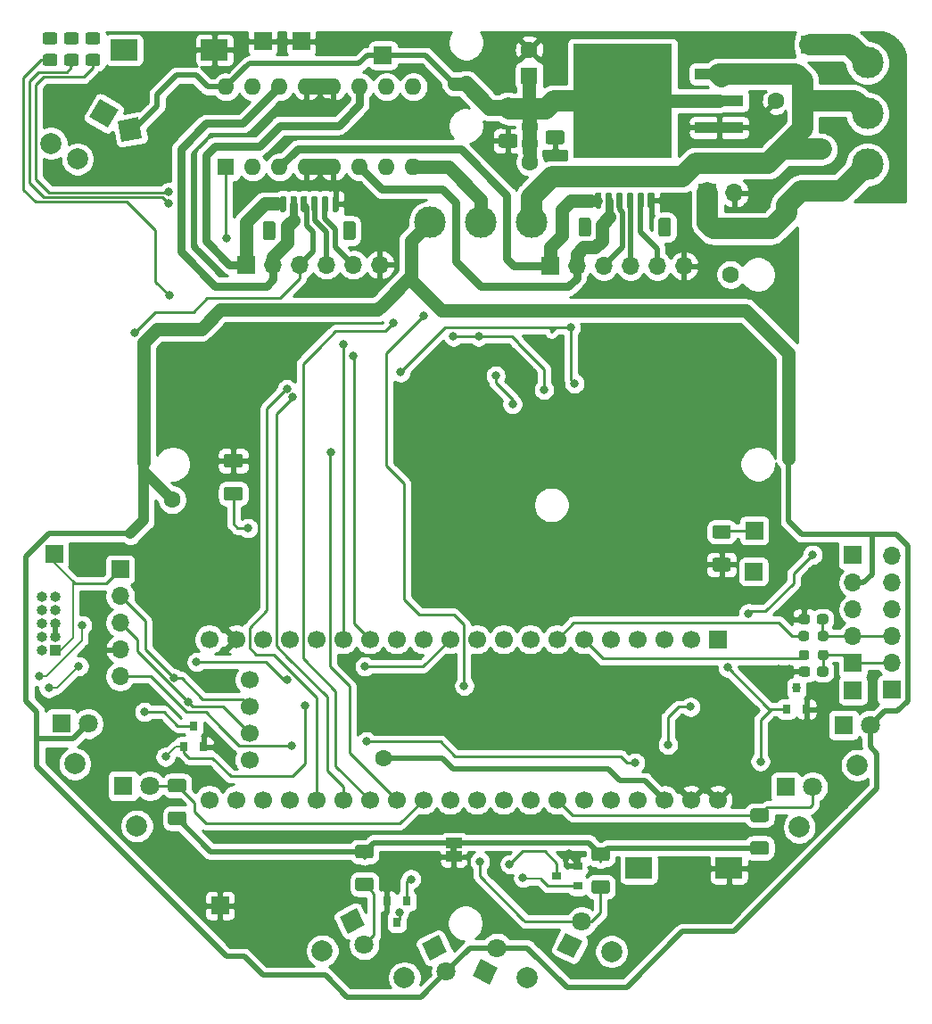
<source format=gtl>
G04 #@! TF.GenerationSoftware,KiCad,Pcbnew,(5.1.12-1-10_14)*
G04 #@! TF.CreationDate,2023-04-25T20:34:31-07:00*
G04 #@! TF.ProjectId,bloo,626c6f6f-2e6b-4696-9361-645f70636258,rev?*
G04 #@! TF.SameCoordinates,Original*
G04 #@! TF.FileFunction,Copper,L1,Top*
G04 #@! TF.FilePolarity,Positive*
%FSLAX46Y46*%
G04 Gerber Fmt 4.6, Leading zero omitted, Abs format (unit mm)*
G04 Created by KiCad (PCBNEW (5.1.12-1-10_14)) date 2023-04-25 20:34:31*
%MOMM*%
%LPD*%
G01*
G04 APERTURE LIST*
G04 #@! TA.AperFunction,EtchedComponent*
%ADD10C,0.100000*%
G04 #@! TD*
G04 #@! TA.AperFunction,ComponentPad*
%ADD11R,1.700000X1.700000*%
G04 #@! TD*
G04 #@! TA.AperFunction,ComponentPad*
%ADD12O,1.700000X1.700000*%
G04 #@! TD*
G04 #@! TA.AperFunction,ComponentPad*
%ADD13C,0.100000*%
G04 #@! TD*
G04 #@! TA.AperFunction,ComponentPad*
%ADD14C,2.000000*%
G04 #@! TD*
G04 #@! TA.AperFunction,ComponentPad*
%ADD15R,1.600000X1.600000*%
G04 #@! TD*
G04 #@! TA.AperFunction,ComponentPad*
%ADD16C,1.600000*%
G04 #@! TD*
G04 #@! TA.AperFunction,ComponentPad*
%ADD17R,1.000000X1.000000*%
G04 #@! TD*
G04 #@! TA.AperFunction,ComponentPad*
%ADD18O,1.000000X1.000000*%
G04 #@! TD*
G04 #@! TA.AperFunction,ComponentPad*
%ADD19C,3.000000*%
G04 #@! TD*
G04 #@! TA.AperFunction,ComponentPad*
%ADD20O,1.600000X1.600000*%
G04 #@! TD*
G04 #@! TA.AperFunction,ComponentPad*
%ADD21R,1.800000X1.800000*%
G04 #@! TD*
G04 #@! TA.AperFunction,ComponentPad*
%ADD22C,1.800000*%
G04 #@! TD*
G04 #@! TA.AperFunction,SMDPad,CuDef*
%ADD23R,1.500000X1.000000*%
G04 #@! TD*
G04 #@! TA.AperFunction,SMDPad,CuDef*
%ADD24R,2.500000X2.000000*%
G04 #@! TD*
G04 #@! TA.AperFunction,SMDPad,CuDef*
%ADD25R,4.600000X1.100000*%
G04 #@! TD*
G04 #@! TA.AperFunction,SMDPad,CuDef*
%ADD26R,9.400000X10.800000*%
G04 #@! TD*
G04 #@! TA.AperFunction,ComponentPad*
%ADD27C,1.524000*%
G04 #@! TD*
G04 #@! TA.AperFunction,SMDPad,CuDef*
%ADD28R,0.800000X0.900000*%
G04 #@! TD*
G04 #@! TA.AperFunction,SMDPad,CuDef*
%ADD29R,0.900000X0.800000*%
G04 #@! TD*
G04 #@! TA.AperFunction,ComponentPad*
%ADD30C,1.700000*%
G04 #@! TD*
G04 #@! TA.AperFunction,ViaPad*
%ADD31C,1.600000*%
G04 #@! TD*
G04 #@! TA.AperFunction,ViaPad*
%ADD32C,0.800000*%
G04 #@! TD*
G04 #@! TA.AperFunction,Conductor*
%ADD33C,2.000000*%
G04 #@! TD*
G04 #@! TA.AperFunction,Conductor*
%ADD34C,1.500000*%
G04 #@! TD*
G04 #@! TA.AperFunction,Conductor*
%ADD35C,0.500000*%
G04 #@! TD*
G04 #@! TA.AperFunction,Conductor*
%ADD36C,1.250000*%
G04 #@! TD*
G04 #@! TA.AperFunction,Conductor*
%ADD37C,1.000000*%
G04 #@! TD*
G04 #@! TA.AperFunction,Conductor*
%ADD38C,0.250000*%
G04 #@! TD*
G04 #@! TA.AperFunction,Conductor*
%ADD39C,0.130000*%
G04 #@! TD*
G04 #@! TA.AperFunction,Conductor*
%ADD40C,0.750000*%
G04 #@! TD*
G04 #@! TA.AperFunction,Conductor*
%ADD41C,0.254000*%
G04 #@! TD*
G04 #@! TA.AperFunction,Conductor*
%ADD42C,0.100000*%
G04 #@! TD*
G04 APERTURE END LIST*
D10*
G36*
X158627800Y-133244400D02*
G01*
X158627800Y-132744400D01*
X159227800Y-132744400D01*
X159227800Y-133244400D01*
X158627800Y-133244400D01*
G37*
D11*
X183032400Y-70662800D03*
D12*
X185572400Y-70662800D03*
D11*
X200482200Y-117805200D03*
D12*
X200482200Y-115265200D03*
X200482200Y-112725200D03*
X200482200Y-110185200D03*
X200482200Y-107645200D03*
X200482200Y-105105200D03*
G04 #@! TA.AperFunction,ComponentPad*
D13*
G36*
X129004960Y-63459144D02*
G01*
X129352256Y-65428760D01*
X127382640Y-65776056D01*
X127035344Y-63806440D01*
X129004960Y-63459144D01*
G37*
G04 #@! TD.AperFunction*
D14*
X120709261Y-65937326D03*
G04 #@! TA.AperFunction,ComponentPad*
D13*
G36*
X125338575Y-61727575D02*
G01*
X127070625Y-62727575D01*
X126070625Y-64459625D01*
X124338575Y-63459625D01*
X125338575Y-61727575D01*
G37*
G04 #@! TD.AperFunction*
D14*
X123204600Y-67423727D03*
D15*
X192049400Y-61874400D03*
D16*
X189549400Y-61874400D03*
G04 #@! TA.AperFunction,SMDPad,CuDef*
G36*
G01*
X194490800Y-115840500D02*
X194490800Y-116315500D01*
G75*
G02*
X194253300Y-116553000I-237500J0D01*
G01*
X193653300Y-116553000D01*
G75*
G02*
X193415800Y-116315500I0J237500D01*
G01*
X193415800Y-115840500D01*
G75*
G02*
X193653300Y-115603000I237500J0D01*
G01*
X194253300Y-115603000D01*
G75*
G02*
X194490800Y-115840500I0J-237500D01*
G01*
G37*
G04 #@! TD.AperFunction*
G04 #@! TA.AperFunction,SMDPad,CuDef*
G36*
G01*
X192765800Y-115840500D02*
X192765800Y-116315500D01*
G75*
G02*
X192528300Y-116553000I-237500J0D01*
G01*
X191928300Y-116553000D01*
G75*
G02*
X191690800Y-116315500I0J237500D01*
G01*
X191690800Y-115840500D01*
G75*
G02*
X191928300Y-115603000I237500J0D01*
G01*
X192528300Y-115603000D01*
G75*
G02*
X192765800Y-115840500I0J-237500D01*
G01*
G37*
G04 #@! TD.AperFunction*
G04 #@! TA.AperFunction,SMDPad,CuDef*
G36*
G01*
X192740400Y-110862100D02*
X192740400Y-111337100D01*
G75*
G02*
X192502900Y-111574600I-237500J0D01*
G01*
X191902900Y-111574600D01*
G75*
G02*
X191665400Y-111337100I0J237500D01*
G01*
X191665400Y-110862100D01*
G75*
G02*
X191902900Y-110624600I237500J0D01*
G01*
X192502900Y-110624600D01*
G75*
G02*
X192740400Y-110862100I0J-237500D01*
G01*
G37*
G04 #@! TD.AperFunction*
G04 #@! TA.AperFunction,SMDPad,CuDef*
G36*
G01*
X194465400Y-110862100D02*
X194465400Y-111337100D01*
G75*
G02*
X194227900Y-111574600I-237500J0D01*
G01*
X193627900Y-111574600D01*
G75*
G02*
X193390400Y-111337100I0J237500D01*
G01*
X193390400Y-110862100D01*
G75*
G02*
X193627900Y-110624600I237500J0D01*
G01*
X194227900Y-110624600D01*
G75*
G02*
X194465400Y-110862100I0J-237500D01*
G01*
G37*
G04 #@! TD.AperFunction*
G04 #@! TA.AperFunction,SMDPad,CuDef*
G36*
G01*
X125113201Y-58597600D02*
X124213199Y-58597600D01*
G75*
G02*
X123963200Y-58347601I0J249999D01*
G01*
X123963200Y-57697599D01*
G75*
G02*
X124213199Y-57447600I249999J0D01*
G01*
X125113201Y-57447600D01*
G75*
G02*
X125363200Y-57697599I0J-249999D01*
G01*
X125363200Y-58347601D01*
G75*
G02*
X125113201Y-58597600I-249999J0D01*
G01*
G37*
G04 #@! TD.AperFunction*
G04 #@! TA.AperFunction,SMDPad,CuDef*
G36*
G01*
X125113201Y-56547600D02*
X124213199Y-56547600D01*
G75*
G02*
X123963200Y-56297601I0J249999D01*
G01*
X123963200Y-55647599D01*
G75*
G02*
X124213199Y-55397600I249999J0D01*
G01*
X125113201Y-55397600D01*
G75*
G02*
X125363200Y-55647599I0J-249999D01*
G01*
X125363200Y-56297601D01*
G75*
G02*
X125113201Y-56547600I-249999J0D01*
G01*
G37*
G04 #@! TD.AperFunction*
G04 #@! TA.AperFunction,SMDPad,CuDef*
G36*
G01*
X121049201Y-58597600D02*
X120149199Y-58597600D01*
G75*
G02*
X119899200Y-58347601I0J249999D01*
G01*
X119899200Y-57697599D01*
G75*
G02*
X120149199Y-57447600I249999J0D01*
G01*
X121049201Y-57447600D01*
G75*
G02*
X121299200Y-57697599I0J-249999D01*
G01*
X121299200Y-58347601D01*
G75*
G02*
X121049201Y-58597600I-249999J0D01*
G01*
G37*
G04 #@! TD.AperFunction*
G04 #@! TA.AperFunction,SMDPad,CuDef*
G36*
G01*
X121049201Y-56547600D02*
X120149199Y-56547600D01*
G75*
G02*
X119899200Y-56297601I0J249999D01*
G01*
X119899200Y-55647599D01*
G75*
G02*
X120149199Y-55397600I249999J0D01*
G01*
X121049201Y-55397600D01*
G75*
G02*
X121299200Y-55647599I0J-249999D01*
G01*
X121299200Y-56297601D01*
G75*
G02*
X121049201Y-56547600I-249999J0D01*
G01*
G37*
G04 #@! TD.AperFunction*
G04 #@! TA.AperFunction,SMDPad,CuDef*
G36*
G01*
X123081201Y-56547600D02*
X122181199Y-56547600D01*
G75*
G02*
X121931200Y-56297601I0J249999D01*
G01*
X121931200Y-55647599D01*
G75*
G02*
X122181199Y-55397600I249999J0D01*
G01*
X123081201Y-55397600D01*
G75*
G02*
X123331200Y-55647599I0J-249999D01*
G01*
X123331200Y-56297601D01*
G75*
G02*
X123081201Y-56547600I-249999J0D01*
G01*
G37*
G04 #@! TD.AperFunction*
G04 #@! TA.AperFunction,SMDPad,CuDef*
G36*
G01*
X123081201Y-58597600D02*
X122181199Y-58597600D01*
G75*
G02*
X121931200Y-58347601I0J249999D01*
G01*
X121931200Y-57697599D01*
G75*
G02*
X122181199Y-57447600I249999J0D01*
G01*
X123081201Y-57447600D01*
G75*
G02*
X123331200Y-57697599I0J-249999D01*
G01*
X123331200Y-58347601D01*
G75*
G02*
X123081201Y-58597600I-249999J0D01*
G01*
G37*
G04 #@! TD.AperFunction*
G04 #@! TA.AperFunction,SMDPad,CuDef*
G36*
G01*
X193490400Y-112937300D02*
X193490400Y-112462300D01*
G75*
G02*
X193727900Y-112224800I237500J0D01*
G01*
X194227900Y-112224800D01*
G75*
G02*
X194465400Y-112462300I0J-237500D01*
G01*
X194465400Y-112937300D01*
G75*
G02*
X194227900Y-113174800I-237500J0D01*
G01*
X193727900Y-113174800D01*
G75*
G02*
X193490400Y-112937300I0J237500D01*
G01*
G37*
G04 #@! TD.AperFunction*
G04 #@! TA.AperFunction,SMDPad,CuDef*
G36*
G01*
X191665400Y-112937300D02*
X191665400Y-112462300D01*
G75*
G02*
X191902900Y-112224800I237500J0D01*
G01*
X192402900Y-112224800D01*
G75*
G02*
X192640400Y-112462300I0J-237500D01*
G01*
X192640400Y-112937300D01*
G75*
G02*
X192402900Y-113174800I-237500J0D01*
G01*
X191902900Y-113174800D01*
G75*
G02*
X191665400Y-112937300I0J237500D01*
G01*
G37*
G04 #@! TD.AperFunction*
G04 #@! TA.AperFunction,SMDPad,CuDef*
G36*
G01*
X194490800Y-114265700D02*
X194490800Y-114740700D01*
G75*
G02*
X194253300Y-114978200I-237500J0D01*
G01*
X193753300Y-114978200D01*
G75*
G02*
X193515800Y-114740700I0J237500D01*
G01*
X193515800Y-114265700D01*
G75*
G02*
X193753300Y-114028200I237500J0D01*
G01*
X194253300Y-114028200D01*
G75*
G02*
X194490800Y-114265700I0J-237500D01*
G01*
G37*
G04 #@! TD.AperFunction*
G04 #@! TA.AperFunction,SMDPad,CuDef*
G36*
G01*
X192665800Y-114265700D02*
X192665800Y-114740700D01*
G75*
G02*
X192428300Y-114978200I-237500J0D01*
G01*
X191928300Y-114978200D01*
G75*
G02*
X191690800Y-114740700I0J237500D01*
G01*
X191690800Y-114265700D01*
G75*
G02*
X191928300Y-114028200I237500J0D01*
G01*
X192428300Y-114028200D01*
G75*
G02*
X192665800Y-114265700I0J-237500D01*
G01*
G37*
G04 #@! TD.AperFunction*
D17*
X121081800Y-114046000D03*
D18*
X119811800Y-114046000D03*
X121081800Y-112776000D03*
X119811800Y-112776000D03*
X121081800Y-111506000D03*
X119811800Y-111506000D03*
X121081800Y-110236000D03*
X119811800Y-110236000D03*
X121081800Y-108966000D03*
X119811800Y-108966000D03*
D11*
X127254000Y-106375200D03*
D12*
X127254000Y-108915200D03*
X127254000Y-111455200D03*
X127254000Y-113995200D03*
X127254000Y-116535200D03*
G04 #@! TA.AperFunction,SMDPad,CuDef*
G36*
G01*
X188585001Y-133467200D02*
X187334999Y-133467200D01*
G75*
G02*
X187085000Y-133217201I0J249999D01*
G01*
X187085000Y-132417199D01*
G75*
G02*
X187334999Y-132167200I249999J0D01*
G01*
X188585001Y-132167200D01*
G75*
G02*
X188835000Y-132417199I0J-249999D01*
G01*
X188835000Y-133217201D01*
G75*
G02*
X188585001Y-133467200I-249999J0D01*
G01*
G37*
G04 #@! TD.AperFunction*
G04 #@! TA.AperFunction,SMDPad,CuDef*
G36*
G01*
X188585001Y-130367200D02*
X187334999Y-130367200D01*
G75*
G02*
X187085000Y-130117201I0J249999D01*
G01*
X187085000Y-129317199D01*
G75*
G02*
X187334999Y-129067200I249999J0D01*
G01*
X188585001Y-129067200D01*
G75*
G02*
X188835000Y-129317199I0J-249999D01*
G01*
X188835000Y-130117201D01*
G75*
G02*
X188585001Y-130367200I-249999J0D01*
G01*
G37*
G04 #@! TD.AperFunction*
G04 #@! TA.AperFunction,SMDPad,CuDef*
G36*
G01*
X172247399Y-135875600D02*
X173497401Y-135875600D01*
G75*
G02*
X173747400Y-136125599I0J-249999D01*
G01*
X173747400Y-136925601D01*
G75*
G02*
X173497401Y-137175600I-249999J0D01*
G01*
X172247399Y-137175600D01*
G75*
G02*
X171997400Y-136925601I0J249999D01*
G01*
X171997400Y-136125599D01*
G75*
G02*
X172247399Y-135875600I249999J0D01*
G01*
G37*
G04 #@! TD.AperFunction*
G04 #@! TA.AperFunction,SMDPad,CuDef*
G36*
G01*
X172247399Y-132775600D02*
X173497401Y-132775600D01*
G75*
G02*
X173747400Y-133025599I0J-249999D01*
G01*
X173747400Y-133825601D01*
G75*
G02*
X173497401Y-134075600I-249999J0D01*
G01*
X172247399Y-134075600D01*
G75*
G02*
X171997400Y-133825601I0J249999D01*
G01*
X171997400Y-133025599D01*
G75*
G02*
X172247399Y-132775600I249999J0D01*
G01*
G37*
G04 #@! TD.AperFunction*
G04 #@! TA.AperFunction,SMDPad,CuDef*
G36*
G01*
X133289201Y-130647800D02*
X132039199Y-130647800D01*
G75*
G02*
X131789200Y-130397801I0J249999D01*
G01*
X131789200Y-129597799D01*
G75*
G02*
X132039199Y-129347800I249999J0D01*
G01*
X133289201Y-129347800D01*
G75*
G02*
X133539200Y-129597799I0J-249999D01*
G01*
X133539200Y-130397801D01*
G75*
G02*
X133289201Y-130647800I-249999J0D01*
G01*
G37*
G04 #@! TD.AperFunction*
G04 #@! TA.AperFunction,SMDPad,CuDef*
G36*
G01*
X133289201Y-127547800D02*
X132039199Y-127547800D01*
G75*
G02*
X131789200Y-127297801I0J249999D01*
G01*
X131789200Y-126497799D01*
G75*
G02*
X132039199Y-126247800I249999J0D01*
G01*
X133289201Y-126247800D01*
G75*
G02*
X133539200Y-126497799I0J-249999D01*
G01*
X133539200Y-127297801D01*
G75*
G02*
X133289201Y-127547800I-249999J0D01*
G01*
G37*
G04 #@! TD.AperFunction*
G04 #@! TA.AperFunction,SMDPad,CuDef*
G36*
G01*
X149819199Y-135621600D02*
X151069201Y-135621600D01*
G75*
G02*
X151319200Y-135871599I0J-249999D01*
G01*
X151319200Y-136671601D01*
G75*
G02*
X151069201Y-136921600I-249999J0D01*
G01*
X149819199Y-136921600D01*
G75*
G02*
X149569200Y-136671601I0J249999D01*
G01*
X149569200Y-135871599D01*
G75*
G02*
X149819199Y-135621600I249999J0D01*
G01*
G37*
G04 #@! TD.AperFunction*
G04 #@! TA.AperFunction,SMDPad,CuDef*
G36*
G01*
X149819199Y-132521600D02*
X151069201Y-132521600D01*
G75*
G02*
X151319200Y-132771599I0J-249999D01*
G01*
X151319200Y-133571601D01*
G75*
G02*
X151069201Y-133821600I-249999J0D01*
G01*
X149819199Y-133821600D01*
G75*
G02*
X149569200Y-133571601I0J249999D01*
G01*
X149569200Y-132771599D01*
G75*
G02*
X149819199Y-132521600I249999J0D01*
G01*
G37*
G04 #@! TD.AperFunction*
D19*
X198196200Y-63119000D03*
X198196200Y-67945000D03*
X198196200Y-58293000D03*
D11*
X192735200Y-56565800D03*
X136728200Y-138303000D03*
D15*
X137312400Y-68199000D03*
D20*
X155092400Y-60579000D03*
X139852400Y-68199000D03*
X152552400Y-60579000D03*
X142392400Y-68199000D03*
X150012400Y-60579000D03*
X144932400Y-68199000D03*
X147472400Y-60579000D03*
X147472400Y-68199000D03*
X144932400Y-60579000D03*
X150012400Y-68199000D03*
X142392400Y-60579000D03*
X152552400Y-68199000D03*
X139852400Y-60579000D03*
X155092400Y-68199000D03*
X137312400Y-60579000D03*
D19*
X161493200Y-73406000D03*
X166319200Y-73406000D03*
X156667200Y-73406000D03*
D21*
X195935600Y-121158000D03*
D22*
X198475600Y-121158000D03*
D14*
X197205600Y-124968000D03*
X165875971Y-145140247D03*
D22*
X163032942Y-142303667D03*
G04 #@! TA.AperFunction,ComponentPad*
D13*
G36*
X162303463Y-145783819D02*
G01*
X160692581Y-144980663D01*
X161495737Y-143369781D01*
X163106619Y-144172937D01*
X162303463Y-145783819D01*
G37*
G04 #@! TD.AperFunction*
D14*
X122948700Y-124841000D03*
D22*
X124218700Y-121031000D03*
D21*
X121678700Y-121031000D03*
G04 #@! TA.AperFunction,ComponentPad*
D13*
G36*
X155876239Y-141899804D02*
G01*
X157487121Y-141096648D01*
X158290277Y-142707530D01*
X156679395Y-143510686D01*
X155876239Y-141899804D01*
G37*
G04 #@! TD.AperFunction*
D22*
X158216600Y-144576800D03*
D14*
X154240229Y-145140247D03*
D21*
X190449200Y-127050800D03*
D22*
X192989200Y-127050800D03*
D14*
X191719200Y-130860800D03*
X173902371Y-142651047D03*
D22*
X171059342Y-139814467D03*
G04 #@! TA.AperFunction,ComponentPad*
D13*
G36*
X170329863Y-143294619D02*
G01*
X168718981Y-142491463D01*
X169522137Y-140880581D01*
X171133019Y-141683737D01*
X170329863Y-143294619D01*
G37*
G04 #@! TD.AperFunction*
D21*
X127558800Y-126923800D03*
D22*
X130098800Y-126923800D03*
D14*
X128828800Y-130733800D03*
X146442429Y-142574847D03*
D22*
X150418800Y-142011400D03*
G04 #@! TA.AperFunction,ComponentPad*
D13*
G36*
X148078439Y-139334404D02*
G01*
X149689321Y-138531248D01*
X150492477Y-140142130D01*
X148881595Y-140945286D01*
X148078439Y-139334404D01*
G37*
G04 #@! TD.AperFunction*
G04 #@! TA.AperFunction,SMDPad,CuDef*
G36*
G01*
X163433997Y-65035000D02*
X164734003Y-65035000D01*
G75*
G02*
X164984000Y-65284997I0J-249997D01*
G01*
X164984000Y-66110003D01*
G75*
G02*
X164734003Y-66360000I-249997J0D01*
G01*
X163433997Y-66360000D01*
G75*
G02*
X163184000Y-66110003I0J249997D01*
G01*
X163184000Y-65284997D01*
G75*
G02*
X163433997Y-65035000I249997J0D01*
G01*
G37*
G04 #@! TD.AperFunction*
G04 #@! TA.AperFunction,SMDPad,CuDef*
G36*
G01*
X163433997Y-61910000D02*
X164734003Y-61910000D01*
G75*
G02*
X164984000Y-62159997I0J-249997D01*
G01*
X164984000Y-62985003D01*
G75*
G02*
X164734003Y-63235000I-249997J0D01*
G01*
X163433997Y-63235000D01*
G75*
G02*
X163184000Y-62985003I0J249997D01*
G01*
X163184000Y-62159997D01*
G75*
G02*
X163433997Y-61910000I249997J0D01*
G01*
G37*
G04 #@! TD.AperFunction*
D15*
X166090600Y-59537600D03*
D16*
X166090600Y-57037600D03*
G04 #@! TA.AperFunction,SMDPad,CuDef*
G36*
G01*
X142011800Y-73574999D02*
X142011800Y-74875001D01*
G75*
G02*
X141761801Y-75125000I-249999J0D01*
G01*
X141061799Y-75125000D01*
G75*
G02*
X140811800Y-74875001I0J249999D01*
G01*
X140811800Y-73574999D01*
G75*
G02*
X141061799Y-73325000I249999J0D01*
G01*
X141761801Y-73325000D01*
G75*
G02*
X142011800Y-73574999I0J-249999D01*
G01*
G37*
G04 #@! TD.AperFunction*
G04 #@! TA.AperFunction,SMDPad,CuDef*
G36*
G01*
X149611800Y-73574999D02*
X149611800Y-74875001D01*
G75*
G02*
X149361801Y-75125000I-249999J0D01*
G01*
X148661799Y-75125000D01*
G75*
G02*
X148411800Y-74875001I0J249999D01*
G01*
X148411800Y-73574999D01*
G75*
G02*
X148661799Y-73325000I249999J0D01*
G01*
X149361801Y-73325000D01*
G75*
G02*
X149611800Y-73574999I0J-249999D01*
G01*
G37*
G04 #@! TD.AperFunction*
G04 #@! TA.AperFunction,SMDPad,CuDef*
G36*
G01*
X143011800Y-71075000D02*
X143011800Y-72325000D01*
G75*
G02*
X142861800Y-72475000I-150000J0D01*
G01*
X142561800Y-72475000D01*
G75*
G02*
X142411800Y-72325000I0J150000D01*
G01*
X142411800Y-71075000D01*
G75*
G02*
X142561800Y-70925000I150000J0D01*
G01*
X142861800Y-70925000D01*
G75*
G02*
X143011800Y-71075000I0J-150000D01*
G01*
G37*
G04 #@! TD.AperFunction*
G04 #@! TA.AperFunction,SMDPad,CuDef*
G36*
G01*
X144011800Y-71075000D02*
X144011800Y-72325000D01*
G75*
G02*
X143861800Y-72475000I-150000J0D01*
G01*
X143561800Y-72475000D01*
G75*
G02*
X143411800Y-72325000I0J150000D01*
G01*
X143411800Y-71075000D01*
G75*
G02*
X143561800Y-70925000I150000J0D01*
G01*
X143861800Y-70925000D01*
G75*
G02*
X144011800Y-71075000I0J-150000D01*
G01*
G37*
G04 #@! TD.AperFunction*
G04 #@! TA.AperFunction,SMDPad,CuDef*
G36*
G01*
X145011800Y-71075000D02*
X145011800Y-72325000D01*
G75*
G02*
X144861800Y-72475000I-150000J0D01*
G01*
X144561800Y-72475000D01*
G75*
G02*
X144411800Y-72325000I0J150000D01*
G01*
X144411800Y-71075000D01*
G75*
G02*
X144561800Y-70925000I150000J0D01*
G01*
X144861800Y-70925000D01*
G75*
G02*
X145011800Y-71075000I0J-150000D01*
G01*
G37*
G04 #@! TD.AperFunction*
G04 #@! TA.AperFunction,SMDPad,CuDef*
G36*
G01*
X146011800Y-71075000D02*
X146011800Y-72325000D01*
G75*
G02*
X145861800Y-72475000I-150000J0D01*
G01*
X145561800Y-72475000D01*
G75*
G02*
X145411800Y-72325000I0J150000D01*
G01*
X145411800Y-71075000D01*
G75*
G02*
X145561800Y-70925000I150000J0D01*
G01*
X145861800Y-70925000D01*
G75*
G02*
X146011800Y-71075000I0J-150000D01*
G01*
G37*
G04 #@! TD.AperFunction*
G04 #@! TA.AperFunction,SMDPad,CuDef*
G36*
G01*
X147011800Y-71075000D02*
X147011800Y-72325000D01*
G75*
G02*
X146861800Y-72475000I-150000J0D01*
G01*
X146561800Y-72475000D01*
G75*
G02*
X146411800Y-72325000I0J150000D01*
G01*
X146411800Y-71075000D01*
G75*
G02*
X146561800Y-70925000I150000J0D01*
G01*
X146861800Y-70925000D01*
G75*
G02*
X147011800Y-71075000I0J-150000D01*
G01*
G37*
G04 #@! TD.AperFunction*
G04 #@! TA.AperFunction,SMDPad,CuDef*
G36*
G01*
X148011800Y-71075000D02*
X148011800Y-72325000D01*
G75*
G02*
X147861800Y-72475000I-150000J0D01*
G01*
X147561800Y-72475000D01*
G75*
G02*
X147411800Y-72325000I0J150000D01*
G01*
X147411800Y-71075000D01*
G75*
G02*
X147561800Y-70925000I150000J0D01*
G01*
X147861800Y-70925000D01*
G75*
G02*
X148011800Y-71075000I0J-150000D01*
G01*
G37*
G04 #@! TD.AperFunction*
G04 #@! TA.AperFunction,SMDPad,CuDef*
G36*
G01*
X177958400Y-70744800D02*
X177958400Y-71994800D01*
G75*
G02*
X177808400Y-72144800I-150000J0D01*
G01*
X177508400Y-72144800D01*
G75*
G02*
X177358400Y-71994800I0J150000D01*
G01*
X177358400Y-70744800D01*
G75*
G02*
X177508400Y-70594800I150000J0D01*
G01*
X177808400Y-70594800D01*
G75*
G02*
X177958400Y-70744800I0J-150000D01*
G01*
G37*
G04 #@! TD.AperFunction*
G04 #@! TA.AperFunction,SMDPad,CuDef*
G36*
G01*
X176958400Y-70744800D02*
X176958400Y-71994800D01*
G75*
G02*
X176808400Y-72144800I-150000J0D01*
G01*
X176508400Y-72144800D01*
G75*
G02*
X176358400Y-71994800I0J150000D01*
G01*
X176358400Y-70744800D01*
G75*
G02*
X176508400Y-70594800I150000J0D01*
G01*
X176808400Y-70594800D01*
G75*
G02*
X176958400Y-70744800I0J-150000D01*
G01*
G37*
G04 #@! TD.AperFunction*
G04 #@! TA.AperFunction,SMDPad,CuDef*
G36*
G01*
X175958400Y-70744800D02*
X175958400Y-71994800D01*
G75*
G02*
X175808400Y-72144800I-150000J0D01*
G01*
X175508400Y-72144800D01*
G75*
G02*
X175358400Y-71994800I0J150000D01*
G01*
X175358400Y-70744800D01*
G75*
G02*
X175508400Y-70594800I150000J0D01*
G01*
X175808400Y-70594800D01*
G75*
G02*
X175958400Y-70744800I0J-150000D01*
G01*
G37*
G04 #@! TD.AperFunction*
G04 #@! TA.AperFunction,SMDPad,CuDef*
G36*
G01*
X174958400Y-70744800D02*
X174958400Y-71994800D01*
G75*
G02*
X174808400Y-72144800I-150000J0D01*
G01*
X174508400Y-72144800D01*
G75*
G02*
X174358400Y-71994800I0J150000D01*
G01*
X174358400Y-70744800D01*
G75*
G02*
X174508400Y-70594800I150000J0D01*
G01*
X174808400Y-70594800D01*
G75*
G02*
X174958400Y-70744800I0J-150000D01*
G01*
G37*
G04 #@! TD.AperFunction*
G04 #@! TA.AperFunction,SMDPad,CuDef*
G36*
G01*
X173958400Y-70744800D02*
X173958400Y-71994800D01*
G75*
G02*
X173808400Y-72144800I-150000J0D01*
G01*
X173508400Y-72144800D01*
G75*
G02*
X173358400Y-71994800I0J150000D01*
G01*
X173358400Y-70744800D01*
G75*
G02*
X173508400Y-70594800I150000J0D01*
G01*
X173808400Y-70594800D01*
G75*
G02*
X173958400Y-70744800I0J-150000D01*
G01*
G37*
G04 #@! TD.AperFunction*
G04 #@! TA.AperFunction,SMDPad,CuDef*
G36*
G01*
X172958400Y-70744800D02*
X172958400Y-71994800D01*
G75*
G02*
X172808400Y-72144800I-150000J0D01*
G01*
X172508400Y-72144800D01*
G75*
G02*
X172358400Y-71994800I0J150000D01*
G01*
X172358400Y-70744800D01*
G75*
G02*
X172508400Y-70594800I150000J0D01*
G01*
X172808400Y-70594800D01*
G75*
G02*
X172958400Y-70744800I0J-150000D01*
G01*
G37*
G04 #@! TD.AperFunction*
G04 #@! TA.AperFunction,SMDPad,CuDef*
G36*
G01*
X179558400Y-73244799D02*
X179558400Y-74544801D01*
G75*
G02*
X179308401Y-74794800I-249999J0D01*
G01*
X178608399Y-74794800D01*
G75*
G02*
X178358400Y-74544801I0J249999D01*
G01*
X178358400Y-73244799D01*
G75*
G02*
X178608399Y-72994800I249999J0D01*
G01*
X179308401Y-72994800D01*
G75*
G02*
X179558400Y-73244799I0J-249999D01*
G01*
G37*
G04 #@! TD.AperFunction*
G04 #@! TA.AperFunction,SMDPad,CuDef*
G36*
G01*
X171958400Y-73244799D02*
X171958400Y-74544801D01*
G75*
G02*
X171708401Y-74794800I-249999J0D01*
G01*
X171008399Y-74794800D01*
G75*
G02*
X170758400Y-74544801I0J249999D01*
G01*
X170758400Y-73244799D01*
G75*
G02*
X171008399Y-72994800I249999J0D01*
G01*
X171708401Y-72994800D01*
G75*
G02*
X171958400Y-73244799I0J-249999D01*
G01*
G37*
G04 #@! TD.AperFunction*
G04 #@! TA.AperFunction,SMDPad,CuDef*
G36*
G01*
X167878997Y-64704800D02*
X169179003Y-64704800D01*
G75*
G02*
X169429000Y-64954797I0J-249997D01*
G01*
X169429000Y-65779803D01*
G75*
G02*
X169179003Y-66029800I-249997J0D01*
G01*
X167878997Y-66029800D01*
G75*
G02*
X167629000Y-65779803I0J249997D01*
G01*
X167629000Y-64954797D01*
G75*
G02*
X167878997Y-64704800I249997J0D01*
G01*
G37*
G04 #@! TD.AperFunction*
G04 #@! TA.AperFunction,SMDPad,CuDef*
G36*
G01*
X167878997Y-61579800D02*
X169179003Y-61579800D01*
G75*
G02*
X169429000Y-61829797I0J-249997D01*
G01*
X169429000Y-62654803D01*
G75*
G02*
X169179003Y-62904800I-249997J0D01*
G01*
X167878997Y-62904800D01*
G75*
G02*
X167629000Y-62654803I0J249997D01*
G01*
X167629000Y-61829797D01*
G75*
G02*
X167878997Y-61579800I249997J0D01*
G01*
G37*
G04 #@! TD.AperFunction*
D12*
X151917400Y-77470000D03*
X149377400Y-77470000D03*
X146837400Y-77470000D03*
X144297400Y-77470000D03*
X141757400Y-77470000D03*
D11*
X139217400Y-77470000D03*
X168071800Y-77571600D03*
D12*
X170611800Y-77571600D03*
X173151800Y-77571600D03*
X175691800Y-77571600D03*
X178231800Y-77571600D03*
X180771800Y-77571600D03*
D11*
X152196800Y-57581800D03*
X120980200Y-104902000D03*
D23*
X158927800Y-133644400D03*
X158927800Y-132344400D03*
D24*
X136207600Y-57073800D03*
X127647600Y-57073800D03*
X176491800Y-134747000D03*
X185051800Y-134747000D03*
D25*
X184108400Y-64439800D03*
X184108400Y-61899800D03*
X184108400Y-59359800D03*
D26*
X174958400Y-61899800D03*
D27*
X176047400Y-58343800D03*
X176047400Y-60375800D03*
X178079400Y-60375800D03*
X178079400Y-58343800D03*
X174015400Y-58343800D03*
X171983400Y-58343800D03*
X174015400Y-60375800D03*
X171983400Y-60375800D03*
X171983400Y-62407800D03*
X174015400Y-62407800D03*
X176047400Y-62407800D03*
X178079400Y-62407800D03*
X171983400Y-64439800D03*
X174015400Y-64439800D03*
X176047400Y-64439800D03*
X178079400Y-64439800D03*
X178079400Y-66471800D03*
X176047400Y-66471800D03*
X174015400Y-66471800D03*
X171983400Y-66471800D03*
D28*
X190515200Y-119643400D03*
X192415200Y-119643400D03*
X191465200Y-117643400D03*
D29*
X168697400Y-135483600D03*
X170697400Y-134533600D03*
X170697400Y-136433600D03*
D28*
X133289000Y-123224800D03*
X135189000Y-123224800D03*
X134239000Y-121224800D03*
X153517600Y-139861800D03*
X152567600Y-137861800D03*
X154467600Y-137861800D03*
G04 #@! TA.AperFunction,SMDPad,CuDef*
G36*
G01*
X138648203Y-99862600D02*
X137348197Y-99862600D01*
G75*
G02*
X137098200Y-99612603I0J249997D01*
G01*
X137098200Y-98787597D01*
G75*
G02*
X137348197Y-98537600I249997J0D01*
G01*
X138648203Y-98537600D01*
G75*
G02*
X138898200Y-98787597I0J-249997D01*
G01*
X138898200Y-99612603D01*
G75*
G02*
X138648203Y-99862600I-249997J0D01*
G01*
G37*
G04 #@! TD.AperFunction*
G04 #@! TA.AperFunction,SMDPad,CuDef*
G36*
G01*
X138648203Y-96737600D02*
X137348197Y-96737600D01*
G75*
G02*
X137098200Y-96487603I0J249997D01*
G01*
X137098200Y-95662597D01*
G75*
G02*
X137348197Y-95412600I249997J0D01*
G01*
X138648203Y-95412600D01*
G75*
G02*
X138898200Y-95662597I0J-249997D01*
G01*
X138898200Y-96487603D01*
G75*
G02*
X138648203Y-96737600I-249997J0D01*
G01*
G37*
G04 #@! TD.AperFunction*
D30*
X139522200Y-116840000D03*
X139522200Y-119380000D03*
X139522200Y-121920000D03*
X139522200Y-124460000D03*
X183972200Y-128270000D03*
D11*
X183972200Y-113030000D03*
D30*
X181432200Y-128270000D03*
X181432200Y-113030000D03*
X178892200Y-128270000D03*
X178892200Y-113030000D03*
X176352200Y-128270000D03*
X176352200Y-113030000D03*
X173812200Y-128270000D03*
X173812200Y-113030000D03*
X171272200Y-128270000D03*
X171272200Y-113030000D03*
X168732200Y-128270000D03*
X168732200Y-113030000D03*
X166192200Y-128270000D03*
X166192200Y-113030000D03*
X163652200Y-128270000D03*
X163652200Y-113030000D03*
X161112200Y-128270000D03*
X161112200Y-113030000D03*
X158572200Y-128270000D03*
X158572200Y-113030000D03*
X156032200Y-128270000D03*
X156032200Y-113030000D03*
X153492200Y-128270000D03*
X153492200Y-113030000D03*
X150952200Y-128270000D03*
X150952200Y-113030000D03*
X148412200Y-128270000D03*
X148412200Y-113030000D03*
X145872200Y-128270000D03*
X145872200Y-113030000D03*
X143332200Y-128270000D03*
X143332200Y-113030000D03*
X140792200Y-128270000D03*
X140792200Y-113030000D03*
X138252200Y-128270000D03*
X138252200Y-113030000D03*
X135712200Y-128270000D03*
X135712200Y-113030000D03*
D11*
X144449800Y-56261000D03*
X140792200Y-56235600D03*
X196824600Y-117881400D03*
X196824600Y-105029000D03*
X187452000Y-102692200D03*
X187388500Y-106591100D03*
G04 #@! TA.AperFunction,SMDPad,CuDef*
G36*
G01*
X184978200Y-103468600D02*
X183728200Y-103468600D01*
G75*
G02*
X183478200Y-103218600I0J250000D01*
G01*
X183478200Y-102418600D01*
G75*
G02*
X183728200Y-102168600I250000J0D01*
G01*
X184978200Y-102168600D01*
G75*
G02*
X185228200Y-102418600I0J-250000D01*
G01*
X185228200Y-103218600D01*
G75*
G02*
X184978200Y-103468600I-250000J0D01*
G01*
G37*
G04 #@! TD.AperFunction*
G04 #@! TA.AperFunction,SMDPad,CuDef*
G36*
G01*
X184978200Y-106568600D02*
X183728200Y-106568600D01*
G75*
G02*
X183478200Y-106318600I0J250000D01*
G01*
X183478200Y-105518600D01*
G75*
G02*
X183728200Y-105268600I250000J0D01*
G01*
X184978200Y-105268600D01*
G75*
G02*
X185228200Y-105518600I0J-250000D01*
G01*
X185228200Y-106318600D01*
G75*
G02*
X184978200Y-106568600I-250000J0D01*
G01*
G37*
G04 #@! TD.AperFunction*
X196824600Y-115265200D03*
D12*
X196824600Y-112725200D03*
X196824600Y-110185200D03*
X196824600Y-107645200D03*
D31*
X185216800Y-78384400D03*
D32*
X124663200Y-55972600D03*
X120599200Y-55972600D03*
X122631200Y-55972600D03*
X136194800Y-57023000D03*
X158978600Y-133705600D03*
X184099200Y-64465200D03*
X168529000Y-65379600D03*
X164058600Y-65659000D03*
X154000200Y-62738000D03*
X154965400Y-118897400D03*
X138836400Y-110286800D03*
X138912600Y-107848400D03*
X138938000Y-105486200D03*
D31*
X160756600Y-120370600D03*
X157124400Y-138252200D03*
X172415200Y-85039200D03*
X174142400Y-85064600D03*
X175869600Y-85039200D03*
X177571400Y-85013800D03*
X179273200Y-84988400D03*
X180949600Y-85039200D03*
X182651400Y-85064600D03*
X184353200Y-85090000D03*
X186029600Y-85064600D03*
D32*
X182651400Y-136728200D03*
X180365400Y-136753600D03*
X181508400Y-136753600D03*
D31*
X194386200Y-129540000D03*
X195656200Y-128498600D03*
X196875400Y-127279400D03*
X195326000Y-126796800D03*
X193497200Y-124460000D03*
X195021200Y-123698000D03*
X124155200Y-126898400D03*
X125374400Y-125577600D03*
X125653800Y-123545600D03*
X127203200Y-124561600D03*
X134264400Y-98069400D03*
X135788400Y-97129600D03*
X134747000Y-95605600D03*
X133527800Y-94208600D03*
X131622800Y-93853000D03*
X131495800Y-92100400D03*
D32*
X137363200Y-107848400D03*
X137312400Y-108991400D03*
X137363200Y-110236000D03*
X137185400Y-111633000D03*
D31*
X152831800Y-119811800D03*
X151130000Y-119862600D03*
X176707800Y-117602000D03*
X174929800Y-117652800D03*
X173177200Y-117729000D03*
X171399200Y-117729000D03*
X169646600Y-117602000D03*
X167868600Y-117602000D03*
X166065200Y-117576600D03*
X162077400Y-119176800D03*
X162077400Y-117398800D03*
X163779200Y-118135400D03*
X146888200Y-62433200D03*
X150901400Y-74066400D03*
X144932400Y-62534800D03*
X143103600Y-62585600D03*
X162610800Y-59461400D03*
X162636200Y-57835800D03*
X162763200Y-56184800D03*
X164058600Y-57124600D03*
X164033200Y-58724800D03*
X168554400Y-56134000D03*
X168630600Y-57886600D03*
X168630600Y-59486800D03*
X181991000Y-56642000D03*
X183819800Y-56616600D03*
X185623200Y-56616600D03*
X187375800Y-56616600D03*
X189128400Y-56616600D03*
X187985400Y-70307200D03*
X199898000Y-65481200D03*
X201091800Y-64211200D03*
X201091800Y-66802000D03*
X199872600Y-60655200D03*
X201066400Y-59334400D03*
X201193400Y-61671200D03*
X201041000Y-69418200D03*
X199593200Y-70789800D03*
X190677800Y-76276200D03*
X190703200Y-77978000D03*
X190703200Y-79679800D03*
X190779400Y-81432400D03*
X182956200Y-79095600D03*
X183057800Y-76479400D03*
D32*
X162077400Y-65430400D03*
X162229800Y-64363600D03*
X164109400Y-67335400D03*
X167970200Y-67030600D03*
X169265600Y-67030600D03*
D31*
X187807600Y-63373000D03*
X189331600Y-63982600D03*
X187934600Y-65125600D03*
D32*
X187604400Y-61620400D03*
X180924200Y-65887600D03*
X180771800Y-64033400D03*
D31*
X161213800Y-137744200D03*
X162433000Y-138811000D03*
D32*
X160324800Y-134823200D03*
D31*
X185178700Y-125882400D03*
X183438800Y-125869700D03*
X181584600Y-125907800D03*
D32*
X168402000Y-140944600D03*
X167754300Y-142036800D03*
X155092400Y-139242800D03*
X156946600Y-139649200D03*
X157861000Y-139649200D03*
X136880600Y-123317000D03*
X137718800Y-124460000D03*
X137566400Y-116306600D03*
X136931400Y-116992400D03*
X169875200Y-133400200D03*
X156057600Y-139242800D03*
X159054800Y-141833600D03*
X167436800Y-137388600D03*
X168376600Y-137668000D03*
X167309800Y-138328400D03*
X168402000Y-138658600D03*
X169291000Y-138125200D03*
X163728400Y-139547600D03*
X194030600Y-117983000D03*
X138658600Y-55880000D03*
X138658600Y-57048400D03*
X193116200Y-117957600D03*
X194843400Y-118389400D03*
D31*
X134264400Y-137464800D03*
D32*
X138760200Y-134518400D03*
X138760200Y-135788400D03*
X138734800Y-137236200D03*
X138709400Y-138430000D03*
X139166600Y-139446000D03*
X138328400Y-140182600D03*
X137312400Y-140284200D03*
X136321800Y-140208000D03*
X120396000Y-119049800D03*
X121361200Y-119075200D03*
X127406400Y-128930400D03*
X130378200Y-132080000D03*
D31*
X155943300Y-96748600D03*
X127431800Y-122580400D03*
X128993900Y-123659900D03*
D32*
X137706100Y-117513100D03*
D31*
X135318500Y-135953500D03*
X137248900Y-135826500D03*
X134442200Y-134239000D03*
X143471900Y-135242300D03*
X145808700Y-135267700D03*
D32*
X132372100Y-55702200D03*
X132372100Y-56603900D03*
X133350000Y-55740300D03*
X133362700Y-56692800D03*
X133870700Y-57442100D03*
X134010400Y-61734700D03*
X133997700Y-60845700D03*
X138836400Y-70662800D03*
X125247400Y-104317800D03*
X124333000Y-104317800D03*
X123469400Y-104343200D03*
X123482100Y-105206800D03*
X124383800Y-105232200D03*
X125349000Y-105181400D03*
X125349000Y-106057700D03*
X124320300Y-106121200D03*
X123304300Y-106197400D03*
X142049500Y-131724400D03*
X143230600Y-131762500D03*
X144348200Y-131724400D03*
X145453100Y-131749800D03*
X146558000Y-131724400D03*
X147637500Y-131699000D03*
X148691600Y-131724400D03*
X158254700Y-130619500D03*
X159258000Y-130632200D03*
X160235900Y-130619500D03*
X161188400Y-130632200D03*
X162140900Y-130619500D03*
X182041800Y-137604500D03*
X180886100Y-137629900D03*
X181444900Y-138430000D03*
X176072800Y-139446000D03*
X176999900Y-139496800D03*
X176110900Y-138518900D03*
X176110900Y-137541000D03*
X178003200Y-139534900D03*
X177025300Y-138595100D03*
X177952400Y-131152900D03*
X179070000Y-131127500D03*
X180174900Y-131165600D03*
X181267100Y-131152900D03*
X182359300Y-131152900D03*
X183413400Y-131152900D03*
X184531000Y-131152900D03*
X185648600Y-131165600D03*
X194805300Y-104343200D03*
X191300100Y-104038400D03*
X192913000Y-106514900D03*
X194906900Y-107289600D03*
X194932300Y-108229400D03*
X194957700Y-109131100D03*
X198691500Y-116420900D03*
X198704200Y-117348000D03*
X198666100Y-118402100D03*
D31*
X185191400Y-124142500D03*
X183451500Y-124142500D03*
X181546500Y-124218700D03*
D32*
X157505400Y-134785100D03*
X156578300Y-134785100D03*
X157048200Y-134035800D03*
X125476000Y-113842800D03*
X124460000Y-113677700D03*
D31*
X133375400Y-101777800D03*
X131648200Y-101879400D03*
D32*
X186283600Y-108534200D03*
X187210700Y-108559600D03*
X188137800Y-108559600D03*
X186740800Y-109334300D03*
X190741300Y-115811300D03*
X189738000Y-115811300D03*
D31*
X166154500Y-62699500D03*
X166154500Y-64325100D03*
X166154500Y-65925300D03*
X166154500Y-67703300D03*
X168465100Y-61899800D03*
X164084000Y-62572500D03*
D32*
X129489200Y-84836000D03*
D31*
X132181600Y-99771200D03*
D32*
X156083000Y-82321400D03*
X159918400Y-117424200D03*
D31*
X193433700Y-66509900D03*
X191122300Y-66509900D03*
X152273000Y-124307600D03*
D32*
X170027600Y-83439000D03*
X153873200Y-87680800D03*
X128625600Y-83896200D03*
X192989200Y-104977600D03*
X186905900Y-110553500D03*
X181394100Y-119430800D03*
X179248400Y-123011600D03*
X170395900Y-88720600D03*
X132390755Y-116707045D03*
X133718300Y-118960900D03*
X119606971Y-116536829D03*
X123632200Y-111683800D03*
X120472200Y-117652800D03*
X123327400Y-115570000D03*
X176148400Y-124739400D03*
X150647400Y-122707400D03*
X143560800Y-123088400D03*
X176422000Y-134677200D03*
X134518400Y-115163600D03*
X143078200Y-116814600D03*
X150489045Y-115589445D03*
X149377400Y-86106000D03*
X148412200Y-85039200D03*
X161417000Y-134112000D03*
X150444200Y-136271600D03*
X188036200Y-124611800D03*
X184924700Y-115697000D03*
X165506400Y-135661400D03*
X144830800Y-119329200D03*
X131572000Y-124155200D03*
X154876500Y-135775700D03*
X127647600Y-57073800D03*
X124637800Y-58013600D03*
X131826000Y-70561200D03*
X120599200Y-58039000D03*
X131902200Y-80365600D03*
X122580400Y-58013600D03*
X131876800Y-71653400D03*
X147243800Y-95250000D03*
X137337800Y-74955400D03*
X153212800Y-82981800D03*
X150444200Y-133171600D03*
X132664200Y-129997800D03*
X172872400Y-133425600D03*
X187960000Y-132817200D03*
X164236400Y-134366000D03*
X129566000Y-119913400D03*
X153746200Y-138938000D03*
X139395200Y-102463600D03*
X191465200Y-117643400D03*
X162902900Y-87985600D03*
X164503100Y-90690700D03*
X143586200Y-90043000D03*
X143078200Y-89255600D03*
X158902400Y-84277200D03*
X161290000Y-84277200D03*
X167487954Y-89319054D03*
D33*
X183032400Y-73512800D02*
X183560600Y-74041000D01*
X183032400Y-70662800D02*
X183032400Y-73512800D01*
X183560600Y-74041000D02*
X189052200Y-74041000D01*
X189052200Y-74041000D02*
X190500000Y-72593200D01*
X190500000Y-72593200D02*
X190500000Y-71780400D01*
X190500000Y-71780400D02*
X191846200Y-70434200D01*
X195707000Y-70434200D02*
X198196200Y-67945000D01*
X191846200Y-70434200D02*
X195707000Y-70434200D01*
D34*
X147472400Y-60579000D02*
X144932400Y-60579000D01*
X147472400Y-68199000D02*
X144932400Y-68199000D01*
D35*
X170697400Y-134222400D02*
X169875200Y-133400200D01*
X170697400Y-134533600D02*
X170697400Y-134222400D01*
D33*
X168465100Y-61899800D02*
X167665400Y-62699500D01*
X174958400Y-61899800D02*
X168465100Y-61899800D01*
X164211000Y-62699500D02*
X164084000Y-62572500D01*
X167665400Y-62699500D02*
X166154500Y-62699500D01*
X168465100Y-61899800D02*
X168452800Y-61899800D01*
X166154500Y-62699500D02*
X164211000Y-62699500D01*
D36*
X174958400Y-61899800D02*
X174958400Y-57635800D01*
X174958400Y-61899800D02*
X174958400Y-66189200D01*
X174958400Y-61899800D02*
X184108400Y-61899800D01*
X166154500Y-62699500D02*
X166154500Y-64325100D01*
X166090600Y-66700400D02*
X166090600Y-59537600D01*
X166154500Y-66764300D02*
X166090600Y-66700400D01*
X166154500Y-64325100D02*
X166154500Y-65925300D01*
X166154500Y-65925300D02*
X166154500Y-66764300D01*
X166154500Y-66764300D02*
X166154500Y-67703300D01*
X166154500Y-67703300D02*
X166154500Y-67855700D01*
D33*
X168465100Y-61899800D02*
X168465100Y-61899800D01*
X164084000Y-62572500D02*
X164084000Y-62572500D01*
D36*
X156667200Y-73406000D02*
X154863800Y-75209400D01*
X154863800Y-75209400D02*
X154863800Y-78536800D01*
X154863800Y-78536800D02*
X152146000Y-81254600D01*
X129489200Y-84836000D02*
X129489200Y-96164400D01*
X154863800Y-78536800D02*
X154863800Y-78892400D01*
X154863800Y-78892400D02*
X157784800Y-81813400D01*
X157784800Y-81813400D02*
X186664600Y-81813400D01*
X186664600Y-81813400D02*
X190703200Y-85852000D01*
X190703200Y-85852000D02*
X190703200Y-95885000D01*
D35*
X155829000Y-146964400D02*
X158216600Y-144576800D01*
X119329200Y-125069600D02*
X137363200Y-143103600D01*
X148789580Y-146964400D02*
X155829000Y-146964400D01*
X118313200Y-118897400D02*
X119329200Y-119913400D01*
X118313200Y-105206800D02*
X118313200Y-118897400D01*
X128219200Y-102997000D02*
X120523000Y-102997000D01*
X120523000Y-102997000D02*
X118313200Y-105206800D01*
X160489733Y-142303667D02*
X163032942Y-142303667D01*
X158216600Y-144576800D02*
X160489733Y-142303667D01*
X190703200Y-101803200D02*
X190703200Y-95885000D01*
X191947800Y-103047800D02*
X190703200Y-101803200D01*
X198475600Y-121158000D02*
X199847200Y-119786400D01*
X202006200Y-104114600D02*
X200939400Y-103047800D01*
X201066400Y-119786400D02*
X202006200Y-118846600D01*
X199847200Y-119786400D02*
X201066400Y-119786400D01*
X202006200Y-107975400D02*
X202006200Y-104114600D01*
X202006200Y-118846600D02*
X202006200Y-107975400D01*
X122770900Y-122478800D02*
X124218700Y-121031000D01*
X119329200Y-122478800D02*
X122770900Y-122478800D01*
X119329200Y-119913400D02*
X119329200Y-122478800D01*
X119329200Y-122478800D02*
X119329200Y-125069600D01*
X128193800Y-64617600D02*
X128549400Y-64617600D01*
X128549400Y-64617600D02*
X130759200Y-62407800D01*
X130759200Y-62407800D02*
X130759200Y-61315600D01*
X130759200Y-61315600D02*
X132613400Y-59461400D01*
X132613400Y-59461400D02*
X134442200Y-59461400D01*
X135559800Y-60579000D02*
X137312400Y-60579000D01*
X134442200Y-59461400D02*
X135559800Y-60579000D01*
X165925667Y-142303667D02*
X163032942Y-142303667D01*
X193014600Y-133273800D02*
X192989200Y-133273800D01*
X198585601Y-127702799D02*
X193014600Y-133273800D01*
X169672000Y-146050000D02*
X165925667Y-142303667D01*
X198475600Y-121158000D02*
X198585601Y-121268001D01*
X137363200Y-143103600D02*
X139014200Y-143103600D01*
X139014200Y-143103600D02*
X140817600Y-144907000D01*
X146732180Y-144907000D02*
X148789580Y-146964400D01*
X140817600Y-144907000D02*
X146732180Y-144907000D01*
X169672000Y-146050000D02*
X175336200Y-146050000D01*
X175336200Y-146050000D02*
X180619400Y-140766800D01*
X185521600Y-140766800D02*
X193014600Y-133273800D01*
X180619400Y-140766800D02*
X185521600Y-140766800D01*
D37*
X129489200Y-101727000D02*
X128219200Y-102997000D01*
X129489200Y-96164400D02*
X129489200Y-97002600D01*
X129489200Y-97002600D02*
X129489200Y-97078800D01*
X129489200Y-97002600D02*
X129489200Y-101727000D01*
X129489200Y-97078800D02*
X132181600Y-99771200D01*
X132181600Y-99771200D02*
X132181600Y-99771200D01*
D34*
X162369100Y-62572500D02*
X160096200Y-60299600D01*
X164084000Y-62572500D02*
X162369100Y-62572500D01*
D36*
X129489200Y-84836000D02*
X130759200Y-83566000D01*
X130759200Y-83566000D02*
X134950200Y-83566000D01*
X134950200Y-83566000D02*
X136779000Y-81737200D01*
X151663400Y-81737200D02*
X152146000Y-81254600D01*
X136779000Y-81737200D02*
X151663400Y-81737200D01*
X160096200Y-60299600D02*
X158953200Y-60299600D01*
D35*
X137312400Y-60579000D02*
X139166600Y-58724800D01*
X156235400Y-57581800D02*
X152196800Y-57581800D01*
X158953200Y-60299600D02*
X156235400Y-57581800D01*
X152196800Y-57581800D02*
X150698200Y-57581800D01*
X150698200Y-57581800D02*
X149910800Y-58369200D01*
X139522200Y-58369200D02*
X139166600Y-58724800D01*
X149910800Y-58369200D02*
X139522200Y-58369200D01*
X196824600Y-107619800D02*
X197840600Y-107619800D01*
X197840600Y-107619800D02*
X198628000Y-106832400D01*
X198628000Y-106832400D02*
X198628000Y-103047800D01*
X198628000Y-103047800D02*
X191947800Y-103047800D01*
X200939400Y-103047800D02*
X198628000Y-103047800D01*
X198475600Y-121158000D02*
X198475600Y-123240800D01*
X198475600Y-123240800D02*
X199110600Y-123875800D01*
X199110600Y-127177800D02*
X198585601Y-127702799D01*
X199110600Y-123875800D02*
X199110600Y-127177800D01*
D33*
X184322400Y-59573800D02*
X184108400Y-59359800D01*
D38*
X159867600Y-111633000D02*
X159867600Y-117373400D01*
X159867600Y-117373400D02*
X159918400Y-117424200D01*
X156083000Y-82321400D02*
X152552400Y-85852000D01*
D33*
X192049400Y-59994800D02*
X192049400Y-61874400D01*
X191414400Y-59359800D02*
X192049400Y-59994800D01*
X184108400Y-59359800D02*
X191414400Y-59359800D01*
X196951600Y-61874400D02*
X198196200Y-63119000D01*
X192049400Y-61874400D02*
X196951600Y-61874400D01*
X192049400Y-64541400D02*
X192049400Y-61874400D01*
X166319200Y-73406000D02*
X166319200Y-71043800D01*
X181914800Y-67818000D02*
X188772800Y-67818000D01*
X180644800Y-69088000D02*
X181914800Y-67818000D01*
X168275000Y-69088000D02*
X180644800Y-69088000D01*
X166319200Y-71043800D02*
X168275000Y-69088000D01*
X190080900Y-66509900D02*
X191122300Y-66509900D01*
X188772800Y-67818000D02*
X190080900Y-66509900D01*
X190080900Y-66509900D02*
X192049400Y-64541400D01*
X193433700Y-66509900D02*
X193814700Y-66509900D01*
X191122300Y-66509900D02*
X193433700Y-66509900D01*
D38*
X152552400Y-85852000D02*
X152552400Y-96570800D01*
X152552400Y-96570800D02*
X154178000Y-98196400D01*
X154178000Y-98196400D02*
X154178000Y-109194600D01*
X154178000Y-109194600D02*
X155676600Y-110693200D01*
X158927800Y-110693200D02*
X159867600Y-111633000D01*
X155676600Y-110693200D02*
X158927800Y-110693200D01*
X194003300Y-116028000D02*
X193953300Y-116078000D01*
X194003300Y-114503200D02*
X194003300Y-116028000D01*
X195884800Y-114503200D02*
X196646800Y-115265200D01*
X194003300Y-114503200D02*
X195884800Y-114503200D01*
X196646800Y-115265200D02*
X200253600Y-115265200D01*
X193927900Y-112649800D02*
X193977900Y-112699800D01*
X193927900Y-111099600D02*
X193927900Y-112649800D01*
X196621400Y-112699800D02*
X196646800Y-112725200D01*
X193977900Y-112699800D02*
X196621400Y-112699800D01*
X196646800Y-112725200D02*
X200253600Y-112725200D01*
X168732200Y-113030000D02*
X170332400Y-111429800D01*
X170332400Y-111429800D02*
X189788800Y-111429800D01*
X191058800Y-112699800D02*
X192152900Y-112699800D01*
X189788800Y-111429800D02*
X191058800Y-112699800D01*
X171272200Y-113030000D02*
X173101000Y-114858800D01*
X191822700Y-114858800D02*
X192178300Y-114503200D01*
X173101000Y-114858800D02*
X191822700Y-114858800D01*
D35*
X174658400Y-71369800D02*
X174658400Y-72194800D01*
X174658400Y-72194800D02*
X174929800Y-72466200D01*
X174929800Y-75793600D02*
X173151800Y-77571600D01*
X174929800Y-72466200D02*
X174929800Y-75793600D01*
X144297400Y-77470000D02*
X145567400Y-76200000D01*
X145567400Y-76200000D02*
X145567400Y-74345800D01*
X145011800Y-72000000D02*
X144711800Y-71700000D01*
X145011800Y-73790200D02*
X145011800Y-72000000D01*
X145567400Y-74345800D02*
X145011800Y-73790200D01*
X158826200Y-125298200D02*
X173583600Y-125298200D01*
X173583600Y-125298200D02*
X174701200Y-126415800D01*
X177038000Y-126415800D02*
X178892200Y-128270000D01*
X174701200Y-126415800D02*
X177038000Y-126415800D01*
X157835600Y-124307600D02*
X158826200Y-125298200D01*
X152273000Y-124307600D02*
X157835600Y-124307600D01*
D38*
X158115000Y-83439000D02*
X153873200Y-87680800D01*
X128625600Y-83896200D02*
X130581400Y-81940400D01*
X130581400Y-81940400D02*
X134239000Y-81940400D01*
X134239000Y-81940400D02*
X135534400Y-80645000D01*
X135534400Y-80645000D02*
X142443200Y-80645000D01*
X144297400Y-78790800D02*
X144297400Y-77470000D01*
X142443200Y-80645000D02*
X144297400Y-78790800D01*
X168590900Y-83439000D02*
X168198800Y-83831100D01*
X170027600Y-83439000D02*
X168590900Y-83439000D01*
X168198800Y-83831100D02*
X168198800Y-83591400D01*
X168198800Y-83591400D02*
X168046400Y-83439000D01*
X168046400Y-83439000D02*
X158115000Y-83439000D01*
X170027600Y-83439000D02*
X168046400Y-83439000D01*
X188531500Y-110363000D02*
X191185800Y-107708700D01*
X191185800Y-106781000D02*
X192989200Y-104977600D01*
X191185800Y-107708700D02*
X191185800Y-106781000D01*
D39*
X120980200Y-105727500D02*
X120980200Y-104902000D01*
X122758200Y-112903000D02*
X122758200Y-107505500D01*
X121615200Y-114046000D02*
X122758200Y-112903000D01*
X121081800Y-114046000D02*
X121615200Y-114046000D01*
D38*
X127254000Y-106375200D02*
X125945900Y-107683300D01*
X122936000Y-107683300D02*
X122726450Y-107473750D01*
D39*
X122726450Y-107473750D02*
X120980200Y-105727500D01*
D38*
X125945900Y-107683300D02*
X122936000Y-107683300D01*
D39*
X122758200Y-107505500D02*
X122726450Y-107473750D01*
D38*
X188531500Y-110363000D02*
X187159900Y-110363000D01*
X186969400Y-110553500D02*
X186905900Y-110553500D01*
X187159900Y-110363000D02*
X186969400Y-110553500D01*
X181394100Y-119430800D02*
X180263800Y-119430800D01*
X179248400Y-120446200D02*
X179248400Y-123011600D01*
X180263800Y-119430800D02*
X179248400Y-120446200D01*
X170027600Y-88352300D02*
X170395900Y-88720600D01*
X170027600Y-83439000D02*
X170027600Y-88352300D01*
X129616200Y-113932490D02*
X129616200Y-111277400D01*
X129616200Y-111277400D02*
X127254000Y-108915200D01*
X132390755Y-116707045D02*
X129616200Y-113932490D01*
X132390755Y-116707045D02*
X133090045Y-116707045D01*
X133090045Y-116707045D02*
X135102600Y-118719600D01*
X138861800Y-118719600D02*
X139522200Y-119380000D01*
X135102600Y-118719600D02*
X138861800Y-118719600D01*
X128879600Y-113080800D02*
X127254000Y-111455200D01*
X128879600Y-114122200D02*
X128879600Y-113080800D01*
X136982200Y-119380000D02*
X139522200Y-121920000D01*
X134137400Y-119380000D02*
X136982200Y-119380000D01*
X134137400Y-119380000D02*
X133718300Y-118960900D01*
X133718300Y-118960900D02*
X128879600Y-114122200D01*
D39*
X119606971Y-116536829D02*
X120241971Y-116536829D01*
X123632200Y-113146600D02*
X123632200Y-111683800D01*
X120241971Y-116536829D02*
X123632200Y-113146600D01*
X121244600Y-117652800D02*
X123327400Y-115570000D01*
X120472200Y-117652800D02*
X121244600Y-117652800D01*
D38*
X176948700Y-134670800D02*
X177024900Y-134747000D01*
X127254000Y-116535200D02*
X130175000Y-116535200D01*
X176148400Y-124739400D02*
X175361600Y-124739400D01*
X175361600Y-124739400D02*
X174752000Y-124129800D01*
X174752000Y-124129800D02*
X159054800Y-124129800D01*
X159054800Y-124129800D02*
X157657800Y-122732800D01*
X150672800Y-122732800D02*
X150647400Y-122707400D01*
X157657800Y-122732800D02*
X150672800Y-122732800D01*
X143560800Y-123088400D02*
X143433800Y-123088400D01*
X143433800Y-123088400D02*
X143306800Y-123215400D01*
X143560800Y-123088400D02*
X138506200Y-123088400D01*
X138506200Y-123088400D02*
X136880600Y-121462800D01*
X136880600Y-121462800D02*
X136880600Y-121412000D01*
X136880600Y-121412000D02*
X135382000Y-119913400D01*
X133553200Y-119913400D02*
X130175000Y-116535200D01*
X135382000Y-119913400D02*
X133553200Y-119913400D01*
X134518400Y-115163600D02*
X141097000Y-115163600D01*
X142748000Y-116814600D02*
X143078200Y-116814600D01*
X141097000Y-115163600D02*
X142748000Y-116814600D01*
X156012755Y-115589445D02*
X158572200Y-113030000D01*
X150489045Y-115589445D02*
X156012755Y-115589445D01*
D35*
X149377400Y-77470000D02*
X147701000Y-75793600D01*
X147701000Y-75793600D02*
X147701000Y-74091800D01*
X146711800Y-73102600D02*
X146711800Y-71700000D01*
X147701000Y-74091800D02*
X146711800Y-73102600D01*
D38*
X149479000Y-86207600D02*
X149377400Y-86106000D01*
X150952200Y-113030000D02*
X149479000Y-111556800D01*
X149479000Y-111556800D02*
X149479000Y-86207600D01*
D35*
X146837400Y-77470000D02*
X146837400Y-74345800D01*
X145711800Y-73220200D02*
X145711800Y-71700000D01*
X146837400Y-74345800D02*
X145711800Y-73220200D01*
D38*
X148412200Y-113030000D02*
X148412200Y-85039200D01*
D36*
X141757400Y-77470000D02*
X141757400Y-76733400D01*
X141757400Y-76733400D02*
X143154400Y-75336400D01*
X143154400Y-75336400D02*
X143154400Y-73787000D01*
X143154400Y-73787000D02*
X143713200Y-73228200D01*
D40*
X143713200Y-71701400D02*
X143711800Y-71700000D01*
X143713200Y-73228200D02*
X143713200Y-71701400D01*
X141757400Y-78867000D02*
X141757400Y-77470000D01*
X136296400Y-79476600D02*
X141147800Y-79476600D01*
X142392400Y-60579000D02*
X138912600Y-64058800D01*
X133045200Y-66446400D02*
X133045200Y-76225400D01*
X133045200Y-76225400D02*
X136296400Y-79476600D01*
X138912600Y-64058800D02*
X135432800Y-64058800D01*
X141147800Y-79476600D02*
X141757400Y-78867000D01*
X135432800Y-64058800D02*
X133045200Y-66446400D01*
D36*
X139217400Y-77470000D02*
X139217400Y-73431400D01*
X139217400Y-73431400D02*
X140970000Y-71678800D01*
X140970000Y-71678800D02*
X142113000Y-71678800D01*
D35*
X142690600Y-71678800D02*
X142711800Y-71700000D01*
X142113000Y-71678800D02*
X142690600Y-71678800D01*
D40*
X137642600Y-77470000D02*
X139217400Y-77470000D01*
X135407400Y-67030600D02*
X135407400Y-75234800D01*
X135407400Y-75234800D02*
X137642600Y-77470000D01*
X136245600Y-66192400D02*
X135407400Y-67030600D01*
X142417800Y-64236600D02*
X140462000Y-66192400D01*
X148005800Y-64236600D02*
X142417800Y-64236600D01*
X140462000Y-66192400D02*
X136245600Y-66192400D01*
X150012400Y-62230000D02*
X148005800Y-64236600D01*
X150012400Y-60579000D02*
X150012400Y-62230000D01*
D36*
X168071800Y-77571600D02*
X168071800Y-75819000D01*
X168071800Y-75819000D02*
X169214800Y-74676000D01*
X169214800Y-74676000D02*
X169214800Y-72364600D01*
X169214800Y-72364600D02*
X169214800Y-72212200D01*
X169214800Y-72212200D02*
X170027600Y-71399400D01*
X170027600Y-71399400D02*
X171932600Y-71399400D01*
D40*
X172628800Y-71399400D02*
X172658400Y-71369800D01*
X171932600Y-71399400D02*
X172628800Y-71399400D01*
X164642800Y-77571600D02*
X168071800Y-77571600D01*
X163957000Y-76885800D02*
X164642800Y-77571600D01*
X163957000Y-76885800D02*
X163957000Y-70866000D01*
X163957000Y-70866000D02*
X159588200Y-66497200D01*
X144094200Y-66497200D02*
X142392400Y-68199000D01*
X159588200Y-66497200D02*
X144094200Y-66497200D01*
D36*
X170611800Y-77571600D02*
X170611800Y-76428600D01*
X170611800Y-76428600D02*
X171246800Y-75793600D01*
X171246800Y-75793600D02*
X172339000Y-75793600D01*
X172339000Y-75793600D02*
X172974000Y-75158600D01*
X172974000Y-75158600D02*
X172974000Y-73660000D01*
X172974000Y-73660000D02*
X173685200Y-72948800D01*
D40*
X173685200Y-71396600D02*
X173658400Y-71369800D01*
X173685200Y-72948800D02*
X173685200Y-71396600D01*
X169773600Y-79552800D02*
X170611800Y-78714600D01*
X161518600Y-79552800D02*
X169773600Y-79552800D01*
X159105600Y-71526400D02*
X159105600Y-77139800D01*
X170611800Y-78714600D02*
X170611800Y-77571600D01*
X157861000Y-70281800D02*
X159105600Y-71526400D01*
X159105600Y-77139800D02*
X161518600Y-79552800D01*
X152095200Y-70281800D02*
X157861000Y-70281800D01*
X150012400Y-68199000D02*
X152095200Y-70281800D01*
D35*
X175691800Y-71403200D02*
X175658400Y-71369800D01*
X175691800Y-77571600D02*
X175691800Y-71403200D01*
X176658400Y-74347200D02*
X176658400Y-71369800D01*
X178231800Y-75920600D02*
X176658400Y-74347200D01*
X178231800Y-77571600D02*
X178231800Y-75920600D01*
D38*
X192989200Y-127050800D02*
X192989200Y-128701800D01*
X192989200Y-128701800D02*
X192709800Y-128981200D01*
X188696000Y-128981200D02*
X187960000Y-129717200D01*
X192709800Y-128981200D02*
X188696000Y-128981200D01*
X170179400Y-129717200D02*
X187960000Y-129717200D01*
X168732200Y-128270000D02*
X170179400Y-129717200D01*
X172872400Y-137722009D02*
X172872400Y-136525600D01*
X161417000Y-134112000D02*
X161417000Y-135509000D01*
X171059342Y-139814467D02*
X165722467Y-139814467D01*
X165493700Y-139585700D02*
X165646267Y-139738267D01*
X165722467Y-139814467D02*
X165493700Y-139585700D01*
X161417000Y-135509000D02*
X165493700Y-139585700D01*
X171059342Y-139814467D02*
X172021333Y-139814467D01*
X172872400Y-138963400D02*
X172872400Y-137722009D01*
X172021333Y-139814467D02*
X172872400Y-138963400D01*
X132638200Y-126923800D02*
X132664200Y-126897800D01*
X130098800Y-126923800D02*
X132638200Y-126923800D01*
X132664200Y-126897800D02*
X132714400Y-126897800D01*
X132714400Y-126897800D02*
X134315200Y-128498600D01*
X134315200Y-128498600D02*
X134315200Y-129413000D01*
X134315200Y-129413000D02*
X135382000Y-130479800D01*
X153822400Y-130479800D02*
X156032200Y-128270000D01*
X135382000Y-130479800D02*
X153822400Y-130479800D01*
X150418800Y-142011400D02*
X151358600Y-141071600D01*
X151358600Y-137186000D02*
X150444200Y-136271600D01*
X151358600Y-141071600D02*
X151358600Y-137186000D01*
X189239400Y-119643400D02*
X190515200Y-119643400D01*
X188871100Y-119643400D02*
X189239400Y-119643400D01*
X184924700Y-115697000D02*
X188871100Y-119643400D01*
X189239400Y-119643400D02*
X189055500Y-119643400D01*
X188036200Y-120662700D02*
X188036200Y-124611800D01*
X189055500Y-119643400D02*
X188036200Y-120662700D01*
X167857602Y-136433600D02*
X167187002Y-135763000D01*
X170697400Y-136433600D02*
X167857602Y-136433600D01*
D39*
X165608000Y-135763000D02*
X165506400Y-135661400D01*
X167187002Y-135763000D02*
X165608000Y-135763000D01*
D38*
X136042400Y-124307600D02*
X137769600Y-126034800D01*
X143586200Y-126034800D02*
X144780000Y-124841000D01*
X137769600Y-126034800D02*
X143586200Y-126034800D01*
X144780000Y-119380000D02*
X144830800Y-119329200D01*
X144780000Y-124841000D02*
X144780000Y-119380000D01*
X133289000Y-123764000D02*
X133832600Y-124307600D01*
X133289000Y-123224800D02*
X133289000Y-123764000D01*
X133832600Y-124307600D02*
X136042400Y-124307600D01*
D39*
X132502400Y-123224800D02*
X131572000Y-124155200D01*
X133289000Y-123224800D02*
X132502400Y-123224800D01*
D38*
X154467600Y-135956000D02*
X154762200Y-135661400D01*
X154467600Y-137861800D02*
X154467600Y-135956000D01*
X120497600Y-70586600D02*
X128549400Y-70586600D01*
X119278400Y-69367400D02*
X120497600Y-70586600D01*
X119278400Y-60375800D02*
X119278400Y-69367400D01*
X120015000Y-59639200D02*
X119278400Y-60375800D01*
X123774200Y-59639200D02*
X120015000Y-59639200D01*
X124637800Y-58775600D02*
X123774200Y-59639200D01*
X124637800Y-58013600D02*
X124637800Y-58775600D01*
X131800600Y-70586600D02*
X131826000Y-70561200D01*
X128549400Y-70586600D02*
X131800600Y-70586600D01*
X120599200Y-58022600D02*
X120599200Y-58064400D01*
X127863600Y-71450200D02*
X128473200Y-72059800D01*
X119202200Y-71450200D02*
X127863600Y-71450200D01*
X118084600Y-70332600D02*
X119202200Y-71450200D01*
X119726600Y-58022600D02*
X118084600Y-59664600D01*
X118084600Y-59664600D02*
X118084600Y-70332600D01*
X120599200Y-58022600D02*
X119726600Y-58022600D01*
X128473200Y-72059800D02*
X129514600Y-73101200D01*
X129514600Y-73101200D02*
X130606800Y-74193400D01*
X130606800Y-79070200D02*
X131902200Y-80365600D01*
X130606800Y-74193400D02*
X130606800Y-79070200D01*
X122631200Y-58022600D02*
X122631200Y-58597800D01*
X119989600Y-71018400D02*
X128092200Y-71018400D01*
X122580400Y-58801000D02*
X122224800Y-59156600D01*
X118643400Y-60020200D02*
X118643400Y-69672200D01*
X118643400Y-69672200D02*
X119989600Y-71018400D01*
X119507000Y-59156600D02*
X118643400Y-60020200D01*
X122224800Y-59156600D02*
X119507000Y-59156600D01*
X122580400Y-58013600D02*
X122580400Y-58801000D01*
X131241800Y-71018400D02*
X131876800Y-71653400D01*
X128092200Y-71018400D02*
X131241800Y-71018400D01*
D33*
X196494400Y-56591200D02*
X198196200Y-58293000D01*
X192760600Y-56591200D02*
X192735200Y-56565800D01*
X196494400Y-56591200D02*
X192760600Y-56591200D01*
D38*
X147167600Y-115620800D02*
X147167600Y-95326200D01*
X149021800Y-123799600D02*
X149021800Y-117475000D01*
X147167600Y-95326200D02*
X147243800Y-95250000D01*
X149021800Y-117475000D02*
X147167600Y-115620800D01*
X153492200Y-128270000D02*
X149021800Y-123799600D01*
X137312400Y-74930000D02*
X137337800Y-74955400D01*
X137312400Y-68199000D02*
X137312400Y-74930000D01*
X153212800Y-82981800D02*
X152425400Y-83769200D01*
X152425400Y-83769200D02*
X147701000Y-83769200D01*
X144602200Y-114858800D02*
X144602200Y-86868000D01*
X147726400Y-125044200D02*
X147726400Y-117983000D01*
X147726400Y-117983000D02*
X144602200Y-114858800D01*
X144602200Y-86868000D02*
X146037300Y-85432900D01*
X150952200Y-128270000D02*
X147726400Y-125044200D01*
X146037300Y-85432900D02*
X145872200Y-85598000D01*
X147701000Y-83769200D02*
X146037300Y-85432900D01*
D36*
X155092400Y-68199000D02*
X158419800Y-68199000D01*
X161493200Y-71272400D02*
X161493200Y-73406000D01*
X158419800Y-68199000D02*
X161493200Y-71272400D01*
D35*
X173480800Y-132817200D02*
X172872400Y-133425600D01*
X187960000Y-132817200D02*
X173480800Y-132817200D01*
X172872400Y-133425600D02*
X172872400Y-133426200D01*
X150444200Y-133705600D02*
X150444200Y-133171600D01*
X135838000Y-133171600D02*
X132664200Y-129997800D01*
D38*
X172872400Y-133425600D02*
X172872400Y-134162800D01*
X137077200Y-133280400D02*
X137186000Y-133171600D01*
D35*
X137186000Y-133171600D02*
X135838000Y-133171600D01*
X150444200Y-133171600D02*
X137186000Y-133171600D01*
X151307200Y-132308600D02*
X171755400Y-132308600D01*
X171755400Y-132308600D02*
X172872400Y-133425600D01*
X150444200Y-133171600D02*
X151307200Y-132308600D01*
D38*
X168697400Y-135483600D02*
X168697400Y-134255000D01*
X168697400Y-134255000D02*
X167563800Y-133121400D01*
X165481000Y-133121400D02*
X164236400Y-134366000D01*
X167563800Y-133121400D02*
X165481000Y-133121400D01*
X164236400Y-134366000D02*
X164211000Y-134391400D01*
X134239000Y-121224800D02*
X132705600Y-121224800D01*
X131394200Y-119913400D02*
X129566000Y-119913400D01*
X132705600Y-121224800D02*
X131394200Y-119913400D01*
X129566000Y-119913400D02*
X129566000Y-119913400D01*
X153746200Y-139633200D02*
X153517600Y-139861800D01*
X153746200Y-138938000D02*
X153746200Y-139633200D01*
X138404600Y-102463600D02*
X139395200Y-102463600D01*
X137998200Y-102057200D02*
X138404600Y-102463600D01*
X137998200Y-99200100D02*
X137998200Y-102057200D01*
X162902900Y-87985600D02*
X162902900Y-88646000D01*
X164503100Y-90246200D02*
X164503100Y-90690700D01*
X162902900Y-88646000D02*
X164503100Y-90246200D01*
X148412200Y-128270000D02*
X148412200Y-126974600D01*
X146888200Y-125450600D02*
X146888200Y-118465600D01*
X148412200Y-126974600D02*
X146888200Y-125450600D01*
X146888200Y-118465600D02*
X143129000Y-114706400D01*
X143129000Y-114706400D02*
X142163800Y-113741200D01*
X142163800Y-113741200D02*
X142062200Y-113639600D01*
X142062200Y-113639600D02*
X142062200Y-111912400D01*
X142062200Y-111912400D02*
X142062200Y-91617800D01*
X142062200Y-91617800D02*
X143535400Y-90144600D01*
X143535400Y-90093800D02*
X143586200Y-90043000D01*
X143535400Y-90144600D02*
X143535400Y-90093800D01*
X140157200Y-114477800D02*
X139522200Y-113842800D01*
X145872200Y-128270000D02*
X145872200Y-118516400D01*
X139522200Y-111963200D02*
X141198600Y-110286800D01*
X141833600Y-114477800D02*
X140157200Y-114477800D01*
X139522200Y-113842800D02*
X139522200Y-111963200D01*
X142748000Y-89535000D02*
X142798800Y-89535000D01*
X142798800Y-89535000D02*
X143078200Y-89255600D01*
X145872200Y-118516400D02*
X141833600Y-114477800D01*
X141198600Y-91084400D02*
X142748000Y-89535000D01*
X141198600Y-110286800D02*
X141198600Y-91084400D01*
X158902400Y-84277200D02*
X161290000Y-84277200D01*
X164058600Y-84277200D02*
X164134800Y-84277200D01*
X166930800Y-86806100D02*
X165023800Y-84899100D01*
X165023800Y-84899100D02*
X165023800Y-84861400D01*
X164439600Y-84277200D02*
X161290000Y-84277200D01*
X165023800Y-84861400D02*
X164439600Y-84277200D01*
X166930800Y-86806100D02*
X166943100Y-86806100D01*
X167487954Y-87350954D02*
X167487954Y-89319054D01*
X166943100Y-86806100D02*
X167487954Y-87350954D01*
X184479600Y-102692200D02*
X184353200Y-102818600D01*
X187452000Y-102692200D02*
X184479600Y-102692200D01*
D41*
X125826068Y-108482042D02*
X125769000Y-108768940D01*
X125769000Y-109061460D01*
X125826068Y-109348358D01*
X125938010Y-109618611D01*
X126100525Y-109861832D01*
X126307368Y-110068675D01*
X126481760Y-110185200D01*
X126307368Y-110301725D01*
X126100525Y-110508568D01*
X125938010Y-110751789D01*
X125826068Y-111022042D01*
X125769000Y-111308940D01*
X125769000Y-111601460D01*
X125826068Y-111888358D01*
X125938010Y-112158611D01*
X126100525Y-112401832D01*
X126307368Y-112608675D01*
X126489534Y-112730395D01*
X126372645Y-112800022D01*
X126156412Y-112994931D01*
X125982359Y-113228280D01*
X125857175Y-113491101D01*
X125812524Y-113638310D01*
X125933845Y-113868200D01*
X127127000Y-113868200D01*
X127127000Y-113848200D01*
X127381000Y-113848200D01*
X127381000Y-113868200D01*
X127401000Y-113868200D01*
X127401000Y-114122200D01*
X127381000Y-114122200D01*
X127381000Y-114142200D01*
X127127000Y-114142200D01*
X127127000Y-114122200D01*
X125933845Y-114122200D01*
X125812524Y-114352090D01*
X125857175Y-114499299D01*
X125982359Y-114762120D01*
X126156412Y-114995469D01*
X126372645Y-115190378D01*
X126489534Y-115260005D01*
X126307368Y-115381725D01*
X126100525Y-115588568D01*
X125938010Y-115831789D01*
X125826068Y-116102042D01*
X125769000Y-116388940D01*
X125769000Y-116681460D01*
X125826068Y-116968358D01*
X125938010Y-117238611D01*
X126100525Y-117481832D01*
X126307368Y-117688675D01*
X126550589Y-117851190D01*
X126820842Y-117963132D01*
X127107740Y-118020200D01*
X127400260Y-118020200D01*
X127687158Y-117963132D01*
X127957411Y-117851190D01*
X128200632Y-117688675D01*
X128407475Y-117481832D01*
X128532178Y-117295200D01*
X129860199Y-117295200D01*
X132989400Y-120424402D01*
X133013199Y-120453401D01*
X133027089Y-120464800D01*
X133020402Y-120464800D01*
X131958004Y-119402403D01*
X131934201Y-119373399D01*
X131818476Y-119278426D01*
X131686447Y-119207854D01*
X131543186Y-119164397D01*
X131431533Y-119153400D01*
X131431522Y-119153400D01*
X131394200Y-119149724D01*
X131356878Y-119153400D01*
X130269711Y-119153400D01*
X130225774Y-119109463D01*
X130056256Y-118996195D01*
X129867898Y-118918174D01*
X129667939Y-118878400D01*
X129464061Y-118878400D01*
X129264102Y-118918174D01*
X129075744Y-118996195D01*
X128906226Y-119109463D01*
X128762063Y-119253626D01*
X128648795Y-119423144D01*
X128570774Y-119611502D01*
X128531000Y-119811461D01*
X128531000Y-120015339D01*
X128570774Y-120215298D01*
X128648795Y-120403656D01*
X128762063Y-120573174D01*
X128906226Y-120717337D01*
X129075744Y-120830605D01*
X129264102Y-120908626D01*
X129464061Y-120948400D01*
X129667939Y-120948400D01*
X129867898Y-120908626D01*
X130056256Y-120830605D01*
X130225774Y-120717337D01*
X130269711Y-120673400D01*
X131079399Y-120673400D01*
X132141801Y-121735803D01*
X132165599Y-121764801D01*
X132281324Y-121859774D01*
X132413353Y-121930346D01*
X132556614Y-121973803D01*
X132668267Y-121984800D01*
X132668275Y-121984800D01*
X132705600Y-121988476D01*
X132742925Y-121984800D01*
X133284680Y-121984800D01*
X133308463Y-122029294D01*
X133387815Y-122125985D01*
X133400905Y-122136728D01*
X132889000Y-122136728D01*
X132764518Y-122148988D01*
X132644820Y-122185298D01*
X132534506Y-122244263D01*
X132437815Y-122323615D01*
X132358463Y-122420306D01*
X132299498Y-122530620D01*
X132291403Y-122557307D01*
X132233225Y-122574955D01*
X132111619Y-122639955D01*
X132005030Y-122727430D01*
X131983104Y-122754147D01*
X131617051Y-123120200D01*
X131470061Y-123120200D01*
X131270102Y-123159974D01*
X131081744Y-123237995D01*
X130912226Y-123351263D01*
X130768063Y-123495426D01*
X130654795Y-123664944D01*
X130576774Y-123853302D01*
X130537000Y-124053261D01*
X130537000Y-124257139D01*
X130576774Y-124457098D01*
X130654795Y-124645456D01*
X130768063Y-124814974D01*
X130912226Y-124959137D01*
X131081744Y-125072405D01*
X131270102Y-125150426D01*
X131470061Y-125190200D01*
X131673939Y-125190200D01*
X131873898Y-125150426D01*
X132062256Y-125072405D01*
X132231774Y-124959137D01*
X132375937Y-124814974D01*
X132489205Y-124645456D01*
X132567226Y-124457098D01*
X132607000Y-124257139D01*
X132607000Y-124244086D01*
X132644820Y-124264302D01*
X132740153Y-124293221D01*
X132749000Y-124304001D01*
X132777997Y-124327798D01*
X133268805Y-124818607D01*
X133292599Y-124847601D01*
X133321592Y-124871395D01*
X133321596Y-124871399D01*
X133390444Y-124927900D01*
X133408324Y-124942574D01*
X133540353Y-125013146D01*
X133683614Y-125056603D01*
X133795267Y-125067600D01*
X133795276Y-125067600D01*
X133832599Y-125071276D01*
X133869922Y-125067600D01*
X135727599Y-125067600D01*
X137205801Y-126545803D01*
X137229599Y-126574801D01*
X137345324Y-126669774D01*
X137477353Y-126740346D01*
X137620614Y-126783803D01*
X137732267Y-126794800D01*
X137732275Y-126794800D01*
X137769600Y-126798476D01*
X137806925Y-126794800D01*
X138056672Y-126794800D01*
X137819042Y-126842068D01*
X137548789Y-126954010D01*
X137305568Y-127116525D01*
X137098725Y-127323368D01*
X136982200Y-127497760D01*
X136865675Y-127323368D01*
X136658832Y-127116525D01*
X136415611Y-126954010D01*
X136145358Y-126842068D01*
X135858460Y-126785000D01*
X135565940Y-126785000D01*
X135279042Y-126842068D01*
X135008789Y-126954010D01*
X134765568Y-127116525D01*
X134558725Y-127323368D01*
X134420956Y-127529554D01*
X134177272Y-127285870D01*
X134177272Y-126497799D01*
X134160208Y-126324545D01*
X134109672Y-126157949D01*
X134027605Y-126004413D01*
X133917162Y-125869838D01*
X133782587Y-125759395D01*
X133629051Y-125677328D01*
X133462455Y-125626792D01*
X133289201Y-125609728D01*
X132039199Y-125609728D01*
X131865945Y-125626792D01*
X131699349Y-125677328D01*
X131545813Y-125759395D01*
X131411238Y-125869838D01*
X131317231Y-125984385D01*
X131291112Y-125945295D01*
X131077305Y-125731488D01*
X130825895Y-125563501D01*
X130546543Y-125447789D01*
X130249984Y-125388800D01*
X129947616Y-125388800D01*
X129651057Y-125447789D01*
X129371705Y-125563501D01*
X129120295Y-125731488D01*
X129053856Y-125797927D01*
X129048302Y-125779620D01*
X128989337Y-125669306D01*
X128909985Y-125572615D01*
X128813294Y-125493263D01*
X128702980Y-125434298D01*
X128583282Y-125397988D01*
X128458800Y-125385728D01*
X126658800Y-125385728D01*
X126534318Y-125397988D01*
X126414620Y-125434298D01*
X126304306Y-125493263D01*
X126207615Y-125572615D01*
X126128263Y-125669306D01*
X126069298Y-125779620D01*
X126032988Y-125899318D01*
X126020728Y-126023800D01*
X126020728Y-127823800D01*
X126032988Y-127948282D01*
X126069298Y-128067980D01*
X126128263Y-128178294D01*
X126207615Y-128274985D01*
X126304306Y-128354337D01*
X126414620Y-128413302D01*
X126534318Y-128449612D01*
X126658800Y-128461872D01*
X128458800Y-128461872D01*
X128583282Y-128449612D01*
X128702980Y-128413302D01*
X128813294Y-128354337D01*
X128909985Y-128274985D01*
X128989337Y-128178294D01*
X129048302Y-128067980D01*
X129053856Y-128049673D01*
X129120295Y-128116112D01*
X129371705Y-128284099D01*
X129651057Y-128399811D01*
X129947616Y-128458800D01*
X130249984Y-128458800D01*
X130546543Y-128399811D01*
X130825895Y-128284099D01*
X131077305Y-128116112D01*
X131291112Y-127902305D01*
X131336383Y-127834552D01*
X131411238Y-127925762D01*
X131545813Y-128036205D01*
X131699349Y-128118272D01*
X131865945Y-128168808D01*
X132039199Y-128185872D01*
X132927671Y-128185872D01*
X133471262Y-128729463D01*
X133462455Y-128726792D01*
X133289201Y-128709728D01*
X132039199Y-128709728D01*
X131865945Y-128726792D01*
X131699349Y-128777328D01*
X131545813Y-128859395D01*
X131411238Y-128969838D01*
X131300795Y-129104413D01*
X131218728Y-129257949D01*
X131168192Y-129424545D01*
X131151128Y-129597799D01*
X131151128Y-130397801D01*
X131168192Y-130571055D01*
X131218728Y-130737651D01*
X131300795Y-130891187D01*
X131411238Y-131025762D01*
X131545813Y-131136205D01*
X131699349Y-131218272D01*
X131865945Y-131268808D01*
X132039199Y-131285872D01*
X132700694Y-131285872D01*
X135181470Y-133766649D01*
X135209183Y-133800417D01*
X135242951Y-133828130D01*
X135242953Y-133828132D01*
X135292564Y-133868847D01*
X135343941Y-133911011D01*
X135497687Y-133993189D01*
X135664510Y-134043795D01*
X135794523Y-134056600D01*
X135794533Y-134056600D01*
X135837999Y-134060881D01*
X135881466Y-134056600D01*
X149076312Y-134056600D01*
X149080795Y-134064987D01*
X149191238Y-134199562D01*
X149325813Y-134310005D01*
X149479349Y-134392072D01*
X149645945Y-134442608D01*
X149819199Y-134459672D01*
X149977570Y-134459672D01*
X150103887Y-134527189D01*
X150270710Y-134577795D01*
X150444200Y-134594882D01*
X150617689Y-134577795D01*
X150784512Y-134527189D01*
X150910829Y-134459672D01*
X151069201Y-134459672D01*
X151242455Y-134442608D01*
X151409051Y-134392072D01*
X151562587Y-134310005D01*
X151697162Y-134199562D01*
X151807605Y-134064987D01*
X151889672Y-133911451D01*
X151940208Y-133744855D01*
X151957272Y-133571601D01*
X151957272Y-133193600D01*
X157540433Y-133193600D01*
X157542800Y-133358650D01*
X157701550Y-133517400D01*
X158057207Y-133517400D01*
X158068788Y-133539181D01*
X158096455Y-133592103D01*
X158097849Y-133593837D01*
X158098895Y-133595804D01*
X158136683Y-133642137D01*
X158174110Y-133688686D01*
X158175815Y-133690117D01*
X158177223Y-133691843D01*
X158223273Y-133729939D01*
X158269046Y-133768347D01*
X158270998Y-133769420D01*
X158272713Y-133770839D01*
X158273751Y-133771400D01*
X157701550Y-133771400D01*
X157542800Y-133930150D01*
X157539728Y-134144400D01*
X157551988Y-134268882D01*
X157588298Y-134388580D01*
X157647263Y-134498894D01*
X157726615Y-134595585D01*
X157823306Y-134674937D01*
X157933620Y-134733902D01*
X158053318Y-134770212D01*
X158177800Y-134782472D01*
X158642050Y-134779400D01*
X158800800Y-134620650D01*
X158800800Y-133879400D01*
X159054800Y-133879400D01*
X159054800Y-134620650D01*
X159213550Y-134779400D01*
X159677800Y-134782472D01*
X159802282Y-134770212D01*
X159921980Y-134733902D01*
X160032294Y-134674937D01*
X160128985Y-134595585D01*
X160208337Y-134498894D01*
X160267302Y-134388580D01*
X160303612Y-134268882D01*
X160315872Y-134144400D01*
X160312800Y-133930150D01*
X160154050Y-133771400D01*
X159581540Y-133771400D01*
X159625537Y-133735517D01*
X159672086Y-133698090D01*
X159673517Y-133696385D01*
X159675243Y-133694977D01*
X159713339Y-133648927D01*
X159751747Y-133603154D01*
X159752820Y-133601202D01*
X159754239Y-133599487D01*
X159782651Y-133546939D01*
X159798891Y-133517400D01*
X160154050Y-133517400D01*
X160312800Y-133358650D01*
X160315167Y-133193600D01*
X160929629Y-133193600D01*
X160926744Y-133194795D01*
X160757226Y-133308063D01*
X160613063Y-133452226D01*
X160499795Y-133621744D01*
X160421774Y-133810102D01*
X160382000Y-134010061D01*
X160382000Y-134213939D01*
X160421774Y-134413898D01*
X160499795Y-134602256D01*
X160613063Y-134771774D01*
X160657001Y-134815712D01*
X160657001Y-135471668D01*
X160653324Y-135509000D01*
X160657001Y-135546333D01*
X160667998Y-135657986D01*
X160674405Y-135679106D01*
X160711454Y-135801246D01*
X160782026Y-135933276D01*
X160852580Y-136019245D01*
X160877000Y-136049001D01*
X160905998Y-136072799D01*
X164982696Y-140149499D01*
X164982706Y-140149507D01*
X165158667Y-140325469D01*
X165182466Y-140354468D01*
X165298191Y-140449441D01*
X165430220Y-140520013D01*
X165573481Y-140563470D01*
X165685134Y-140574467D01*
X165685143Y-140574467D01*
X165722466Y-140578143D01*
X165759789Y-140574467D01*
X168964546Y-140574467D01*
X168951104Y-140595875D01*
X168147948Y-142206757D01*
X168103377Y-142323630D01*
X168082463Y-142446953D01*
X168086010Y-142571987D01*
X168113882Y-142693926D01*
X168165008Y-142808085D01*
X168237422Y-142910076D01*
X168328342Y-142995980D01*
X168434275Y-143062496D01*
X170045157Y-143865652D01*
X170162030Y-143910223D01*
X170285353Y-143931137D01*
X170410387Y-143927590D01*
X170532326Y-143899718D01*
X170646485Y-143848592D01*
X170748476Y-143776178D01*
X170834380Y-143685258D01*
X170900896Y-143579325D01*
X171444006Y-142490014D01*
X172267371Y-142490014D01*
X172267371Y-142812080D01*
X172330203Y-143127959D01*
X172453453Y-143425510D01*
X172632384Y-143693299D01*
X172860119Y-143921034D01*
X173127908Y-144099965D01*
X173425459Y-144223215D01*
X173741338Y-144286047D01*
X174063404Y-144286047D01*
X174379283Y-144223215D01*
X174676834Y-144099965D01*
X174944623Y-143921034D01*
X175172358Y-143693299D01*
X175351289Y-143425510D01*
X175474539Y-143127959D01*
X175537371Y-142812080D01*
X175537371Y-142490014D01*
X175474539Y-142174135D01*
X175351289Y-141876584D01*
X175172358Y-141608795D01*
X174944623Y-141381060D01*
X174676834Y-141202129D01*
X174379283Y-141078879D01*
X174063404Y-141016047D01*
X173741338Y-141016047D01*
X173425459Y-141078879D01*
X173127908Y-141202129D01*
X172860119Y-141381060D01*
X172632384Y-141608795D01*
X172453453Y-141876584D01*
X172330203Y-142174135D01*
X172267371Y-142490014D01*
X171444006Y-142490014D01*
X171704052Y-141968443D01*
X171748623Y-141851570D01*
X171769537Y-141728247D01*
X171765990Y-141603213D01*
X171738118Y-141481274D01*
X171686992Y-141367115D01*
X171614578Y-141265124D01*
X171600472Y-141251796D01*
X171786437Y-141174766D01*
X172037847Y-141006779D01*
X172251654Y-140792972D01*
X172419641Y-140541562D01*
X172464077Y-140434285D01*
X172561334Y-140354468D01*
X172585136Y-140325465D01*
X173383409Y-139527194D01*
X173412401Y-139503401D01*
X173436195Y-139474408D01*
X173436199Y-139474404D01*
X173507373Y-139387677D01*
X173507374Y-139387676D01*
X173577946Y-139255647D01*
X173621403Y-139112386D01*
X173632400Y-139000733D01*
X173632400Y-139000724D01*
X173636076Y-138963401D01*
X173632400Y-138926078D01*
X173632400Y-137800376D01*
X173670655Y-137796608D01*
X173837251Y-137746072D01*
X173990787Y-137664005D01*
X174125362Y-137553562D01*
X174235805Y-137418987D01*
X174317872Y-137265451D01*
X174368408Y-137098855D01*
X174385472Y-136925601D01*
X174385472Y-136125599D01*
X174368408Y-135952345D01*
X174317872Y-135785749D01*
X174235805Y-135632213D01*
X174125362Y-135497638D01*
X173990787Y-135387195D01*
X173837251Y-135305128D01*
X173670655Y-135254592D01*
X173497401Y-135237528D01*
X172247399Y-135237528D01*
X172074145Y-135254592D01*
X171907549Y-135305128D01*
X171754013Y-135387195D01*
X171619438Y-135497638D01*
X171569472Y-135558522D01*
X171501894Y-135503063D01*
X171465482Y-135483600D01*
X171501894Y-135464137D01*
X171598585Y-135384785D01*
X171677937Y-135288094D01*
X171736902Y-135177780D01*
X171773212Y-135058082D01*
X171785472Y-134933600D01*
X171782400Y-134819350D01*
X171623652Y-134660602D01*
X171782400Y-134660602D01*
X171782400Y-134579178D01*
X171907549Y-134646072D01*
X172074145Y-134696608D01*
X172247399Y-134713672D01*
X172345646Y-134713672D01*
X172448125Y-134797774D01*
X172580154Y-134868346D01*
X172723415Y-134911803D01*
X172872400Y-134926477D01*
X173021386Y-134911803D01*
X173164647Y-134868346D01*
X173296676Y-134797774D01*
X173399155Y-134713672D01*
X173497401Y-134713672D01*
X173670655Y-134696608D01*
X173837251Y-134646072D01*
X173990787Y-134564005D01*
X174125362Y-134453562D01*
X174235805Y-134318987D01*
X174317872Y-134165451D01*
X174368408Y-133998855D01*
X174385472Y-133825601D01*
X174385472Y-133702200D01*
X174608140Y-133702200D01*
X174603728Y-133747000D01*
X174603728Y-135747000D01*
X174615988Y-135871482D01*
X174652298Y-135991180D01*
X174711263Y-136101494D01*
X174790615Y-136198185D01*
X174887306Y-136277537D01*
X174997620Y-136336502D01*
X175117318Y-136372812D01*
X175241800Y-136385072D01*
X177741800Y-136385072D01*
X177866282Y-136372812D01*
X177985980Y-136336502D01*
X178096294Y-136277537D01*
X178192985Y-136198185D01*
X178272337Y-136101494D01*
X178331302Y-135991180D01*
X178367612Y-135871482D01*
X178379872Y-135747000D01*
X183163728Y-135747000D01*
X183175988Y-135871482D01*
X183212298Y-135991180D01*
X183271263Y-136101494D01*
X183350615Y-136198185D01*
X183447306Y-136277537D01*
X183557620Y-136336502D01*
X183677318Y-136372812D01*
X183801800Y-136385072D01*
X184766050Y-136382000D01*
X184924800Y-136223250D01*
X184924800Y-134874000D01*
X185178800Y-134874000D01*
X185178800Y-136223250D01*
X185337550Y-136382000D01*
X186301800Y-136385072D01*
X186426282Y-136372812D01*
X186545980Y-136336502D01*
X186656294Y-136277537D01*
X186752985Y-136198185D01*
X186832337Y-136101494D01*
X186891302Y-135991180D01*
X186927612Y-135871482D01*
X186939872Y-135747000D01*
X186936800Y-135032750D01*
X186778050Y-134874000D01*
X185178800Y-134874000D01*
X184924800Y-134874000D01*
X183325550Y-134874000D01*
X183166800Y-135032750D01*
X183163728Y-135747000D01*
X178379872Y-135747000D01*
X178379872Y-133747000D01*
X178375460Y-133702200D01*
X183168140Y-133702200D01*
X183163728Y-133747000D01*
X183166800Y-134461250D01*
X183325550Y-134620000D01*
X184924800Y-134620000D01*
X184924800Y-134600000D01*
X185178800Y-134600000D01*
X185178800Y-134620000D01*
X186778050Y-134620000D01*
X186936800Y-134461250D01*
X186938751Y-134007527D01*
X186995149Y-134037672D01*
X187161745Y-134088208D01*
X187334999Y-134105272D01*
X188585001Y-134105272D01*
X188758255Y-134088208D01*
X188924851Y-134037672D01*
X189078387Y-133955605D01*
X189212962Y-133845162D01*
X189323405Y-133710587D01*
X189405472Y-133557051D01*
X189456008Y-133390455D01*
X189473072Y-133217201D01*
X189473072Y-132417199D01*
X189456008Y-132243945D01*
X189405472Y-132077349D01*
X189323405Y-131923813D01*
X189212962Y-131789238D01*
X189078387Y-131678795D01*
X188924851Y-131596728D01*
X188758255Y-131546192D01*
X188585001Y-131529128D01*
X187334999Y-131529128D01*
X187161745Y-131546192D01*
X186995149Y-131596728D01*
X186841613Y-131678795D01*
X186707038Y-131789238D01*
X186596595Y-131923813D01*
X186592112Y-131932200D01*
X173524269Y-131932200D01*
X173480800Y-131927919D01*
X173437331Y-131932200D01*
X173437323Y-131932200D01*
X173307310Y-131945005D01*
X173140486Y-131995611D01*
X172986741Y-132077789D01*
X172913949Y-132137528D01*
X172835906Y-132137528D01*
X172411934Y-131713556D01*
X172384217Y-131679783D01*
X172249459Y-131569189D01*
X172095713Y-131487011D01*
X171928890Y-131436405D01*
X171798877Y-131423600D01*
X171798869Y-131423600D01*
X171755400Y-131419319D01*
X171711931Y-131423600D01*
X160153921Y-131423600D01*
X160128985Y-131393215D01*
X160032294Y-131313863D01*
X159921980Y-131254898D01*
X159802282Y-131218588D01*
X159677800Y-131206328D01*
X158177800Y-131206328D01*
X158053318Y-131218588D01*
X157933620Y-131254898D01*
X157823306Y-131313863D01*
X157726615Y-131393215D01*
X157701679Y-131423600D01*
X151350665Y-131423600D01*
X151307199Y-131419319D01*
X151263733Y-131423600D01*
X151263723Y-131423600D01*
X151133710Y-131436405D01*
X150966887Y-131487011D01*
X150813141Y-131569189D01*
X150813139Y-131569190D01*
X150813140Y-131569190D01*
X150712153Y-131652068D01*
X150712151Y-131652070D01*
X150678383Y-131679783D01*
X150650670Y-131713551D01*
X150480693Y-131883528D01*
X149819199Y-131883528D01*
X149645945Y-131900592D01*
X149479349Y-131951128D01*
X149325813Y-132033195D01*
X149191238Y-132143638D01*
X149080795Y-132278213D01*
X149076312Y-132286600D01*
X136204579Y-132286600D01*
X135109234Y-131191255D01*
X135233014Y-131228803D01*
X135344667Y-131239800D01*
X135344676Y-131239800D01*
X135381999Y-131243476D01*
X135419322Y-131239800D01*
X153785078Y-131239800D01*
X153822400Y-131243476D01*
X153859722Y-131239800D01*
X153859733Y-131239800D01*
X153971386Y-131228803D01*
X154114647Y-131185346D01*
X154246676Y-131114774D01*
X154362401Y-131019801D01*
X154386204Y-130990797D01*
X155665792Y-129711210D01*
X155885940Y-129755000D01*
X156178460Y-129755000D01*
X156465358Y-129697932D01*
X156735611Y-129585990D01*
X156978832Y-129423475D01*
X157185675Y-129216632D01*
X157302200Y-129042240D01*
X157418725Y-129216632D01*
X157625568Y-129423475D01*
X157868789Y-129585990D01*
X158139042Y-129697932D01*
X158425940Y-129755000D01*
X158718460Y-129755000D01*
X159005358Y-129697932D01*
X159275611Y-129585990D01*
X159518832Y-129423475D01*
X159725675Y-129216632D01*
X159842200Y-129042240D01*
X159958725Y-129216632D01*
X160165568Y-129423475D01*
X160408789Y-129585990D01*
X160679042Y-129697932D01*
X160965940Y-129755000D01*
X161258460Y-129755000D01*
X161545358Y-129697932D01*
X161815611Y-129585990D01*
X162058832Y-129423475D01*
X162265675Y-129216632D01*
X162382200Y-129042240D01*
X162498725Y-129216632D01*
X162705568Y-129423475D01*
X162948789Y-129585990D01*
X163219042Y-129697932D01*
X163505940Y-129755000D01*
X163798460Y-129755000D01*
X164085358Y-129697932D01*
X164355611Y-129585990D01*
X164598832Y-129423475D01*
X164805675Y-129216632D01*
X164922200Y-129042240D01*
X165038725Y-129216632D01*
X165245568Y-129423475D01*
X165488789Y-129585990D01*
X165759042Y-129697932D01*
X166045940Y-129755000D01*
X166338460Y-129755000D01*
X166625358Y-129697932D01*
X166895611Y-129585990D01*
X167138832Y-129423475D01*
X167345675Y-129216632D01*
X167462200Y-129042240D01*
X167578725Y-129216632D01*
X167785568Y-129423475D01*
X168028789Y-129585990D01*
X168299042Y-129697932D01*
X168585940Y-129755000D01*
X168878460Y-129755000D01*
X169098608Y-129711210D01*
X169615601Y-130228203D01*
X169639399Y-130257201D01*
X169755124Y-130352174D01*
X169887153Y-130422746D01*
X170030414Y-130466203D01*
X170142067Y-130477200D01*
X170142077Y-130477200D01*
X170179400Y-130480876D01*
X170216723Y-130477200D01*
X186525298Y-130477200D01*
X186596595Y-130610587D01*
X186707038Y-130745162D01*
X186841613Y-130855605D01*
X186995149Y-130937672D01*
X187161745Y-130988208D01*
X187334999Y-131005272D01*
X188585001Y-131005272D01*
X188758255Y-130988208D01*
X188924851Y-130937672D01*
X189078387Y-130855605D01*
X189212962Y-130745162D01*
X189323405Y-130610587D01*
X189405472Y-130457051D01*
X189456008Y-130290455D01*
X189473072Y-130117201D01*
X189473072Y-129741200D01*
X190526561Y-129741200D01*
X190449213Y-129818548D01*
X190270282Y-130086337D01*
X190147032Y-130383888D01*
X190084200Y-130699767D01*
X190084200Y-131021833D01*
X190147032Y-131337712D01*
X190270282Y-131635263D01*
X190449213Y-131903052D01*
X190676948Y-132130787D01*
X190944737Y-132309718D01*
X191242288Y-132432968D01*
X191558167Y-132495800D01*
X191880233Y-132495800D01*
X192196112Y-132432968D01*
X192493663Y-132309718D01*
X192761452Y-132130787D01*
X192989187Y-131903052D01*
X193168118Y-131635263D01*
X193291368Y-131337712D01*
X193354200Y-131021833D01*
X193354200Y-130699767D01*
X193291368Y-130383888D01*
X193168118Y-130086337D01*
X192989187Y-129818548D01*
X192891054Y-129720415D01*
X193002047Y-129686746D01*
X193134076Y-129616174D01*
X193249801Y-129521201D01*
X193273604Y-129492197D01*
X193500197Y-129265604D01*
X193529201Y-129241801D01*
X193624174Y-129126076D01*
X193694746Y-128994047D01*
X193738203Y-128850786D01*
X193749200Y-128739133D01*
X193749200Y-128739124D01*
X193752876Y-128701801D01*
X193749200Y-128664478D01*
X193749200Y-128389113D01*
X193967705Y-128243112D01*
X194181512Y-128029305D01*
X194349499Y-127777895D01*
X194465211Y-127498543D01*
X194524200Y-127201984D01*
X194524200Y-126899616D01*
X194465211Y-126603057D01*
X194349499Y-126323705D01*
X194181512Y-126072295D01*
X193967705Y-125858488D01*
X193716295Y-125690501D01*
X193436943Y-125574789D01*
X193140384Y-125515800D01*
X192838016Y-125515800D01*
X192541457Y-125574789D01*
X192262105Y-125690501D01*
X192010695Y-125858488D01*
X191944256Y-125924927D01*
X191938702Y-125906620D01*
X191879737Y-125796306D01*
X191800385Y-125699615D01*
X191703694Y-125620263D01*
X191593380Y-125561298D01*
X191473682Y-125524988D01*
X191349200Y-125512728D01*
X189549200Y-125512728D01*
X189424718Y-125524988D01*
X189305020Y-125561298D01*
X189194706Y-125620263D01*
X189098015Y-125699615D01*
X189018663Y-125796306D01*
X188959698Y-125906620D01*
X188923388Y-126026318D01*
X188911128Y-126150800D01*
X188911128Y-127950800D01*
X188923388Y-128075282D01*
X188959698Y-128194980D01*
X188973713Y-128221200D01*
X188733322Y-128221200D01*
X188695999Y-128217524D01*
X188658676Y-128221200D01*
X188658667Y-128221200D01*
X188547014Y-128232197D01*
X188403753Y-128275654D01*
X188271724Y-128346226D01*
X188170708Y-128429128D01*
X187334999Y-128429128D01*
X187161745Y-128446192D01*
X186995149Y-128496728D01*
X186841613Y-128578795D01*
X186707038Y-128689238D01*
X186596595Y-128823813D01*
X186525298Y-128957200D01*
X185289704Y-128957200D01*
X185375571Y-128777117D01*
X185447539Y-128493589D01*
X185462811Y-128201469D01*
X185420799Y-127911981D01*
X185323119Y-127636253D01*
X185249672Y-127498843D01*
X185000597Y-127421208D01*
X184151805Y-128270000D01*
X184165948Y-128284143D01*
X183986343Y-128463748D01*
X183972200Y-128449605D01*
X183958058Y-128463748D01*
X183778453Y-128284143D01*
X183792595Y-128270000D01*
X182943803Y-127421208D01*
X182702200Y-127496514D01*
X182460597Y-127421208D01*
X181611805Y-128270000D01*
X181625948Y-128284143D01*
X181446343Y-128463748D01*
X181432200Y-128449605D01*
X181418058Y-128463748D01*
X181238453Y-128284143D01*
X181252595Y-128270000D01*
X180403803Y-127421208D01*
X180161511Y-127496729D01*
X180045675Y-127323368D01*
X179963910Y-127241603D01*
X180583408Y-127241603D01*
X181432200Y-128090395D01*
X182280992Y-127241603D01*
X183123408Y-127241603D01*
X183972200Y-128090395D01*
X184820992Y-127241603D01*
X184743357Y-126992528D01*
X184479317Y-126866629D01*
X184195789Y-126794661D01*
X183903669Y-126779389D01*
X183614181Y-126821401D01*
X183338453Y-126919081D01*
X183201043Y-126992528D01*
X183123408Y-127241603D01*
X182280992Y-127241603D01*
X182203357Y-126992528D01*
X181939317Y-126866629D01*
X181655789Y-126794661D01*
X181363669Y-126779389D01*
X181074181Y-126821401D01*
X180798453Y-126919081D01*
X180661043Y-126992528D01*
X180583408Y-127241603D01*
X179963910Y-127241603D01*
X179838832Y-127116525D01*
X179595611Y-126954010D01*
X179325358Y-126842068D01*
X179038460Y-126785000D01*
X178745940Y-126785000D01*
X178673240Y-126799461D01*
X177694534Y-125820756D01*
X177666817Y-125786983D01*
X177532059Y-125676389D01*
X177378313Y-125594211D01*
X177211490Y-125543605D01*
X177081477Y-125530800D01*
X177081469Y-125530800D01*
X177038000Y-125526519D01*
X176994531Y-125530800D01*
X176820711Y-125530800D01*
X176952337Y-125399174D01*
X177065605Y-125229656D01*
X177143626Y-125041298D01*
X177183400Y-124841339D01*
X177183400Y-124637461D01*
X177143626Y-124437502D01*
X177065605Y-124249144D01*
X176952337Y-124079626D01*
X176808174Y-123935463D01*
X176638656Y-123822195D01*
X176450298Y-123744174D01*
X176250339Y-123704400D01*
X176046461Y-123704400D01*
X175846502Y-123744174D01*
X175658144Y-123822195D01*
X175574851Y-123877849D01*
X175315803Y-123618802D01*
X175292001Y-123589799D01*
X175176276Y-123494826D01*
X175044247Y-123424254D01*
X174900986Y-123380797D01*
X174789333Y-123369800D01*
X174789322Y-123369800D01*
X174752000Y-123366124D01*
X174714678Y-123369800D01*
X159369602Y-123369800D01*
X158909463Y-122909661D01*
X178213400Y-122909661D01*
X178213400Y-123113539D01*
X178253174Y-123313498D01*
X178331195Y-123501856D01*
X178444463Y-123671374D01*
X178588626Y-123815537D01*
X178758144Y-123928805D01*
X178946502Y-124006826D01*
X179146461Y-124046600D01*
X179350339Y-124046600D01*
X179550298Y-124006826D01*
X179738656Y-123928805D01*
X179908174Y-123815537D01*
X180052337Y-123671374D01*
X180165605Y-123501856D01*
X180243626Y-123313498D01*
X180283400Y-123113539D01*
X180283400Y-122909661D01*
X180243626Y-122709702D01*
X180165605Y-122521344D01*
X180052337Y-122351826D01*
X180008400Y-122307889D01*
X180008400Y-120761001D01*
X180578603Y-120190800D01*
X180690389Y-120190800D01*
X180734326Y-120234737D01*
X180903844Y-120348005D01*
X181092202Y-120426026D01*
X181292161Y-120465800D01*
X181496039Y-120465800D01*
X181695998Y-120426026D01*
X181884356Y-120348005D01*
X182053874Y-120234737D01*
X182198037Y-120090574D01*
X182311305Y-119921056D01*
X182389326Y-119732698D01*
X182429100Y-119532739D01*
X182429100Y-119328861D01*
X182389326Y-119128902D01*
X182311305Y-118940544D01*
X182198037Y-118771026D01*
X182053874Y-118626863D01*
X181884356Y-118513595D01*
X181695998Y-118435574D01*
X181496039Y-118395800D01*
X181292161Y-118395800D01*
X181092202Y-118435574D01*
X180903844Y-118513595D01*
X180734326Y-118626863D01*
X180690389Y-118670800D01*
X180301122Y-118670800D01*
X180263799Y-118667124D01*
X180226476Y-118670800D01*
X180226467Y-118670800D01*
X180114814Y-118681797D01*
X179971553Y-118725254D01*
X179839524Y-118795826D01*
X179839522Y-118795827D01*
X179839523Y-118795827D01*
X179752796Y-118867001D01*
X179752792Y-118867005D01*
X179723799Y-118890799D01*
X179700005Y-118919792D01*
X178737402Y-119882397D01*
X178708399Y-119906199D01*
X178664336Y-119959891D01*
X178613426Y-120021924D01*
X178579419Y-120085546D01*
X178542854Y-120153954D01*
X178499397Y-120297215D01*
X178488400Y-120408868D01*
X178488400Y-120408878D01*
X178484724Y-120446200D01*
X178488400Y-120483523D01*
X178488401Y-122307888D01*
X178444463Y-122351826D01*
X178331195Y-122521344D01*
X178253174Y-122709702D01*
X178213400Y-122909661D01*
X158909463Y-122909661D01*
X158221604Y-122221803D01*
X158197801Y-122192799D01*
X158082076Y-122097826D01*
X157950047Y-122027254D01*
X157806786Y-121983797D01*
X157695133Y-121972800D01*
X157695122Y-121972800D01*
X157657800Y-121969124D01*
X157620478Y-121972800D01*
X151376511Y-121972800D01*
X151307174Y-121903463D01*
X151137656Y-121790195D01*
X150949298Y-121712174D01*
X150749339Y-121672400D01*
X150545461Y-121672400D01*
X150345502Y-121712174D01*
X150157144Y-121790195D01*
X149987626Y-121903463D01*
X149843463Y-122047626D01*
X149781800Y-122139911D01*
X149781800Y-117512325D01*
X149785476Y-117475000D01*
X149781800Y-117437675D01*
X149781800Y-117437667D01*
X149770803Y-117326014D01*
X149727346Y-117182753D01*
X149656774Y-117050724D01*
X149561801Y-116934999D01*
X149532803Y-116911201D01*
X147927600Y-115305999D01*
X147927600Y-114436624D01*
X147979042Y-114457932D01*
X148265940Y-114515000D01*
X148558460Y-114515000D01*
X148845358Y-114457932D01*
X149115611Y-114345990D01*
X149358832Y-114183475D01*
X149565675Y-113976632D01*
X149682200Y-113802240D01*
X149798725Y-113976632D01*
X150005568Y-114183475D01*
X150248789Y-114345990D01*
X150519042Y-114457932D01*
X150805940Y-114515000D01*
X151098460Y-114515000D01*
X151385358Y-114457932D01*
X151655611Y-114345990D01*
X151898832Y-114183475D01*
X152105675Y-113976632D01*
X152222200Y-113802240D01*
X152338725Y-113976632D01*
X152545568Y-114183475D01*
X152788789Y-114345990D01*
X153059042Y-114457932D01*
X153345940Y-114515000D01*
X153638460Y-114515000D01*
X153925358Y-114457932D01*
X154195611Y-114345990D01*
X154438832Y-114183475D01*
X154645675Y-113976632D01*
X154762200Y-113802240D01*
X154878725Y-113976632D01*
X155085568Y-114183475D01*
X155328789Y-114345990D01*
X155599042Y-114457932D01*
X155885940Y-114515000D01*
X156012399Y-114515000D01*
X155697954Y-114829445D01*
X151192756Y-114829445D01*
X151148819Y-114785508D01*
X150979301Y-114672240D01*
X150790943Y-114594219D01*
X150590984Y-114554445D01*
X150387106Y-114554445D01*
X150187147Y-114594219D01*
X149998789Y-114672240D01*
X149829271Y-114785508D01*
X149685108Y-114929671D01*
X149571840Y-115099189D01*
X149493819Y-115287547D01*
X149454045Y-115487506D01*
X149454045Y-115691384D01*
X149493819Y-115891343D01*
X149571840Y-116079701D01*
X149685108Y-116249219D01*
X149829271Y-116393382D01*
X149998789Y-116506650D01*
X150187147Y-116584671D01*
X150387106Y-116624445D01*
X150590984Y-116624445D01*
X150790943Y-116584671D01*
X150979301Y-116506650D01*
X151148819Y-116393382D01*
X151192756Y-116349445D01*
X155975433Y-116349445D01*
X156012755Y-116353121D01*
X156050077Y-116349445D01*
X156050088Y-116349445D01*
X156161741Y-116338448D01*
X156305002Y-116294991D01*
X156437031Y-116224419D01*
X156552756Y-116129446D01*
X156576559Y-116100442D01*
X158205792Y-114471210D01*
X158425940Y-114515000D01*
X158718460Y-114515000D01*
X159005358Y-114457932D01*
X159107600Y-114415582D01*
X159107601Y-116774696D01*
X159001195Y-116933944D01*
X158923174Y-117122302D01*
X158883400Y-117322261D01*
X158883400Y-117526139D01*
X158923174Y-117726098D01*
X159001195Y-117914456D01*
X159114463Y-118083974D01*
X159258626Y-118228137D01*
X159428144Y-118341405D01*
X159616502Y-118419426D01*
X159816461Y-118459200D01*
X160020339Y-118459200D01*
X160220298Y-118419426D01*
X160408656Y-118341405D01*
X160578174Y-118228137D01*
X160722337Y-118083974D01*
X160835605Y-117914456D01*
X160913626Y-117726098D01*
X160953400Y-117526139D01*
X160953400Y-117322261D01*
X160913626Y-117122302D01*
X160835605Y-116933944D01*
X160722337Y-116764426D01*
X160627600Y-116669689D01*
X160627600Y-114436624D01*
X160679042Y-114457932D01*
X160965940Y-114515000D01*
X161258460Y-114515000D01*
X161545358Y-114457932D01*
X161815611Y-114345990D01*
X162058832Y-114183475D01*
X162265675Y-113976632D01*
X162382200Y-113802240D01*
X162498725Y-113976632D01*
X162705568Y-114183475D01*
X162948789Y-114345990D01*
X163219042Y-114457932D01*
X163505940Y-114515000D01*
X163798460Y-114515000D01*
X164085358Y-114457932D01*
X164355611Y-114345990D01*
X164598832Y-114183475D01*
X164805675Y-113976632D01*
X164922200Y-113802240D01*
X165038725Y-113976632D01*
X165245568Y-114183475D01*
X165488789Y-114345990D01*
X165759042Y-114457932D01*
X166045940Y-114515000D01*
X166338460Y-114515000D01*
X166625358Y-114457932D01*
X166895611Y-114345990D01*
X167138832Y-114183475D01*
X167345675Y-113976632D01*
X167462200Y-113802240D01*
X167578725Y-113976632D01*
X167785568Y-114183475D01*
X168028789Y-114345990D01*
X168299042Y-114457932D01*
X168585940Y-114515000D01*
X168878460Y-114515000D01*
X169165358Y-114457932D01*
X169435611Y-114345990D01*
X169678832Y-114183475D01*
X169885675Y-113976632D01*
X170002200Y-113802240D01*
X170118725Y-113976632D01*
X170325568Y-114183475D01*
X170568789Y-114345990D01*
X170839042Y-114457932D01*
X171125940Y-114515000D01*
X171418460Y-114515000D01*
X171638608Y-114471210D01*
X172537200Y-115369802D01*
X172560999Y-115398801D01*
X172676724Y-115493774D01*
X172808753Y-115564346D01*
X172952014Y-115607803D01*
X173063667Y-115618800D01*
X173063675Y-115618800D01*
X173101000Y-115622476D01*
X173138325Y-115618800D01*
X183889700Y-115618800D01*
X183889700Y-115798939D01*
X183929474Y-115998898D01*
X184007495Y-116187256D01*
X184120763Y-116356774D01*
X184264926Y-116500937D01*
X184434444Y-116614205D01*
X184622802Y-116692226D01*
X184822761Y-116732000D01*
X184884899Y-116732000D01*
X187888498Y-119735601D01*
X187525202Y-120098896D01*
X187496199Y-120122699D01*
X187446383Y-120183401D01*
X187401226Y-120238424D01*
X187348850Y-120336412D01*
X187330654Y-120370454D01*
X187287197Y-120513715D01*
X187276200Y-120625368D01*
X187276200Y-120625378D01*
X187272524Y-120662700D01*
X187276200Y-120700023D01*
X187276201Y-123908088D01*
X187232263Y-123952026D01*
X187118995Y-124121544D01*
X187040974Y-124309902D01*
X187001200Y-124509861D01*
X187001200Y-124713739D01*
X187040974Y-124913698D01*
X187118995Y-125102056D01*
X187232263Y-125271574D01*
X187376426Y-125415737D01*
X187545944Y-125529005D01*
X187734302Y-125607026D01*
X187934261Y-125646800D01*
X188138139Y-125646800D01*
X188338098Y-125607026D01*
X188526456Y-125529005D01*
X188695974Y-125415737D01*
X188840137Y-125271574D01*
X188953405Y-125102056D01*
X189031426Y-124913698D01*
X189071200Y-124713739D01*
X189071200Y-124509861D01*
X189031426Y-124309902D01*
X188953405Y-124121544D01*
X188840137Y-123952026D01*
X188796200Y-123908089D01*
X188796200Y-120977501D01*
X189370302Y-120403400D01*
X189560880Y-120403400D01*
X189584663Y-120447894D01*
X189664015Y-120544585D01*
X189760706Y-120623937D01*
X189871020Y-120682902D01*
X189990718Y-120719212D01*
X190115200Y-120731472D01*
X190915200Y-120731472D01*
X191039682Y-120719212D01*
X191159380Y-120682902D01*
X191269694Y-120623937D01*
X191366385Y-120544585D01*
X191445737Y-120447894D01*
X191465200Y-120411482D01*
X191484663Y-120447894D01*
X191564015Y-120544585D01*
X191660706Y-120623937D01*
X191771020Y-120682902D01*
X191890718Y-120719212D01*
X192015200Y-120731472D01*
X192129450Y-120728400D01*
X192288200Y-120569650D01*
X192288200Y-119770400D01*
X192542200Y-119770400D01*
X192542200Y-120569650D01*
X192700950Y-120728400D01*
X192815200Y-120731472D01*
X192939682Y-120719212D01*
X193059380Y-120682902D01*
X193169694Y-120623937D01*
X193266385Y-120544585D01*
X193345737Y-120447894D01*
X193404702Y-120337580D01*
X193441012Y-120217882D01*
X193453272Y-120093400D01*
X193450200Y-119929150D01*
X193291450Y-119770400D01*
X192542200Y-119770400D01*
X192288200Y-119770400D01*
X192268200Y-119770400D01*
X192268200Y-119516400D01*
X192288200Y-119516400D01*
X192288200Y-118717150D01*
X192542200Y-118717150D01*
X192542200Y-119516400D01*
X193291450Y-119516400D01*
X193450200Y-119357650D01*
X193453272Y-119193400D01*
X193441012Y-119068918D01*
X193404702Y-118949220D01*
X193345737Y-118838906D01*
X193266385Y-118742215D01*
X193169694Y-118662863D01*
X193059380Y-118603898D01*
X192939682Y-118567588D01*
X192815200Y-118555328D01*
X192700950Y-118558400D01*
X192542200Y-118717150D01*
X192288200Y-118717150D01*
X192203593Y-118632543D01*
X192219694Y-118623937D01*
X192316385Y-118544585D01*
X192395737Y-118447894D01*
X192454702Y-118337580D01*
X192491012Y-118217882D01*
X192503272Y-118093400D01*
X192503272Y-117193400D01*
X192501505Y-117175455D01*
X192514050Y-117188000D01*
X192765800Y-117191072D01*
X192890282Y-117178812D01*
X193009980Y-117142502D01*
X193120294Y-117083537D01*
X193168194Y-117044226D01*
X193318233Y-117124423D01*
X193482484Y-117174248D01*
X193653300Y-117191072D01*
X194253300Y-117191072D01*
X194424116Y-117174248D01*
X194588367Y-117124423D01*
X194739742Y-117043512D01*
X194872423Y-116934623D01*
X194981312Y-116801942D01*
X195062223Y-116650567D01*
X195112048Y-116486316D01*
X195128872Y-116315500D01*
X195128872Y-115840500D01*
X195112048Y-115669684D01*
X195062223Y-115505433D01*
X194981312Y-115354058D01*
X194929233Y-115290600D01*
X194951720Y-115263200D01*
X195336528Y-115263200D01*
X195336528Y-116115200D01*
X195348788Y-116239682D01*
X195385098Y-116359380D01*
X195444063Y-116469694D01*
X195523415Y-116566385D01*
X195531841Y-116573300D01*
X195523415Y-116580215D01*
X195444063Y-116676906D01*
X195385098Y-116787220D01*
X195348788Y-116906918D01*
X195336528Y-117031400D01*
X195336528Y-118731400D01*
X195348788Y-118855882D01*
X195385098Y-118975580D01*
X195444063Y-119085894D01*
X195523415Y-119182585D01*
X195620106Y-119261937D01*
X195730420Y-119320902D01*
X195850118Y-119357212D01*
X195974600Y-119369472D01*
X197674600Y-119369472D01*
X197799082Y-119357212D01*
X197918780Y-119320902D01*
X198029094Y-119261937D01*
X198125785Y-119182585D01*
X198205137Y-119085894D01*
X198264102Y-118975580D01*
X198300412Y-118855882D01*
X198312672Y-118731400D01*
X198312672Y-117031400D01*
X198300412Y-116906918D01*
X198264102Y-116787220D01*
X198205137Y-116676906D01*
X198125785Y-116580215D01*
X198117359Y-116573300D01*
X198125785Y-116566385D01*
X198205137Y-116469694D01*
X198264102Y-116359380D01*
X198300412Y-116239682D01*
X198312672Y-116115200D01*
X198312672Y-116025200D01*
X199204022Y-116025200D01*
X199328725Y-116211832D01*
X199460580Y-116343687D01*
X199388020Y-116365698D01*
X199277706Y-116424663D01*
X199181015Y-116504015D01*
X199101663Y-116600706D01*
X199042698Y-116711020D01*
X199006388Y-116830718D01*
X198994128Y-116955200D01*
X198994128Y-118655200D01*
X199006388Y-118779682D01*
X199042698Y-118899380D01*
X199101663Y-119009694D01*
X199181015Y-119106385D01*
X199230891Y-119147317D01*
X199218383Y-119157583D01*
X199190670Y-119191351D01*
X198737082Y-119644940D01*
X198626784Y-119623000D01*
X198324416Y-119623000D01*
X198027857Y-119681989D01*
X197748505Y-119797701D01*
X197497095Y-119965688D01*
X197430656Y-120032127D01*
X197425102Y-120013820D01*
X197366137Y-119903506D01*
X197286785Y-119806815D01*
X197190094Y-119727463D01*
X197079780Y-119668498D01*
X196960082Y-119632188D01*
X196835600Y-119619928D01*
X195035600Y-119619928D01*
X194911118Y-119632188D01*
X194791420Y-119668498D01*
X194681106Y-119727463D01*
X194584415Y-119806815D01*
X194505063Y-119903506D01*
X194446098Y-120013820D01*
X194409788Y-120133518D01*
X194397528Y-120258000D01*
X194397528Y-122058000D01*
X194409788Y-122182482D01*
X194446098Y-122302180D01*
X194505063Y-122412494D01*
X194584415Y-122509185D01*
X194681106Y-122588537D01*
X194791420Y-122647502D01*
X194911118Y-122683812D01*
X195035600Y-122696072D01*
X196835600Y-122696072D01*
X196960082Y-122683812D01*
X197079780Y-122647502D01*
X197190094Y-122588537D01*
X197286785Y-122509185D01*
X197366137Y-122412494D01*
X197425102Y-122302180D01*
X197430656Y-122283873D01*
X197497095Y-122350312D01*
X197590601Y-122412791D01*
X197590601Y-123197321D01*
X197586319Y-123240800D01*
X197599970Y-123379413D01*
X197366633Y-123333000D01*
X197044567Y-123333000D01*
X196728688Y-123395832D01*
X196431137Y-123519082D01*
X196163348Y-123698013D01*
X195935613Y-123925748D01*
X195756682Y-124193537D01*
X195633432Y-124491088D01*
X195570600Y-124806967D01*
X195570600Y-125129033D01*
X195633432Y-125444912D01*
X195756682Y-125742463D01*
X195935613Y-126010252D01*
X196163348Y-126237987D01*
X196431137Y-126416918D01*
X196728688Y-126540168D01*
X197044567Y-126603000D01*
X197366633Y-126603000D01*
X197682512Y-126540168D01*
X197980063Y-126416918D01*
X198225601Y-126252855D01*
X198225601Y-126811221D01*
X197990560Y-127046262D01*
X197990554Y-127046267D01*
X192510806Y-132526016D01*
X192495141Y-132534389D01*
X192360383Y-132644983D01*
X192249789Y-132779741D01*
X192241417Y-132795404D01*
X185155022Y-139881800D01*
X180662865Y-139881800D01*
X180619399Y-139877519D01*
X180575933Y-139881800D01*
X180575923Y-139881800D01*
X180445910Y-139894605D01*
X180279087Y-139945211D01*
X180125341Y-140027389D01*
X180100347Y-140047901D01*
X180024353Y-140110268D01*
X180024351Y-140110270D01*
X179990583Y-140137983D01*
X179962870Y-140171751D01*
X174969622Y-145165000D01*
X170038579Y-145165000D01*
X166582201Y-141708623D01*
X166554484Y-141674850D01*
X166419726Y-141564256D01*
X166265980Y-141482078D01*
X166099157Y-141431472D01*
X165969144Y-141418667D01*
X165969136Y-141418667D01*
X165925667Y-141414386D01*
X165882198Y-141418667D01*
X164287732Y-141418667D01*
X164225254Y-141325162D01*
X164011447Y-141111355D01*
X163760037Y-140943368D01*
X163480685Y-140827656D01*
X163184126Y-140768667D01*
X162881758Y-140768667D01*
X162585199Y-140827656D01*
X162305847Y-140943368D01*
X162054437Y-141111355D01*
X161840630Y-141325162D01*
X161778152Y-141418667D01*
X160950889Y-141418667D01*
X161125998Y-141301663D01*
X161367663Y-141059998D01*
X161557537Y-140775831D01*
X161688325Y-140460081D01*
X161755000Y-140124883D01*
X161755000Y-139783117D01*
X161688325Y-139447919D01*
X161557537Y-139132169D01*
X161367663Y-138848002D01*
X161125998Y-138606337D01*
X160841831Y-138416463D01*
X160526081Y-138285675D01*
X160190883Y-138219000D01*
X159849117Y-138219000D01*
X159513919Y-138285675D01*
X159198169Y-138416463D01*
X158914002Y-138606337D01*
X158672337Y-138848002D01*
X158482463Y-139132169D01*
X158351675Y-139447919D01*
X158285000Y-139783117D01*
X158285000Y-140124883D01*
X158351675Y-140460081D01*
X158482463Y-140775831D01*
X158672337Y-141059998D01*
X158914002Y-141301663D01*
X159198169Y-141491537D01*
X159513919Y-141622325D01*
X159849117Y-141689000D01*
X159849303Y-141689000D01*
X159833203Y-141708618D01*
X158919836Y-142621985D01*
X158905881Y-142539697D01*
X158861310Y-142422824D01*
X158058154Y-140811942D01*
X157991638Y-140706009D01*
X157905734Y-140615089D01*
X157803743Y-140542675D01*
X157689584Y-140491549D01*
X157567645Y-140463677D01*
X157442611Y-140460130D01*
X157319288Y-140481044D01*
X157202415Y-140525615D01*
X155591533Y-141328771D01*
X155485600Y-141395287D01*
X155394680Y-141481191D01*
X155322266Y-141583182D01*
X155271140Y-141697341D01*
X155243268Y-141819280D01*
X155239721Y-141944314D01*
X155260635Y-142067637D01*
X155305206Y-142184510D01*
X156108362Y-143795392D01*
X156174878Y-143901325D01*
X156260782Y-143992245D01*
X156362773Y-144064659D01*
X156476932Y-144115785D01*
X156598871Y-144143657D01*
X156723905Y-144147204D01*
X156737436Y-144144909D01*
X156681600Y-144425616D01*
X156681600Y-144727984D01*
X156703540Y-144838282D01*
X155733013Y-145808809D01*
X155812397Y-145617159D01*
X155875229Y-145301280D01*
X155875229Y-144979214D01*
X155812397Y-144663335D01*
X155689147Y-144365784D01*
X155510216Y-144097995D01*
X155282481Y-143870260D01*
X155014692Y-143691329D01*
X154717141Y-143568079D01*
X154401262Y-143505247D01*
X154079196Y-143505247D01*
X153763317Y-143568079D01*
X153465766Y-143691329D01*
X153197977Y-143870260D01*
X152970242Y-144097995D01*
X152791311Y-144365784D01*
X152668061Y-144663335D01*
X152605229Y-144979214D01*
X152605229Y-145301280D01*
X152668061Y-145617159D01*
X152791311Y-145914710D01*
X152901353Y-146079400D01*
X149156159Y-146079400D01*
X147388714Y-144311956D01*
X147360997Y-144278183D01*
X147226239Y-144167589D01*
X147072493Y-144085411D01*
X147069937Y-144084636D01*
X147216892Y-144023765D01*
X147484681Y-143844834D01*
X147712416Y-143617099D01*
X147891347Y-143349310D01*
X148014597Y-143051759D01*
X148077429Y-142735880D01*
X148077429Y-142413814D01*
X148014597Y-142097935D01*
X147891347Y-141800384D01*
X147712416Y-141532595D01*
X147484681Y-141304860D01*
X147216892Y-141125929D01*
X146919341Y-141002679D01*
X146603462Y-140939847D01*
X146281396Y-140939847D01*
X145965517Y-141002679D01*
X145667966Y-141125929D01*
X145400177Y-141304860D01*
X145172442Y-141532595D01*
X144993511Y-141800384D01*
X144870261Y-142097935D01*
X144807429Y-142413814D01*
X144807429Y-142735880D01*
X144870261Y-143051759D01*
X144993511Y-143349310D01*
X145172442Y-143617099D01*
X145400177Y-143844834D01*
X145665324Y-144022000D01*
X141184179Y-144022000D01*
X139670734Y-142508556D01*
X139643017Y-142474783D01*
X139508259Y-142364189D01*
X139354513Y-142282011D01*
X139187690Y-142231405D01*
X139057677Y-142218600D01*
X139057669Y-142218600D01*
X139014200Y-142214319D01*
X138970731Y-142218600D01*
X137729779Y-142218600D01*
X134664179Y-139153000D01*
X135240128Y-139153000D01*
X135252388Y-139277482D01*
X135288698Y-139397180D01*
X135347663Y-139507494D01*
X135427015Y-139604185D01*
X135523706Y-139683537D01*
X135634020Y-139742502D01*
X135753718Y-139778812D01*
X135878200Y-139791072D01*
X136442450Y-139788000D01*
X136601200Y-139629250D01*
X136601200Y-138430000D01*
X136855200Y-138430000D01*
X136855200Y-139629250D01*
X137013950Y-139788000D01*
X137578200Y-139791072D01*
X137702682Y-139778812D01*
X137822380Y-139742502D01*
X137932694Y-139683537D01*
X138029385Y-139604185D01*
X138108737Y-139507494D01*
X138167702Y-139397180D01*
X138173242Y-139378914D01*
X147441921Y-139378914D01*
X147462835Y-139502237D01*
X147507406Y-139619110D01*
X148310562Y-141229992D01*
X148377078Y-141335925D01*
X148462982Y-141426845D01*
X148564973Y-141499259D01*
X148679132Y-141550385D01*
X148801071Y-141578257D01*
X148926105Y-141581804D01*
X148939636Y-141579509D01*
X148883800Y-141860216D01*
X148883800Y-142162584D01*
X148942789Y-142459143D01*
X149058501Y-142738495D01*
X149226488Y-142989905D01*
X149440295Y-143203712D01*
X149691705Y-143371699D01*
X149971057Y-143487411D01*
X150267616Y-143546400D01*
X150569984Y-143546400D01*
X150866543Y-143487411D01*
X151145895Y-143371699D01*
X151397305Y-143203712D01*
X151611112Y-142989905D01*
X151779099Y-142738495D01*
X151894811Y-142459143D01*
X151953800Y-142162584D01*
X151953800Y-141860216D01*
X151903227Y-141605965D01*
X151937948Y-141563657D01*
X151993574Y-141495877D01*
X152064146Y-141363847D01*
X152074786Y-141328771D01*
X152107603Y-141220586D01*
X152118600Y-141108933D01*
X152118600Y-141108923D01*
X152122276Y-141071600D01*
X152118600Y-141034277D01*
X152118600Y-139411800D01*
X152479528Y-139411800D01*
X152479528Y-140311800D01*
X152491788Y-140436282D01*
X152528098Y-140555980D01*
X152587063Y-140666294D01*
X152666415Y-140762985D01*
X152763106Y-140842337D01*
X152873420Y-140901302D01*
X152993118Y-140937612D01*
X153117600Y-140949872D01*
X153917600Y-140949872D01*
X154042082Y-140937612D01*
X154161780Y-140901302D01*
X154272094Y-140842337D01*
X154368785Y-140762985D01*
X154448137Y-140666294D01*
X154507102Y-140555980D01*
X154543412Y-140436282D01*
X154555672Y-140311800D01*
X154555672Y-139589490D01*
X154663405Y-139428256D01*
X154741426Y-139239898D01*
X154781200Y-139039939D01*
X154781200Y-138949872D01*
X154867600Y-138949872D01*
X154992082Y-138937612D01*
X155111780Y-138901302D01*
X155222094Y-138842337D01*
X155318785Y-138762985D01*
X155398137Y-138666294D01*
X155457102Y-138555980D01*
X155493412Y-138436282D01*
X155505672Y-138311800D01*
X155505672Y-137411800D01*
X155493412Y-137287318D01*
X155457102Y-137167620D01*
X155398137Y-137057306D01*
X155318785Y-136960615D01*
X155227600Y-136885782D01*
X155227600Y-136750546D01*
X155366756Y-136692905D01*
X155536274Y-136579637D01*
X155680437Y-136435474D01*
X155793705Y-136265956D01*
X155871726Y-136077598D01*
X155911500Y-135877639D01*
X155911500Y-135673761D01*
X155871726Y-135473802D01*
X155793705Y-135285444D01*
X155680437Y-135115926D01*
X155536274Y-134971763D01*
X155366756Y-134858495D01*
X155178398Y-134780474D01*
X154978439Y-134740700D01*
X154774561Y-134740700D01*
X154574602Y-134780474D01*
X154386244Y-134858495D01*
X154216726Y-134971763D01*
X154072563Y-135115926D01*
X153959295Y-135285444D01*
X153882407Y-135471066D01*
X153832626Y-135531724D01*
X153762054Y-135663754D01*
X153747359Y-135712200D01*
X153718598Y-135807014D01*
X153708664Y-135907875D01*
X153703924Y-135956000D01*
X153707601Y-135993332D01*
X153707601Y-136885781D01*
X153616415Y-136960615D01*
X153537063Y-137057306D01*
X153517600Y-137093718D01*
X153498137Y-137057306D01*
X153418785Y-136960615D01*
X153322094Y-136881263D01*
X153211780Y-136822298D01*
X153092082Y-136785988D01*
X152967600Y-136773728D01*
X152853350Y-136776800D01*
X152694600Y-136935550D01*
X152694600Y-137734800D01*
X152714600Y-137734800D01*
X152714600Y-137988800D01*
X152694600Y-137988800D01*
X152694600Y-138788050D01*
X152716411Y-138809861D01*
X152711200Y-138836061D01*
X152711200Y-138923861D01*
X152666415Y-138960615D01*
X152587063Y-139057306D01*
X152528098Y-139167620D01*
X152491788Y-139287318D01*
X152479528Y-139411800D01*
X152118600Y-139411800D01*
X152118600Y-138945046D01*
X152167600Y-138949872D01*
X152281850Y-138946800D01*
X152440600Y-138788050D01*
X152440600Y-137988800D01*
X152420600Y-137988800D01*
X152420600Y-137734800D01*
X152440600Y-137734800D01*
X152440600Y-136935550D01*
X152281850Y-136776800D01*
X152167600Y-136773728D01*
X152043118Y-136785988D01*
X152011647Y-136795535D01*
X152010828Y-136794003D01*
X151993574Y-136761723D01*
X151953237Y-136712572D01*
X151957272Y-136671601D01*
X151957272Y-135871599D01*
X151940208Y-135698345D01*
X151889672Y-135531749D01*
X151807605Y-135378213D01*
X151697162Y-135243638D01*
X151562587Y-135133195D01*
X151409051Y-135051128D01*
X151242455Y-135000592D01*
X151069201Y-134983528D01*
X149819199Y-134983528D01*
X149645945Y-135000592D01*
X149479349Y-135051128D01*
X149325813Y-135133195D01*
X149191238Y-135243638D01*
X149080795Y-135378213D01*
X148998728Y-135531749D01*
X148948192Y-135698345D01*
X148931128Y-135871599D01*
X148931128Y-136671601D01*
X148948192Y-136844855D01*
X148998728Y-137011451D01*
X149080795Y-137164987D01*
X149191238Y-137299562D01*
X149325813Y-137410005D01*
X149479349Y-137492072D01*
X149645945Y-137542608D01*
X149819199Y-137559672D01*
X150598601Y-137559672D01*
X150598601Y-138924960D01*
X150260354Y-138246542D01*
X150193838Y-138140609D01*
X150107934Y-138049689D01*
X150005943Y-137977275D01*
X149891784Y-137926149D01*
X149769845Y-137898277D01*
X149644811Y-137894730D01*
X149521488Y-137915644D01*
X149404615Y-137960215D01*
X147793733Y-138763371D01*
X147687800Y-138829887D01*
X147596880Y-138915791D01*
X147524466Y-139017782D01*
X147473340Y-139131941D01*
X147445468Y-139253880D01*
X147441921Y-139378914D01*
X138173242Y-139378914D01*
X138204012Y-139277482D01*
X138216272Y-139153000D01*
X138213200Y-138588750D01*
X138054450Y-138430000D01*
X136855200Y-138430000D01*
X136601200Y-138430000D01*
X135401950Y-138430000D01*
X135243200Y-138588750D01*
X135240128Y-139153000D01*
X134664179Y-139153000D01*
X132964179Y-137453000D01*
X135240128Y-137453000D01*
X135243200Y-138017250D01*
X135401950Y-138176000D01*
X136601200Y-138176000D01*
X136601200Y-136976750D01*
X136855200Y-136976750D01*
X136855200Y-138176000D01*
X138054450Y-138176000D01*
X138213200Y-138017250D01*
X138216272Y-137453000D01*
X138204012Y-137328518D01*
X138167702Y-137208820D01*
X138108737Y-137098506D01*
X138029385Y-137001815D01*
X137932694Y-136922463D01*
X137822380Y-136863498D01*
X137702682Y-136827188D01*
X137578200Y-136814928D01*
X137013950Y-136818000D01*
X136855200Y-136976750D01*
X136601200Y-136976750D01*
X136442450Y-136818000D01*
X135878200Y-136814928D01*
X135753718Y-136827188D01*
X135634020Y-136863498D01*
X135523706Y-136922463D01*
X135427015Y-137001815D01*
X135347663Y-137098506D01*
X135288698Y-137208820D01*
X135252388Y-137328518D01*
X135240128Y-137453000D01*
X132964179Y-137453000D01*
X126083946Y-130572767D01*
X127193800Y-130572767D01*
X127193800Y-130894833D01*
X127256632Y-131210712D01*
X127379882Y-131508263D01*
X127558813Y-131776052D01*
X127786548Y-132003787D01*
X128054337Y-132182718D01*
X128351888Y-132305968D01*
X128667767Y-132368800D01*
X128989833Y-132368800D01*
X129305712Y-132305968D01*
X129603263Y-132182718D01*
X129871052Y-132003787D01*
X130098787Y-131776052D01*
X130277718Y-131508263D01*
X130400968Y-131210712D01*
X130463800Y-130894833D01*
X130463800Y-130572767D01*
X130400968Y-130256888D01*
X130277718Y-129959337D01*
X130098787Y-129691548D01*
X129871052Y-129463813D01*
X129603263Y-129284882D01*
X129305712Y-129161632D01*
X128989833Y-129098800D01*
X128667767Y-129098800D01*
X128351888Y-129161632D01*
X128054337Y-129284882D01*
X127786548Y-129463813D01*
X127558813Y-129691548D01*
X127379882Y-129959337D01*
X127256632Y-130256888D01*
X127193800Y-130572767D01*
X126083946Y-130572767D01*
X120214200Y-124703022D01*
X120214200Y-123363800D01*
X122242516Y-123363800D01*
X122174237Y-123392082D01*
X121906448Y-123571013D01*
X121678713Y-123798748D01*
X121499782Y-124066537D01*
X121376532Y-124364088D01*
X121313700Y-124679967D01*
X121313700Y-125002033D01*
X121376532Y-125317912D01*
X121499782Y-125615463D01*
X121678713Y-125883252D01*
X121906448Y-126110987D01*
X122174237Y-126289918D01*
X122471788Y-126413168D01*
X122787667Y-126476000D01*
X123109733Y-126476000D01*
X123425612Y-126413168D01*
X123723163Y-126289918D01*
X123990952Y-126110987D01*
X124218687Y-125883252D01*
X124397618Y-125615463D01*
X124520868Y-125317912D01*
X124583700Y-125002033D01*
X124583700Y-124679967D01*
X124520868Y-124364088D01*
X124397618Y-124066537D01*
X124218687Y-123798748D01*
X123990952Y-123571013D01*
X123723163Y-123392082D01*
X123425612Y-123268832D01*
X123239509Y-123231814D01*
X123264959Y-123218211D01*
X123399717Y-123107617D01*
X123427434Y-123073844D01*
X123957218Y-122544060D01*
X124067516Y-122566000D01*
X124369884Y-122566000D01*
X124666443Y-122507011D01*
X124945795Y-122391299D01*
X125197205Y-122223312D01*
X125411012Y-122009505D01*
X125578999Y-121758095D01*
X125694711Y-121478743D01*
X125753700Y-121182184D01*
X125753700Y-120879816D01*
X125694711Y-120583257D01*
X125578999Y-120303905D01*
X125411012Y-120052495D01*
X125197205Y-119838688D01*
X124945795Y-119670701D01*
X124666443Y-119554989D01*
X124369884Y-119496000D01*
X124067516Y-119496000D01*
X123770957Y-119554989D01*
X123491605Y-119670701D01*
X123240195Y-119838688D01*
X123173756Y-119905127D01*
X123168202Y-119886820D01*
X123109237Y-119776506D01*
X123029885Y-119679815D01*
X122933194Y-119600463D01*
X122822880Y-119541498D01*
X122703182Y-119505188D01*
X122578700Y-119492928D01*
X120778700Y-119492928D01*
X120654218Y-119505188D01*
X120534520Y-119541498D01*
X120424206Y-119600463D01*
X120327515Y-119679815D01*
X120248163Y-119776506D01*
X120211715Y-119844694D01*
X120201395Y-119739910D01*
X120196744Y-119724576D01*
X120179638Y-119668189D01*
X120150789Y-119573087D01*
X120068611Y-119419341D01*
X120012650Y-119351153D01*
X119985732Y-119318353D01*
X119985730Y-119318351D01*
X119958017Y-119284583D01*
X119924250Y-119256871D01*
X119198200Y-118530822D01*
X119198200Y-117487786D01*
X119305073Y-117532055D01*
X119437200Y-117558336D01*
X119437200Y-117754739D01*
X119476974Y-117954698D01*
X119554995Y-118143056D01*
X119668263Y-118312574D01*
X119812426Y-118456737D01*
X119981944Y-118570005D01*
X120170302Y-118648026D01*
X120370261Y-118687800D01*
X120574139Y-118687800D01*
X120774098Y-118648026D01*
X120962456Y-118570005D01*
X121131974Y-118456737D01*
X121233607Y-118355104D01*
X121244600Y-118356187D01*
X121278987Y-118352800D01*
X121278990Y-118352800D01*
X121381824Y-118342672D01*
X121513775Y-118302645D01*
X121635381Y-118237645D01*
X121741970Y-118150170D01*
X121763896Y-118123453D01*
X123282350Y-116605000D01*
X123429339Y-116605000D01*
X123629298Y-116565226D01*
X123817656Y-116487205D01*
X123987174Y-116373937D01*
X124131337Y-116229774D01*
X124244605Y-116060256D01*
X124322626Y-115871898D01*
X124362400Y-115671939D01*
X124362400Y-115468061D01*
X124322626Y-115268102D01*
X124244605Y-115079744D01*
X124131337Y-114910226D01*
X123987174Y-114766063D01*
X123817656Y-114652795D01*
X123629298Y-114574774D01*
X123429339Y-114535000D01*
X123233750Y-114535000D01*
X124102863Y-113665887D01*
X124129569Y-113643970D01*
X124151487Y-113617263D01*
X124151492Y-113617258D01*
X124217045Y-113537382D01*
X124282045Y-113415775D01*
X124294821Y-113373658D01*
X124322072Y-113283824D01*
X124332200Y-113180990D01*
X124332200Y-113180987D01*
X124335587Y-113146600D01*
X124332200Y-113112213D01*
X124332200Y-112447511D01*
X124436137Y-112343574D01*
X124549405Y-112174056D01*
X124627426Y-111985698D01*
X124667200Y-111785739D01*
X124667200Y-111581861D01*
X124627426Y-111381902D01*
X124549405Y-111193544D01*
X124436137Y-111024026D01*
X124291974Y-110879863D01*
X124122456Y-110766595D01*
X123934098Y-110688574D01*
X123734139Y-110648800D01*
X123530261Y-110648800D01*
X123458200Y-110663134D01*
X123458200Y-108443300D01*
X125842115Y-108443300D01*
X125826068Y-108482042D01*
G04 #@! TA.AperFunction,Conductor*
D42*
G36*
X125826068Y-108482042D02*
G01*
X125769000Y-108768940D01*
X125769000Y-109061460D01*
X125826068Y-109348358D01*
X125938010Y-109618611D01*
X126100525Y-109861832D01*
X126307368Y-110068675D01*
X126481760Y-110185200D01*
X126307368Y-110301725D01*
X126100525Y-110508568D01*
X125938010Y-110751789D01*
X125826068Y-111022042D01*
X125769000Y-111308940D01*
X125769000Y-111601460D01*
X125826068Y-111888358D01*
X125938010Y-112158611D01*
X126100525Y-112401832D01*
X126307368Y-112608675D01*
X126489534Y-112730395D01*
X126372645Y-112800022D01*
X126156412Y-112994931D01*
X125982359Y-113228280D01*
X125857175Y-113491101D01*
X125812524Y-113638310D01*
X125933845Y-113868200D01*
X127127000Y-113868200D01*
X127127000Y-113848200D01*
X127381000Y-113848200D01*
X127381000Y-113868200D01*
X127401000Y-113868200D01*
X127401000Y-114122200D01*
X127381000Y-114122200D01*
X127381000Y-114142200D01*
X127127000Y-114142200D01*
X127127000Y-114122200D01*
X125933845Y-114122200D01*
X125812524Y-114352090D01*
X125857175Y-114499299D01*
X125982359Y-114762120D01*
X126156412Y-114995469D01*
X126372645Y-115190378D01*
X126489534Y-115260005D01*
X126307368Y-115381725D01*
X126100525Y-115588568D01*
X125938010Y-115831789D01*
X125826068Y-116102042D01*
X125769000Y-116388940D01*
X125769000Y-116681460D01*
X125826068Y-116968358D01*
X125938010Y-117238611D01*
X126100525Y-117481832D01*
X126307368Y-117688675D01*
X126550589Y-117851190D01*
X126820842Y-117963132D01*
X127107740Y-118020200D01*
X127400260Y-118020200D01*
X127687158Y-117963132D01*
X127957411Y-117851190D01*
X128200632Y-117688675D01*
X128407475Y-117481832D01*
X128532178Y-117295200D01*
X129860199Y-117295200D01*
X132989400Y-120424402D01*
X133013199Y-120453401D01*
X133027089Y-120464800D01*
X133020402Y-120464800D01*
X131958004Y-119402403D01*
X131934201Y-119373399D01*
X131818476Y-119278426D01*
X131686447Y-119207854D01*
X131543186Y-119164397D01*
X131431533Y-119153400D01*
X131431522Y-119153400D01*
X131394200Y-119149724D01*
X131356878Y-119153400D01*
X130269711Y-119153400D01*
X130225774Y-119109463D01*
X130056256Y-118996195D01*
X129867898Y-118918174D01*
X129667939Y-118878400D01*
X129464061Y-118878400D01*
X129264102Y-118918174D01*
X129075744Y-118996195D01*
X128906226Y-119109463D01*
X128762063Y-119253626D01*
X128648795Y-119423144D01*
X128570774Y-119611502D01*
X128531000Y-119811461D01*
X128531000Y-120015339D01*
X128570774Y-120215298D01*
X128648795Y-120403656D01*
X128762063Y-120573174D01*
X128906226Y-120717337D01*
X129075744Y-120830605D01*
X129264102Y-120908626D01*
X129464061Y-120948400D01*
X129667939Y-120948400D01*
X129867898Y-120908626D01*
X130056256Y-120830605D01*
X130225774Y-120717337D01*
X130269711Y-120673400D01*
X131079399Y-120673400D01*
X132141801Y-121735803D01*
X132165599Y-121764801D01*
X132281324Y-121859774D01*
X132413353Y-121930346D01*
X132556614Y-121973803D01*
X132668267Y-121984800D01*
X132668275Y-121984800D01*
X132705600Y-121988476D01*
X132742925Y-121984800D01*
X133284680Y-121984800D01*
X133308463Y-122029294D01*
X133387815Y-122125985D01*
X133400905Y-122136728D01*
X132889000Y-122136728D01*
X132764518Y-122148988D01*
X132644820Y-122185298D01*
X132534506Y-122244263D01*
X132437815Y-122323615D01*
X132358463Y-122420306D01*
X132299498Y-122530620D01*
X132291403Y-122557307D01*
X132233225Y-122574955D01*
X132111619Y-122639955D01*
X132005030Y-122727430D01*
X131983104Y-122754147D01*
X131617051Y-123120200D01*
X131470061Y-123120200D01*
X131270102Y-123159974D01*
X131081744Y-123237995D01*
X130912226Y-123351263D01*
X130768063Y-123495426D01*
X130654795Y-123664944D01*
X130576774Y-123853302D01*
X130537000Y-124053261D01*
X130537000Y-124257139D01*
X130576774Y-124457098D01*
X130654795Y-124645456D01*
X130768063Y-124814974D01*
X130912226Y-124959137D01*
X131081744Y-125072405D01*
X131270102Y-125150426D01*
X131470061Y-125190200D01*
X131673939Y-125190200D01*
X131873898Y-125150426D01*
X132062256Y-125072405D01*
X132231774Y-124959137D01*
X132375937Y-124814974D01*
X132489205Y-124645456D01*
X132567226Y-124457098D01*
X132607000Y-124257139D01*
X132607000Y-124244086D01*
X132644820Y-124264302D01*
X132740153Y-124293221D01*
X132749000Y-124304001D01*
X132777997Y-124327798D01*
X133268805Y-124818607D01*
X133292599Y-124847601D01*
X133321592Y-124871395D01*
X133321596Y-124871399D01*
X133390444Y-124927900D01*
X133408324Y-124942574D01*
X133540353Y-125013146D01*
X133683614Y-125056603D01*
X133795267Y-125067600D01*
X133795276Y-125067600D01*
X133832599Y-125071276D01*
X133869922Y-125067600D01*
X135727599Y-125067600D01*
X137205801Y-126545803D01*
X137229599Y-126574801D01*
X137345324Y-126669774D01*
X137477353Y-126740346D01*
X137620614Y-126783803D01*
X137732267Y-126794800D01*
X137732275Y-126794800D01*
X137769600Y-126798476D01*
X137806925Y-126794800D01*
X138056672Y-126794800D01*
X137819042Y-126842068D01*
X137548789Y-126954010D01*
X137305568Y-127116525D01*
X137098725Y-127323368D01*
X136982200Y-127497760D01*
X136865675Y-127323368D01*
X136658832Y-127116525D01*
X136415611Y-126954010D01*
X136145358Y-126842068D01*
X135858460Y-126785000D01*
X135565940Y-126785000D01*
X135279042Y-126842068D01*
X135008789Y-126954010D01*
X134765568Y-127116525D01*
X134558725Y-127323368D01*
X134420956Y-127529554D01*
X134177272Y-127285870D01*
X134177272Y-126497799D01*
X134160208Y-126324545D01*
X134109672Y-126157949D01*
X134027605Y-126004413D01*
X133917162Y-125869838D01*
X133782587Y-125759395D01*
X133629051Y-125677328D01*
X133462455Y-125626792D01*
X133289201Y-125609728D01*
X132039199Y-125609728D01*
X131865945Y-125626792D01*
X131699349Y-125677328D01*
X131545813Y-125759395D01*
X131411238Y-125869838D01*
X131317231Y-125984385D01*
X131291112Y-125945295D01*
X131077305Y-125731488D01*
X130825895Y-125563501D01*
X130546543Y-125447789D01*
X130249984Y-125388800D01*
X129947616Y-125388800D01*
X129651057Y-125447789D01*
X129371705Y-125563501D01*
X129120295Y-125731488D01*
X129053856Y-125797927D01*
X129048302Y-125779620D01*
X128989337Y-125669306D01*
X128909985Y-125572615D01*
X128813294Y-125493263D01*
X128702980Y-125434298D01*
X128583282Y-125397988D01*
X128458800Y-125385728D01*
X126658800Y-125385728D01*
X126534318Y-125397988D01*
X126414620Y-125434298D01*
X126304306Y-125493263D01*
X126207615Y-125572615D01*
X126128263Y-125669306D01*
X126069298Y-125779620D01*
X126032988Y-125899318D01*
X126020728Y-126023800D01*
X126020728Y-127823800D01*
X126032988Y-127948282D01*
X126069298Y-128067980D01*
X126128263Y-128178294D01*
X126207615Y-128274985D01*
X126304306Y-128354337D01*
X126414620Y-128413302D01*
X126534318Y-128449612D01*
X126658800Y-128461872D01*
X128458800Y-128461872D01*
X128583282Y-128449612D01*
X128702980Y-128413302D01*
X128813294Y-128354337D01*
X128909985Y-128274985D01*
X128989337Y-128178294D01*
X129048302Y-128067980D01*
X129053856Y-128049673D01*
X129120295Y-128116112D01*
X129371705Y-128284099D01*
X129651057Y-128399811D01*
X129947616Y-128458800D01*
X130249984Y-128458800D01*
X130546543Y-128399811D01*
X130825895Y-128284099D01*
X131077305Y-128116112D01*
X131291112Y-127902305D01*
X131336383Y-127834552D01*
X131411238Y-127925762D01*
X131545813Y-128036205D01*
X131699349Y-128118272D01*
X131865945Y-128168808D01*
X132039199Y-128185872D01*
X132927671Y-128185872D01*
X133471262Y-128729463D01*
X133462455Y-128726792D01*
X133289201Y-128709728D01*
X132039199Y-128709728D01*
X131865945Y-128726792D01*
X131699349Y-128777328D01*
X131545813Y-128859395D01*
X131411238Y-128969838D01*
X131300795Y-129104413D01*
X131218728Y-129257949D01*
X131168192Y-129424545D01*
X131151128Y-129597799D01*
X131151128Y-130397801D01*
X131168192Y-130571055D01*
X131218728Y-130737651D01*
X131300795Y-130891187D01*
X131411238Y-131025762D01*
X131545813Y-131136205D01*
X131699349Y-131218272D01*
X131865945Y-131268808D01*
X132039199Y-131285872D01*
X132700694Y-131285872D01*
X135181470Y-133766649D01*
X135209183Y-133800417D01*
X135242951Y-133828130D01*
X135242953Y-133828132D01*
X135292564Y-133868847D01*
X135343941Y-133911011D01*
X135497687Y-133993189D01*
X135664510Y-134043795D01*
X135794523Y-134056600D01*
X135794533Y-134056600D01*
X135837999Y-134060881D01*
X135881466Y-134056600D01*
X149076312Y-134056600D01*
X149080795Y-134064987D01*
X149191238Y-134199562D01*
X149325813Y-134310005D01*
X149479349Y-134392072D01*
X149645945Y-134442608D01*
X149819199Y-134459672D01*
X149977570Y-134459672D01*
X150103887Y-134527189D01*
X150270710Y-134577795D01*
X150444200Y-134594882D01*
X150617689Y-134577795D01*
X150784512Y-134527189D01*
X150910829Y-134459672D01*
X151069201Y-134459672D01*
X151242455Y-134442608D01*
X151409051Y-134392072D01*
X151562587Y-134310005D01*
X151697162Y-134199562D01*
X151807605Y-134064987D01*
X151889672Y-133911451D01*
X151940208Y-133744855D01*
X151957272Y-133571601D01*
X151957272Y-133193600D01*
X157540433Y-133193600D01*
X157542800Y-133358650D01*
X157701550Y-133517400D01*
X158057207Y-133517400D01*
X158068788Y-133539181D01*
X158096455Y-133592103D01*
X158097849Y-133593837D01*
X158098895Y-133595804D01*
X158136683Y-133642137D01*
X158174110Y-133688686D01*
X158175815Y-133690117D01*
X158177223Y-133691843D01*
X158223273Y-133729939D01*
X158269046Y-133768347D01*
X158270998Y-133769420D01*
X158272713Y-133770839D01*
X158273751Y-133771400D01*
X157701550Y-133771400D01*
X157542800Y-133930150D01*
X157539728Y-134144400D01*
X157551988Y-134268882D01*
X157588298Y-134388580D01*
X157647263Y-134498894D01*
X157726615Y-134595585D01*
X157823306Y-134674937D01*
X157933620Y-134733902D01*
X158053318Y-134770212D01*
X158177800Y-134782472D01*
X158642050Y-134779400D01*
X158800800Y-134620650D01*
X158800800Y-133879400D01*
X159054800Y-133879400D01*
X159054800Y-134620650D01*
X159213550Y-134779400D01*
X159677800Y-134782472D01*
X159802282Y-134770212D01*
X159921980Y-134733902D01*
X160032294Y-134674937D01*
X160128985Y-134595585D01*
X160208337Y-134498894D01*
X160267302Y-134388580D01*
X160303612Y-134268882D01*
X160315872Y-134144400D01*
X160312800Y-133930150D01*
X160154050Y-133771400D01*
X159581540Y-133771400D01*
X159625537Y-133735517D01*
X159672086Y-133698090D01*
X159673517Y-133696385D01*
X159675243Y-133694977D01*
X159713339Y-133648927D01*
X159751747Y-133603154D01*
X159752820Y-133601202D01*
X159754239Y-133599487D01*
X159782651Y-133546939D01*
X159798891Y-133517400D01*
X160154050Y-133517400D01*
X160312800Y-133358650D01*
X160315167Y-133193600D01*
X160929629Y-133193600D01*
X160926744Y-133194795D01*
X160757226Y-133308063D01*
X160613063Y-133452226D01*
X160499795Y-133621744D01*
X160421774Y-133810102D01*
X160382000Y-134010061D01*
X160382000Y-134213939D01*
X160421774Y-134413898D01*
X160499795Y-134602256D01*
X160613063Y-134771774D01*
X160657001Y-134815712D01*
X160657001Y-135471668D01*
X160653324Y-135509000D01*
X160657001Y-135546333D01*
X160667998Y-135657986D01*
X160674405Y-135679106D01*
X160711454Y-135801246D01*
X160782026Y-135933276D01*
X160852580Y-136019245D01*
X160877000Y-136049001D01*
X160905998Y-136072799D01*
X164982696Y-140149499D01*
X164982706Y-140149507D01*
X165158667Y-140325469D01*
X165182466Y-140354468D01*
X165298191Y-140449441D01*
X165430220Y-140520013D01*
X165573481Y-140563470D01*
X165685134Y-140574467D01*
X165685143Y-140574467D01*
X165722466Y-140578143D01*
X165759789Y-140574467D01*
X168964546Y-140574467D01*
X168951104Y-140595875D01*
X168147948Y-142206757D01*
X168103377Y-142323630D01*
X168082463Y-142446953D01*
X168086010Y-142571987D01*
X168113882Y-142693926D01*
X168165008Y-142808085D01*
X168237422Y-142910076D01*
X168328342Y-142995980D01*
X168434275Y-143062496D01*
X170045157Y-143865652D01*
X170162030Y-143910223D01*
X170285353Y-143931137D01*
X170410387Y-143927590D01*
X170532326Y-143899718D01*
X170646485Y-143848592D01*
X170748476Y-143776178D01*
X170834380Y-143685258D01*
X170900896Y-143579325D01*
X171444006Y-142490014D01*
X172267371Y-142490014D01*
X172267371Y-142812080D01*
X172330203Y-143127959D01*
X172453453Y-143425510D01*
X172632384Y-143693299D01*
X172860119Y-143921034D01*
X173127908Y-144099965D01*
X173425459Y-144223215D01*
X173741338Y-144286047D01*
X174063404Y-144286047D01*
X174379283Y-144223215D01*
X174676834Y-144099965D01*
X174944623Y-143921034D01*
X175172358Y-143693299D01*
X175351289Y-143425510D01*
X175474539Y-143127959D01*
X175537371Y-142812080D01*
X175537371Y-142490014D01*
X175474539Y-142174135D01*
X175351289Y-141876584D01*
X175172358Y-141608795D01*
X174944623Y-141381060D01*
X174676834Y-141202129D01*
X174379283Y-141078879D01*
X174063404Y-141016047D01*
X173741338Y-141016047D01*
X173425459Y-141078879D01*
X173127908Y-141202129D01*
X172860119Y-141381060D01*
X172632384Y-141608795D01*
X172453453Y-141876584D01*
X172330203Y-142174135D01*
X172267371Y-142490014D01*
X171444006Y-142490014D01*
X171704052Y-141968443D01*
X171748623Y-141851570D01*
X171769537Y-141728247D01*
X171765990Y-141603213D01*
X171738118Y-141481274D01*
X171686992Y-141367115D01*
X171614578Y-141265124D01*
X171600472Y-141251796D01*
X171786437Y-141174766D01*
X172037847Y-141006779D01*
X172251654Y-140792972D01*
X172419641Y-140541562D01*
X172464077Y-140434285D01*
X172561334Y-140354468D01*
X172585136Y-140325465D01*
X173383409Y-139527194D01*
X173412401Y-139503401D01*
X173436195Y-139474408D01*
X173436199Y-139474404D01*
X173507373Y-139387677D01*
X173507374Y-139387676D01*
X173577946Y-139255647D01*
X173621403Y-139112386D01*
X173632400Y-139000733D01*
X173632400Y-139000724D01*
X173636076Y-138963401D01*
X173632400Y-138926078D01*
X173632400Y-137800376D01*
X173670655Y-137796608D01*
X173837251Y-137746072D01*
X173990787Y-137664005D01*
X174125362Y-137553562D01*
X174235805Y-137418987D01*
X174317872Y-137265451D01*
X174368408Y-137098855D01*
X174385472Y-136925601D01*
X174385472Y-136125599D01*
X174368408Y-135952345D01*
X174317872Y-135785749D01*
X174235805Y-135632213D01*
X174125362Y-135497638D01*
X173990787Y-135387195D01*
X173837251Y-135305128D01*
X173670655Y-135254592D01*
X173497401Y-135237528D01*
X172247399Y-135237528D01*
X172074145Y-135254592D01*
X171907549Y-135305128D01*
X171754013Y-135387195D01*
X171619438Y-135497638D01*
X171569472Y-135558522D01*
X171501894Y-135503063D01*
X171465482Y-135483600D01*
X171501894Y-135464137D01*
X171598585Y-135384785D01*
X171677937Y-135288094D01*
X171736902Y-135177780D01*
X171773212Y-135058082D01*
X171785472Y-134933600D01*
X171782400Y-134819350D01*
X171623652Y-134660602D01*
X171782400Y-134660602D01*
X171782400Y-134579178D01*
X171907549Y-134646072D01*
X172074145Y-134696608D01*
X172247399Y-134713672D01*
X172345646Y-134713672D01*
X172448125Y-134797774D01*
X172580154Y-134868346D01*
X172723415Y-134911803D01*
X172872400Y-134926477D01*
X173021386Y-134911803D01*
X173164647Y-134868346D01*
X173296676Y-134797774D01*
X173399155Y-134713672D01*
X173497401Y-134713672D01*
X173670655Y-134696608D01*
X173837251Y-134646072D01*
X173990787Y-134564005D01*
X174125362Y-134453562D01*
X174235805Y-134318987D01*
X174317872Y-134165451D01*
X174368408Y-133998855D01*
X174385472Y-133825601D01*
X174385472Y-133702200D01*
X174608140Y-133702200D01*
X174603728Y-133747000D01*
X174603728Y-135747000D01*
X174615988Y-135871482D01*
X174652298Y-135991180D01*
X174711263Y-136101494D01*
X174790615Y-136198185D01*
X174887306Y-136277537D01*
X174997620Y-136336502D01*
X175117318Y-136372812D01*
X175241800Y-136385072D01*
X177741800Y-136385072D01*
X177866282Y-136372812D01*
X177985980Y-136336502D01*
X178096294Y-136277537D01*
X178192985Y-136198185D01*
X178272337Y-136101494D01*
X178331302Y-135991180D01*
X178367612Y-135871482D01*
X178379872Y-135747000D01*
X183163728Y-135747000D01*
X183175988Y-135871482D01*
X183212298Y-135991180D01*
X183271263Y-136101494D01*
X183350615Y-136198185D01*
X183447306Y-136277537D01*
X183557620Y-136336502D01*
X183677318Y-136372812D01*
X183801800Y-136385072D01*
X184766050Y-136382000D01*
X184924800Y-136223250D01*
X184924800Y-134874000D01*
X185178800Y-134874000D01*
X185178800Y-136223250D01*
X185337550Y-136382000D01*
X186301800Y-136385072D01*
X186426282Y-136372812D01*
X186545980Y-136336502D01*
X186656294Y-136277537D01*
X186752985Y-136198185D01*
X186832337Y-136101494D01*
X186891302Y-135991180D01*
X186927612Y-135871482D01*
X186939872Y-135747000D01*
X186936800Y-135032750D01*
X186778050Y-134874000D01*
X185178800Y-134874000D01*
X184924800Y-134874000D01*
X183325550Y-134874000D01*
X183166800Y-135032750D01*
X183163728Y-135747000D01*
X178379872Y-135747000D01*
X178379872Y-133747000D01*
X178375460Y-133702200D01*
X183168140Y-133702200D01*
X183163728Y-133747000D01*
X183166800Y-134461250D01*
X183325550Y-134620000D01*
X184924800Y-134620000D01*
X184924800Y-134600000D01*
X185178800Y-134600000D01*
X185178800Y-134620000D01*
X186778050Y-134620000D01*
X186936800Y-134461250D01*
X186938751Y-134007527D01*
X186995149Y-134037672D01*
X187161745Y-134088208D01*
X187334999Y-134105272D01*
X188585001Y-134105272D01*
X188758255Y-134088208D01*
X188924851Y-134037672D01*
X189078387Y-133955605D01*
X189212962Y-133845162D01*
X189323405Y-133710587D01*
X189405472Y-133557051D01*
X189456008Y-133390455D01*
X189473072Y-133217201D01*
X189473072Y-132417199D01*
X189456008Y-132243945D01*
X189405472Y-132077349D01*
X189323405Y-131923813D01*
X189212962Y-131789238D01*
X189078387Y-131678795D01*
X188924851Y-131596728D01*
X188758255Y-131546192D01*
X188585001Y-131529128D01*
X187334999Y-131529128D01*
X187161745Y-131546192D01*
X186995149Y-131596728D01*
X186841613Y-131678795D01*
X186707038Y-131789238D01*
X186596595Y-131923813D01*
X186592112Y-131932200D01*
X173524269Y-131932200D01*
X173480800Y-131927919D01*
X173437331Y-131932200D01*
X173437323Y-131932200D01*
X173307310Y-131945005D01*
X173140486Y-131995611D01*
X172986741Y-132077789D01*
X172913949Y-132137528D01*
X172835906Y-132137528D01*
X172411934Y-131713556D01*
X172384217Y-131679783D01*
X172249459Y-131569189D01*
X172095713Y-131487011D01*
X171928890Y-131436405D01*
X171798877Y-131423600D01*
X171798869Y-131423600D01*
X171755400Y-131419319D01*
X171711931Y-131423600D01*
X160153921Y-131423600D01*
X160128985Y-131393215D01*
X160032294Y-131313863D01*
X159921980Y-131254898D01*
X159802282Y-131218588D01*
X159677800Y-131206328D01*
X158177800Y-131206328D01*
X158053318Y-131218588D01*
X157933620Y-131254898D01*
X157823306Y-131313863D01*
X157726615Y-131393215D01*
X157701679Y-131423600D01*
X151350665Y-131423600D01*
X151307199Y-131419319D01*
X151263733Y-131423600D01*
X151263723Y-131423600D01*
X151133710Y-131436405D01*
X150966887Y-131487011D01*
X150813141Y-131569189D01*
X150813139Y-131569190D01*
X150813140Y-131569190D01*
X150712153Y-131652068D01*
X150712151Y-131652070D01*
X150678383Y-131679783D01*
X150650670Y-131713551D01*
X150480693Y-131883528D01*
X149819199Y-131883528D01*
X149645945Y-131900592D01*
X149479349Y-131951128D01*
X149325813Y-132033195D01*
X149191238Y-132143638D01*
X149080795Y-132278213D01*
X149076312Y-132286600D01*
X136204579Y-132286600D01*
X135109234Y-131191255D01*
X135233014Y-131228803D01*
X135344667Y-131239800D01*
X135344676Y-131239800D01*
X135381999Y-131243476D01*
X135419322Y-131239800D01*
X153785078Y-131239800D01*
X153822400Y-131243476D01*
X153859722Y-131239800D01*
X153859733Y-131239800D01*
X153971386Y-131228803D01*
X154114647Y-131185346D01*
X154246676Y-131114774D01*
X154362401Y-131019801D01*
X154386204Y-130990797D01*
X155665792Y-129711210D01*
X155885940Y-129755000D01*
X156178460Y-129755000D01*
X156465358Y-129697932D01*
X156735611Y-129585990D01*
X156978832Y-129423475D01*
X157185675Y-129216632D01*
X157302200Y-129042240D01*
X157418725Y-129216632D01*
X157625568Y-129423475D01*
X157868789Y-129585990D01*
X158139042Y-129697932D01*
X158425940Y-129755000D01*
X158718460Y-129755000D01*
X159005358Y-129697932D01*
X159275611Y-129585990D01*
X159518832Y-129423475D01*
X159725675Y-129216632D01*
X159842200Y-129042240D01*
X159958725Y-129216632D01*
X160165568Y-129423475D01*
X160408789Y-129585990D01*
X160679042Y-129697932D01*
X160965940Y-129755000D01*
X161258460Y-129755000D01*
X161545358Y-129697932D01*
X161815611Y-129585990D01*
X162058832Y-129423475D01*
X162265675Y-129216632D01*
X162382200Y-129042240D01*
X162498725Y-129216632D01*
X162705568Y-129423475D01*
X162948789Y-129585990D01*
X163219042Y-129697932D01*
X163505940Y-129755000D01*
X163798460Y-129755000D01*
X164085358Y-129697932D01*
X164355611Y-129585990D01*
X164598832Y-129423475D01*
X164805675Y-129216632D01*
X164922200Y-129042240D01*
X165038725Y-129216632D01*
X165245568Y-129423475D01*
X165488789Y-129585990D01*
X165759042Y-129697932D01*
X166045940Y-129755000D01*
X166338460Y-129755000D01*
X166625358Y-129697932D01*
X166895611Y-129585990D01*
X167138832Y-129423475D01*
X167345675Y-129216632D01*
X167462200Y-129042240D01*
X167578725Y-129216632D01*
X167785568Y-129423475D01*
X168028789Y-129585990D01*
X168299042Y-129697932D01*
X168585940Y-129755000D01*
X168878460Y-129755000D01*
X169098608Y-129711210D01*
X169615601Y-130228203D01*
X169639399Y-130257201D01*
X169755124Y-130352174D01*
X169887153Y-130422746D01*
X170030414Y-130466203D01*
X170142067Y-130477200D01*
X170142077Y-130477200D01*
X170179400Y-130480876D01*
X170216723Y-130477200D01*
X186525298Y-130477200D01*
X186596595Y-130610587D01*
X186707038Y-130745162D01*
X186841613Y-130855605D01*
X186995149Y-130937672D01*
X187161745Y-130988208D01*
X187334999Y-131005272D01*
X188585001Y-131005272D01*
X188758255Y-130988208D01*
X188924851Y-130937672D01*
X189078387Y-130855605D01*
X189212962Y-130745162D01*
X189323405Y-130610587D01*
X189405472Y-130457051D01*
X189456008Y-130290455D01*
X189473072Y-130117201D01*
X189473072Y-129741200D01*
X190526561Y-129741200D01*
X190449213Y-129818548D01*
X190270282Y-130086337D01*
X190147032Y-130383888D01*
X190084200Y-130699767D01*
X190084200Y-131021833D01*
X190147032Y-131337712D01*
X190270282Y-131635263D01*
X190449213Y-131903052D01*
X190676948Y-132130787D01*
X190944737Y-132309718D01*
X191242288Y-132432968D01*
X191558167Y-132495800D01*
X191880233Y-132495800D01*
X192196112Y-132432968D01*
X192493663Y-132309718D01*
X192761452Y-132130787D01*
X192989187Y-131903052D01*
X193168118Y-131635263D01*
X193291368Y-131337712D01*
X193354200Y-131021833D01*
X193354200Y-130699767D01*
X193291368Y-130383888D01*
X193168118Y-130086337D01*
X192989187Y-129818548D01*
X192891054Y-129720415D01*
X193002047Y-129686746D01*
X193134076Y-129616174D01*
X193249801Y-129521201D01*
X193273604Y-129492197D01*
X193500197Y-129265604D01*
X193529201Y-129241801D01*
X193624174Y-129126076D01*
X193694746Y-128994047D01*
X193738203Y-128850786D01*
X193749200Y-128739133D01*
X193749200Y-128739124D01*
X193752876Y-128701801D01*
X193749200Y-128664478D01*
X193749200Y-128389113D01*
X193967705Y-128243112D01*
X194181512Y-128029305D01*
X194349499Y-127777895D01*
X194465211Y-127498543D01*
X194524200Y-127201984D01*
X194524200Y-126899616D01*
X194465211Y-126603057D01*
X194349499Y-126323705D01*
X194181512Y-126072295D01*
X193967705Y-125858488D01*
X193716295Y-125690501D01*
X193436943Y-125574789D01*
X193140384Y-125515800D01*
X192838016Y-125515800D01*
X192541457Y-125574789D01*
X192262105Y-125690501D01*
X192010695Y-125858488D01*
X191944256Y-125924927D01*
X191938702Y-125906620D01*
X191879737Y-125796306D01*
X191800385Y-125699615D01*
X191703694Y-125620263D01*
X191593380Y-125561298D01*
X191473682Y-125524988D01*
X191349200Y-125512728D01*
X189549200Y-125512728D01*
X189424718Y-125524988D01*
X189305020Y-125561298D01*
X189194706Y-125620263D01*
X189098015Y-125699615D01*
X189018663Y-125796306D01*
X188959698Y-125906620D01*
X188923388Y-126026318D01*
X188911128Y-126150800D01*
X188911128Y-127950800D01*
X188923388Y-128075282D01*
X188959698Y-128194980D01*
X188973713Y-128221200D01*
X188733322Y-128221200D01*
X188695999Y-128217524D01*
X188658676Y-128221200D01*
X188658667Y-128221200D01*
X188547014Y-128232197D01*
X188403753Y-128275654D01*
X188271724Y-128346226D01*
X188170708Y-128429128D01*
X187334999Y-128429128D01*
X187161745Y-128446192D01*
X186995149Y-128496728D01*
X186841613Y-128578795D01*
X186707038Y-128689238D01*
X186596595Y-128823813D01*
X186525298Y-128957200D01*
X185289704Y-128957200D01*
X185375571Y-128777117D01*
X185447539Y-128493589D01*
X185462811Y-128201469D01*
X185420799Y-127911981D01*
X185323119Y-127636253D01*
X185249672Y-127498843D01*
X185000597Y-127421208D01*
X184151805Y-128270000D01*
X184165948Y-128284143D01*
X183986343Y-128463748D01*
X183972200Y-128449605D01*
X183958058Y-128463748D01*
X183778453Y-128284143D01*
X183792595Y-128270000D01*
X182943803Y-127421208D01*
X182702200Y-127496514D01*
X182460597Y-127421208D01*
X181611805Y-128270000D01*
X181625948Y-128284143D01*
X181446343Y-128463748D01*
X181432200Y-128449605D01*
X181418058Y-128463748D01*
X181238453Y-128284143D01*
X181252595Y-128270000D01*
X180403803Y-127421208D01*
X180161511Y-127496729D01*
X180045675Y-127323368D01*
X179963910Y-127241603D01*
X180583408Y-127241603D01*
X181432200Y-128090395D01*
X182280992Y-127241603D01*
X183123408Y-127241603D01*
X183972200Y-128090395D01*
X184820992Y-127241603D01*
X184743357Y-126992528D01*
X184479317Y-126866629D01*
X184195789Y-126794661D01*
X183903669Y-126779389D01*
X183614181Y-126821401D01*
X183338453Y-126919081D01*
X183201043Y-126992528D01*
X183123408Y-127241603D01*
X182280992Y-127241603D01*
X182203357Y-126992528D01*
X181939317Y-126866629D01*
X181655789Y-126794661D01*
X181363669Y-126779389D01*
X181074181Y-126821401D01*
X180798453Y-126919081D01*
X180661043Y-126992528D01*
X180583408Y-127241603D01*
X179963910Y-127241603D01*
X179838832Y-127116525D01*
X179595611Y-126954010D01*
X179325358Y-126842068D01*
X179038460Y-126785000D01*
X178745940Y-126785000D01*
X178673240Y-126799461D01*
X177694534Y-125820756D01*
X177666817Y-125786983D01*
X177532059Y-125676389D01*
X177378313Y-125594211D01*
X177211490Y-125543605D01*
X177081477Y-125530800D01*
X177081469Y-125530800D01*
X177038000Y-125526519D01*
X176994531Y-125530800D01*
X176820711Y-125530800D01*
X176952337Y-125399174D01*
X177065605Y-125229656D01*
X177143626Y-125041298D01*
X177183400Y-124841339D01*
X177183400Y-124637461D01*
X177143626Y-124437502D01*
X177065605Y-124249144D01*
X176952337Y-124079626D01*
X176808174Y-123935463D01*
X176638656Y-123822195D01*
X176450298Y-123744174D01*
X176250339Y-123704400D01*
X176046461Y-123704400D01*
X175846502Y-123744174D01*
X175658144Y-123822195D01*
X175574851Y-123877849D01*
X175315803Y-123618802D01*
X175292001Y-123589799D01*
X175176276Y-123494826D01*
X175044247Y-123424254D01*
X174900986Y-123380797D01*
X174789333Y-123369800D01*
X174789322Y-123369800D01*
X174752000Y-123366124D01*
X174714678Y-123369800D01*
X159369602Y-123369800D01*
X158909463Y-122909661D01*
X178213400Y-122909661D01*
X178213400Y-123113539D01*
X178253174Y-123313498D01*
X178331195Y-123501856D01*
X178444463Y-123671374D01*
X178588626Y-123815537D01*
X178758144Y-123928805D01*
X178946502Y-124006826D01*
X179146461Y-124046600D01*
X179350339Y-124046600D01*
X179550298Y-124006826D01*
X179738656Y-123928805D01*
X179908174Y-123815537D01*
X180052337Y-123671374D01*
X180165605Y-123501856D01*
X180243626Y-123313498D01*
X180283400Y-123113539D01*
X180283400Y-122909661D01*
X180243626Y-122709702D01*
X180165605Y-122521344D01*
X180052337Y-122351826D01*
X180008400Y-122307889D01*
X180008400Y-120761001D01*
X180578603Y-120190800D01*
X180690389Y-120190800D01*
X180734326Y-120234737D01*
X180903844Y-120348005D01*
X181092202Y-120426026D01*
X181292161Y-120465800D01*
X181496039Y-120465800D01*
X181695998Y-120426026D01*
X181884356Y-120348005D01*
X182053874Y-120234737D01*
X182198037Y-120090574D01*
X182311305Y-119921056D01*
X182389326Y-119732698D01*
X182429100Y-119532739D01*
X182429100Y-119328861D01*
X182389326Y-119128902D01*
X182311305Y-118940544D01*
X182198037Y-118771026D01*
X182053874Y-118626863D01*
X181884356Y-118513595D01*
X181695998Y-118435574D01*
X181496039Y-118395800D01*
X181292161Y-118395800D01*
X181092202Y-118435574D01*
X180903844Y-118513595D01*
X180734326Y-118626863D01*
X180690389Y-118670800D01*
X180301122Y-118670800D01*
X180263799Y-118667124D01*
X180226476Y-118670800D01*
X180226467Y-118670800D01*
X180114814Y-118681797D01*
X179971553Y-118725254D01*
X179839524Y-118795826D01*
X179839522Y-118795827D01*
X179839523Y-118795827D01*
X179752796Y-118867001D01*
X179752792Y-118867005D01*
X179723799Y-118890799D01*
X179700005Y-118919792D01*
X178737402Y-119882397D01*
X178708399Y-119906199D01*
X178664336Y-119959891D01*
X178613426Y-120021924D01*
X178579419Y-120085546D01*
X178542854Y-120153954D01*
X178499397Y-120297215D01*
X178488400Y-120408868D01*
X178488400Y-120408878D01*
X178484724Y-120446200D01*
X178488400Y-120483523D01*
X178488401Y-122307888D01*
X178444463Y-122351826D01*
X178331195Y-122521344D01*
X178253174Y-122709702D01*
X178213400Y-122909661D01*
X158909463Y-122909661D01*
X158221604Y-122221803D01*
X158197801Y-122192799D01*
X158082076Y-122097826D01*
X157950047Y-122027254D01*
X157806786Y-121983797D01*
X157695133Y-121972800D01*
X157695122Y-121972800D01*
X157657800Y-121969124D01*
X157620478Y-121972800D01*
X151376511Y-121972800D01*
X151307174Y-121903463D01*
X151137656Y-121790195D01*
X150949298Y-121712174D01*
X150749339Y-121672400D01*
X150545461Y-121672400D01*
X150345502Y-121712174D01*
X150157144Y-121790195D01*
X149987626Y-121903463D01*
X149843463Y-122047626D01*
X149781800Y-122139911D01*
X149781800Y-117512325D01*
X149785476Y-117475000D01*
X149781800Y-117437675D01*
X149781800Y-117437667D01*
X149770803Y-117326014D01*
X149727346Y-117182753D01*
X149656774Y-117050724D01*
X149561801Y-116934999D01*
X149532803Y-116911201D01*
X147927600Y-115305999D01*
X147927600Y-114436624D01*
X147979042Y-114457932D01*
X148265940Y-114515000D01*
X148558460Y-114515000D01*
X148845358Y-114457932D01*
X149115611Y-114345990D01*
X149358832Y-114183475D01*
X149565675Y-113976632D01*
X149682200Y-113802240D01*
X149798725Y-113976632D01*
X150005568Y-114183475D01*
X150248789Y-114345990D01*
X150519042Y-114457932D01*
X150805940Y-114515000D01*
X151098460Y-114515000D01*
X151385358Y-114457932D01*
X151655611Y-114345990D01*
X151898832Y-114183475D01*
X152105675Y-113976632D01*
X152222200Y-113802240D01*
X152338725Y-113976632D01*
X152545568Y-114183475D01*
X152788789Y-114345990D01*
X153059042Y-114457932D01*
X153345940Y-114515000D01*
X153638460Y-114515000D01*
X153925358Y-114457932D01*
X154195611Y-114345990D01*
X154438832Y-114183475D01*
X154645675Y-113976632D01*
X154762200Y-113802240D01*
X154878725Y-113976632D01*
X155085568Y-114183475D01*
X155328789Y-114345990D01*
X155599042Y-114457932D01*
X155885940Y-114515000D01*
X156012399Y-114515000D01*
X155697954Y-114829445D01*
X151192756Y-114829445D01*
X151148819Y-114785508D01*
X150979301Y-114672240D01*
X150790943Y-114594219D01*
X150590984Y-114554445D01*
X150387106Y-114554445D01*
X150187147Y-114594219D01*
X149998789Y-114672240D01*
X149829271Y-114785508D01*
X149685108Y-114929671D01*
X149571840Y-115099189D01*
X149493819Y-115287547D01*
X149454045Y-115487506D01*
X149454045Y-115691384D01*
X149493819Y-115891343D01*
X149571840Y-116079701D01*
X149685108Y-116249219D01*
X149829271Y-116393382D01*
X149998789Y-116506650D01*
X150187147Y-116584671D01*
X150387106Y-116624445D01*
X150590984Y-116624445D01*
X150790943Y-116584671D01*
X150979301Y-116506650D01*
X151148819Y-116393382D01*
X151192756Y-116349445D01*
X155975433Y-116349445D01*
X156012755Y-116353121D01*
X156050077Y-116349445D01*
X156050088Y-116349445D01*
X156161741Y-116338448D01*
X156305002Y-116294991D01*
X156437031Y-116224419D01*
X156552756Y-116129446D01*
X156576559Y-116100442D01*
X158205792Y-114471210D01*
X158425940Y-114515000D01*
X158718460Y-114515000D01*
X159005358Y-114457932D01*
X159107600Y-114415582D01*
X159107601Y-116774696D01*
X159001195Y-116933944D01*
X158923174Y-117122302D01*
X158883400Y-117322261D01*
X158883400Y-117526139D01*
X158923174Y-117726098D01*
X159001195Y-117914456D01*
X159114463Y-118083974D01*
X159258626Y-118228137D01*
X159428144Y-118341405D01*
X159616502Y-118419426D01*
X159816461Y-118459200D01*
X160020339Y-118459200D01*
X160220298Y-118419426D01*
X160408656Y-118341405D01*
X160578174Y-118228137D01*
X160722337Y-118083974D01*
X160835605Y-117914456D01*
X160913626Y-117726098D01*
X160953400Y-117526139D01*
X160953400Y-117322261D01*
X160913626Y-117122302D01*
X160835605Y-116933944D01*
X160722337Y-116764426D01*
X160627600Y-116669689D01*
X160627600Y-114436624D01*
X160679042Y-114457932D01*
X160965940Y-114515000D01*
X161258460Y-114515000D01*
X161545358Y-114457932D01*
X161815611Y-114345990D01*
X162058832Y-114183475D01*
X162265675Y-113976632D01*
X162382200Y-113802240D01*
X162498725Y-113976632D01*
X162705568Y-114183475D01*
X162948789Y-114345990D01*
X163219042Y-114457932D01*
X163505940Y-114515000D01*
X163798460Y-114515000D01*
X164085358Y-114457932D01*
X164355611Y-114345990D01*
X164598832Y-114183475D01*
X164805675Y-113976632D01*
X164922200Y-113802240D01*
X165038725Y-113976632D01*
X165245568Y-114183475D01*
X165488789Y-114345990D01*
X165759042Y-114457932D01*
X166045940Y-114515000D01*
X166338460Y-114515000D01*
X166625358Y-114457932D01*
X166895611Y-114345990D01*
X167138832Y-114183475D01*
X167345675Y-113976632D01*
X167462200Y-113802240D01*
X167578725Y-113976632D01*
X167785568Y-114183475D01*
X168028789Y-114345990D01*
X168299042Y-114457932D01*
X168585940Y-114515000D01*
X168878460Y-114515000D01*
X169165358Y-114457932D01*
X169435611Y-114345990D01*
X169678832Y-114183475D01*
X169885675Y-113976632D01*
X170002200Y-113802240D01*
X170118725Y-113976632D01*
X170325568Y-114183475D01*
X170568789Y-114345990D01*
X170839042Y-114457932D01*
X171125940Y-114515000D01*
X171418460Y-114515000D01*
X171638608Y-114471210D01*
X172537200Y-115369802D01*
X172560999Y-115398801D01*
X172676724Y-115493774D01*
X172808753Y-115564346D01*
X172952014Y-115607803D01*
X173063667Y-115618800D01*
X173063675Y-115618800D01*
X173101000Y-115622476D01*
X173138325Y-115618800D01*
X183889700Y-115618800D01*
X183889700Y-115798939D01*
X183929474Y-115998898D01*
X184007495Y-116187256D01*
X184120763Y-116356774D01*
X184264926Y-116500937D01*
X184434444Y-116614205D01*
X184622802Y-116692226D01*
X184822761Y-116732000D01*
X184884899Y-116732000D01*
X187888498Y-119735601D01*
X187525202Y-120098896D01*
X187496199Y-120122699D01*
X187446383Y-120183401D01*
X187401226Y-120238424D01*
X187348850Y-120336412D01*
X187330654Y-120370454D01*
X187287197Y-120513715D01*
X187276200Y-120625368D01*
X187276200Y-120625378D01*
X187272524Y-120662700D01*
X187276200Y-120700023D01*
X187276201Y-123908088D01*
X187232263Y-123952026D01*
X187118995Y-124121544D01*
X187040974Y-124309902D01*
X187001200Y-124509861D01*
X187001200Y-124713739D01*
X187040974Y-124913698D01*
X187118995Y-125102056D01*
X187232263Y-125271574D01*
X187376426Y-125415737D01*
X187545944Y-125529005D01*
X187734302Y-125607026D01*
X187934261Y-125646800D01*
X188138139Y-125646800D01*
X188338098Y-125607026D01*
X188526456Y-125529005D01*
X188695974Y-125415737D01*
X188840137Y-125271574D01*
X188953405Y-125102056D01*
X189031426Y-124913698D01*
X189071200Y-124713739D01*
X189071200Y-124509861D01*
X189031426Y-124309902D01*
X188953405Y-124121544D01*
X188840137Y-123952026D01*
X188796200Y-123908089D01*
X188796200Y-120977501D01*
X189370302Y-120403400D01*
X189560880Y-120403400D01*
X189584663Y-120447894D01*
X189664015Y-120544585D01*
X189760706Y-120623937D01*
X189871020Y-120682902D01*
X189990718Y-120719212D01*
X190115200Y-120731472D01*
X190915200Y-120731472D01*
X191039682Y-120719212D01*
X191159380Y-120682902D01*
X191269694Y-120623937D01*
X191366385Y-120544585D01*
X191445737Y-120447894D01*
X191465200Y-120411482D01*
X191484663Y-120447894D01*
X191564015Y-120544585D01*
X191660706Y-120623937D01*
X191771020Y-120682902D01*
X191890718Y-120719212D01*
X192015200Y-120731472D01*
X192129450Y-120728400D01*
X192288200Y-120569650D01*
X192288200Y-119770400D01*
X192542200Y-119770400D01*
X192542200Y-120569650D01*
X192700950Y-120728400D01*
X192815200Y-120731472D01*
X192939682Y-120719212D01*
X193059380Y-120682902D01*
X193169694Y-120623937D01*
X193266385Y-120544585D01*
X193345737Y-120447894D01*
X193404702Y-120337580D01*
X193441012Y-120217882D01*
X193453272Y-120093400D01*
X193450200Y-119929150D01*
X193291450Y-119770400D01*
X192542200Y-119770400D01*
X192288200Y-119770400D01*
X192268200Y-119770400D01*
X192268200Y-119516400D01*
X192288200Y-119516400D01*
X192288200Y-118717150D01*
X192542200Y-118717150D01*
X192542200Y-119516400D01*
X193291450Y-119516400D01*
X193450200Y-119357650D01*
X193453272Y-119193400D01*
X193441012Y-119068918D01*
X193404702Y-118949220D01*
X193345737Y-118838906D01*
X193266385Y-118742215D01*
X193169694Y-118662863D01*
X193059380Y-118603898D01*
X192939682Y-118567588D01*
X192815200Y-118555328D01*
X192700950Y-118558400D01*
X192542200Y-118717150D01*
X192288200Y-118717150D01*
X192203593Y-118632543D01*
X192219694Y-118623937D01*
X192316385Y-118544585D01*
X192395737Y-118447894D01*
X192454702Y-118337580D01*
X192491012Y-118217882D01*
X192503272Y-118093400D01*
X192503272Y-117193400D01*
X192501505Y-117175455D01*
X192514050Y-117188000D01*
X192765800Y-117191072D01*
X192890282Y-117178812D01*
X193009980Y-117142502D01*
X193120294Y-117083537D01*
X193168194Y-117044226D01*
X193318233Y-117124423D01*
X193482484Y-117174248D01*
X193653300Y-117191072D01*
X194253300Y-117191072D01*
X194424116Y-117174248D01*
X194588367Y-117124423D01*
X194739742Y-117043512D01*
X194872423Y-116934623D01*
X194981312Y-116801942D01*
X195062223Y-116650567D01*
X195112048Y-116486316D01*
X195128872Y-116315500D01*
X195128872Y-115840500D01*
X195112048Y-115669684D01*
X195062223Y-115505433D01*
X194981312Y-115354058D01*
X194929233Y-115290600D01*
X194951720Y-115263200D01*
X195336528Y-115263200D01*
X195336528Y-116115200D01*
X195348788Y-116239682D01*
X195385098Y-116359380D01*
X195444063Y-116469694D01*
X195523415Y-116566385D01*
X195531841Y-116573300D01*
X195523415Y-116580215D01*
X195444063Y-116676906D01*
X195385098Y-116787220D01*
X195348788Y-116906918D01*
X195336528Y-117031400D01*
X195336528Y-118731400D01*
X195348788Y-118855882D01*
X195385098Y-118975580D01*
X195444063Y-119085894D01*
X195523415Y-119182585D01*
X195620106Y-119261937D01*
X195730420Y-119320902D01*
X195850118Y-119357212D01*
X195974600Y-119369472D01*
X197674600Y-119369472D01*
X197799082Y-119357212D01*
X197918780Y-119320902D01*
X198029094Y-119261937D01*
X198125785Y-119182585D01*
X198205137Y-119085894D01*
X198264102Y-118975580D01*
X198300412Y-118855882D01*
X198312672Y-118731400D01*
X198312672Y-117031400D01*
X198300412Y-116906918D01*
X198264102Y-116787220D01*
X198205137Y-116676906D01*
X198125785Y-116580215D01*
X198117359Y-116573300D01*
X198125785Y-116566385D01*
X198205137Y-116469694D01*
X198264102Y-116359380D01*
X198300412Y-116239682D01*
X198312672Y-116115200D01*
X198312672Y-116025200D01*
X199204022Y-116025200D01*
X199328725Y-116211832D01*
X199460580Y-116343687D01*
X199388020Y-116365698D01*
X199277706Y-116424663D01*
X199181015Y-116504015D01*
X199101663Y-116600706D01*
X199042698Y-116711020D01*
X199006388Y-116830718D01*
X198994128Y-116955200D01*
X198994128Y-118655200D01*
X199006388Y-118779682D01*
X199042698Y-118899380D01*
X199101663Y-119009694D01*
X199181015Y-119106385D01*
X199230891Y-119147317D01*
X199218383Y-119157583D01*
X199190670Y-119191351D01*
X198737082Y-119644940D01*
X198626784Y-119623000D01*
X198324416Y-119623000D01*
X198027857Y-119681989D01*
X197748505Y-119797701D01*
X197497095Y-119965688D01*
X197430656Y-120032127D01*
X197425102Y-120013820D01*
X197366137Y-119903506D01*
X197286785Y-119806815D01*
X197190094Y-119727463D01*
X197079780Y-119668498D01*
X196960082Y-119632188D01*
X196835600Y-119619928D01*
X195035600Y-119619928D01*
X194911118Y-119632188D01*
X194791420Y-119668498D01*
X194681106Y-119727463D01*
X194584415Y-119806815D01*
X194505063Y-119903506D01*
X194446098Y-120013820D01*
X194409788Y-120133518D01*
X194397528Y-120258000D01*
X194397528Y-122058000D01*
X194409788Y-122182482D01*
X194446098Y-122302180D01*
X194505063Y-122412494D01*
X194584415Y-122509185D01*
X194681106Y-122588537D01*
X194791420Y-122647502D01*
X194911118Y-122683812D01*
X195035600Y-122696072D01*
X196835600Y-122696072D01*
X196960082Y-122683812D01*
X197079780Y-122647502D01*
X197190094Y-122588537D01*
X197286785Y-122509185D01*
X197366137Y-122412494D01*
X197425102Y-122302180D01*
X197430656Y-122283873D01*
X197497095Y-122350312D01*
X197590601Y-122412791D01*
X197590601Y-123197321D01*
X197586319Y-123240800D01*
X197599970Y-123379413D01*
X197366633Y-123333000D01*
X197044567Y-123333000D01*
X196728688Y-123395832D01*
X196431137Y-123519082D01*
X196163348Y-123698013D01*
X195935613Y-123925748D01*
X195756682Y-124193537D01*
X195633432Y-124491088D01*
X195570600Y-124806967D01*
X195570600Y-125129033D01*
X195633432Y-125444912D01*
X195756682Y-125742463D01*
X195935613Y-126010252D01*
X196163348Y-126237987D01*
X196431137Y-126416918D01*
X196728688Y-126540168D01*
X197044567Y-126603000D01*
X197366633Y-126603000D01*
X197682512Y-126540168D01*
X197980063Y-126416918D01*
X198225601Y-126252855D01*
X198225601Y-126811221D01*
X197990560Y-127046262D01*
X197990554Y-127046267D01*
X192510806Y-132526016D01*
X192495141Y-132534389D01*
X192360383Y-132644983D01*
X192249789Y-132779741D01*
X192241417Y-132795404D01*
X185155022Y-139881800D01*
X180662865Y-139881800D01*
X180619399Y-139877519D01*
X180575933Y-139881800D01*
X180575923Y-139881800D01*
X180445910Y-139894605D01*
X180279087Y-139945211D01*
X180125341Y-140027389D01*
X180100347Y-140047901D01*
X180024353Y-140110268D01*
X180024351Y-140110270D01*
X179990583Y-140137983D01*
X179962870Y-140171751D01*
X174969622Y-145165000D01*
X170038579Y-145165000D01*
X166582201Y-141708623D01*
X166554484Y-141674850D01*
X166419726Y-141564256D01*
X166265980Y-141482078D01*
X166099157Y-141431472D01*
X165969144Y-141418667D01*
X165969136Y-141418667D01*
X165925667Y-141414386D01*
X165882198Y-141418667D01*
X164287732Y-141418667D01*
X164225254Y-141325162D01*
X164011447Y-141111355D01*
X163760037Y-140943368D01*
X163480685Y-140827656D01*
X163184126Y-140768667D01*
X162881758Y-140768667D01*
X162585199Y-140827656D01*
X162305847Y-140943368D01*
X162054437Y-141111355D01*
X161840630Y-141325162D01*
X161778152Y-141418667D01*
X160950889Y-141418667D01*
X161125998Y-141301663D01*
X161367663Y-141059998D01*
X161557537Y-140775831D01*
X161688325Y-140460081D01*
X161755000Y-140124883D01*
X161755000Y-139783117D01*
X161688325Y-139447919D01*
X161557537Y-139132169D01*
X161367663Y-138848002D01*
X161125998Y-138606337D01*
X160841831Y-138416463D01*
X160526081Y-138285675D01*
X160190883Y-138219000D01*
X159849117Y-138219000D01*
X159513919Y-138285675D01*
X159198169Y-138416463D01*
X158914002Y-138606337D01*
X158672337Y-138848002D01*
X158482463Y-139132169D01*
X158351675Y-139447919D01*
X158285000Y-139783117D01*
X158285000Y-140124883D01*
X158351675Y-140460081D01*
X158482463Y-140775831D01*
X158672337Y-141059998D01*
X158914002Y-141301663D01*
X159198169Y-141491537D01*
X159513919Y-141622325D01*
X159849117Y-141689000D01*
X159849303Y-141689000D01*
X159833203Y-141708618D01*
X158919836Y-142621985D01*
X158905881Y-142539697D01*
X158861310Y-142422824D01*
X158058154Y-140811942D01*
X157991638Y-140706009D01*
X157905734Y-140615089D01*
X157803743Y-140542675D01*
X157689584Y-140491549D01*
X157567645Y-140463677D01*
X157442611Y-140460130D01*
X157319288Y-140481044D01*
X157202415Y-140525615D01*
X155591533Y-141328771D01*
X155485600Y-141395287D01*
X155394680Y-141481191D01*
X155322266Y-141583182D01*
X155271140Y-141697341D01*
X155243268Y-141819280D01*
X155239721Y-141944314D01*
X155260635Y-142067637D01*
X155305206Y-142184510D01*
X156108362Y-143795392D01*
X156174878Y-143901325D01*
X156260782Y-143992245D01*
X156362773Y-144064659D01*
X156476932Y-144115785D01*
X156598871Y-144143657D01*
X156723905Y-144147204D01*
X156737436Y-144144909D01*
X156681600Y-144425616D01*
X156681600Y-144727984D01*
X156703540Y-144838282D01*
X155733013Y-145808809D01*
X155812397Y-145617159D01*
X155875229Y-145301280D01*
X155875229Y-144979214D01*
X155812397Y-144663335D01*
X155689147Y-144365784D01*
X155510216Y-144097995D01*
X155282481Y-143870260D01*
X155014692Y-143691329D01*
X154717141Y-143568079D01*
X154401262Y-143505247D01*
X154079196Y-143505247D01*
X153763317Y-143568079D01*
X153465766Y-143691329D01*
X153197977Y-143870260D01*
X152970242Y-144097995D01*
X152791311Y-144365784D01*
X152668061Y-144663335D01*
X152605229Y-144979214D01*
X152605229Y-145301280D01*
X152668061Y-145617159D01*
X152791311Y-145914710D01*
X152901353Y-146079400D01*
X149156159Y-146079400D01*
X147388714Y-144311956D01*
X147360997Y-144278183D01*
X147226239Y-144167589D01*
X147072493Y-144085411D01*
X147069937Y-144084636D01*
X147216892Y-144023765D01*
X147484681Y-143844834D01*
X147712416Y-143617099D01*
X147891347Y-143349310D01*
X148014597Y-143051759D01*
X148077429Y-142735880D01*
X148077429Y-142413814D01*
X148014597Y-142097935D01*
X147891347Y-141800384D01*
X147712416Y-141532595D01*
X147484681Y-141304860D01*
X147216892Y-141125929D01*
X146919341Y-141002679D01*
X146603462Y-140939847D01*
X146281396Y-140939847D01*
X145965517Y-141002679D01*
X145667966Y-141125929D01*
X145400177Y-141304860D01*
X145172442Y-141532595D01*
X144993511Y-141800384D01*
X144870261Y-142097935D01*
X144807429Y-142413814D01*
X144807429Y-142735880D01*
X144870261Y-143051759D01*
X144993511Y-143349310D01*
X145172442Y-143617099D01*
X145400177Y-143844834D01*
X145665324Y-144022000D01*
X141184179Y-144022000D01*
X139670734Y-142508556D01*
X139643017Y-142474783D01*
X139508259Y-142364189D01*
X139354513Y-142282011D01*
X139187690Y-142231405D01*
X139057677Y-142218600D01*
X139057669Y-142218600D01*
X139014200Y-142214319D01*
X138970731Y-142218600D01*
X137729779Y-142218600D01*
X134664179Y-139153000D01*
X135240128Y-139153000D01*
X135252388Y-139277482D01*
X135288698Y-139397180D01*
X135347663Y-139507494D01*
X135427015Y-139604185D01*
X135523706Y-139683537D01*
X135634020Y-139742502D01*
X135753718Y-139778812D01*
X135878200Y-139791072D01*
X136442450Y-139788000D01*
X136601200Y-139629250D01*
X136601200Y-138430000D01*
X136855200Y-138430000D01*
X136855200Y-139629250D01*
X137013950Y-139788000D01*
X137578200Y-139791072D01*
X137702682Y-139778812D01*
X137822380Y-139742502D01*
X137932694Y-139683537D01*
X138029385Y-139604185D01*
X138108737Y-139507494D01*
X138167702Y-139397180D01*
X138173242Y-139378914D01*
X147441921Y-139378914D01*
X147462835Y-139502237D01*
X147507406Y-139619110D01*
X148310562Y-141229992D01*
X148377078Y-141335925D01*
X148462982Y-141426845D01*
X148564973Y-141499259D01*
X148679132Y-141550385D01*
X148801071Y-141578257D01*
X148926105Y-141581804D01*
X148939636Y-141579509D01*
X148883800Y-141860216D01*
X148883800Y-142162584D01*
X148942789Y-142459143D01*
X149058501Y-142738495D01*
X149226488Y-142989905D01*
X149440295Y-143203712D01*
X149691705Y-143371699D01*
X149971057Y-143487411D01*
X150267616Y-143546400D01*
X150569984Y-143546400D01*
X150866543Y-143487411D01*
X151145895Y-143371699D01*
X151397305Y-143203712D01*
X151611112Y-142989905D01*
X151779099Y-142738495D01*
X151894811Y-142459143D01*
X151953800Y-142162584D01*
X151953800Y-141860216D01*
X151903227Y-141605965D01*
X151937948Y-141563657D01*
X151993574Y-141495877D01*
X152064146Y-141363847D01*
X152074786Y-141328771D01*
X152107603Y-141220586D01*
X152118600Y-141108933D01*
X152118600Y-141108923D01*
X152122276Y-141071600D01*
X152118600Y-141034277D01*
X152118600Y-139411800D01*
X152479528Y-139411800D01*
X152479528Y-140311800D01*
X152491788Y-140436282D01*
X152528098Y-140555980D01*
X152587063Y-140666294D01*
X152666415Y-140762985D01*
X152763106Y-140842337D01*
X152873420Y-140901302D01*
X152993118Y-140937612D01*
X153117600Y-140949872D01*
X153917600Y-140949872D01*
X154042082Y-140937612D01*
X154161780Y-140901302D01*
X154272094Y-140842337D01*
X154368785Y-140762985D01*
X154448137Y-140666294D01*
X154507102Y-140555980D01*
X154543412Y-140436282D01*
X154555672Y-140311800D01*
X154555672Y-139589490D01*
X154663405Y-139428256D01*
X154741426Y-139239898D01*
X154781200Y-139039939D01*
X154781200Y-138949872D01*
X154867600Y-138949872D01*
X154992082Y-138937612D01*
X155111780Y-138901302D01*
X155222094Y-138842337D01*
X155318785Y-138762985D01*
X155398137Y-138666294D01*
X155457102Y-138555980D01*
X155493412Y-138436282D01*
X155505672Y-138311800D01*
X155505672Y-137411800D01*
X155493412Y-137287318D01*
X155457102Y-137167620D01*
X155398137Y-137057306D01*
X155318785Y-136960615D01*
X155227600Y-136885782D01*
X155227600Y-136750546D01*
X155366756Y-136692905D01*
X155536274Y-136579637D01*
X155680437Y-136435474D01*
X155793705Y-136265956D01*
X155871726Y-136077598D01*
X155911500Y-135877639D01*
X155911500Y-135673761D01*
X155871726Y-135473802D01*
X155793705Y-135285444D01*
X155680437Y-135115926D01*
X155536274Y-134971763D01*
X155366756Y-134858495D01*
X155178398Y-134780474D01*
X154978439Y-134740700D01*
X154774561Y-134740700D01*
X154574602Y-134780474D01*
X154386244Y-134858495D01*
X154216726Y-134971763D01*
X154072563Y-135115926D01*
X153959295Y-135285444D01*
X153882407Y-135471066D01*
X153832626Y-135531724D01*
X153762054Y-135663754D01*
X153747359Y-135712200D01*
X153718598Y-135807014D01*
X153708664Y-135907875D01*
X153703924Y-135956000D01*
X153707601Y-135993332D01*
X153707601Y-136885781D01*
X153616415Y-136960615D01*
X153537063Y-137057306D01*
X153517600Y-137093718D01*
X153498137Y-137057306D01*
X153418785Y-136960615D01*
X153322094Y-136881263D01*
X153211780Y-136822298D01*
X153092082Y-136785988D01*
X152967600Y-136773728D01*
X152853350Y-136776800D01*
X152694600Y-136935550D01*
X152694600Y-137734800D01*
X152714600Y-137734800D01*
X152714600Y-137988800D01*
X152694600Y-137988800D01*
X152694600Y-138788050D01*
X152716411Y-138809861D01*
X152711200Y-138836061D01*
X152711200Y-138923861D01*
X152666415Y-138960615D01*
X152587063Y-139057306D01*
X152528098Y-139167620D01*
X152491788Y-139287318D01*
X152479528Y-139411800D01*
X152118600Y-139411800D01*
X152118600Y-138945046D01*
X152167600Y-138949872D01*
X152281850Y-138946800D01*
X152440600Y-138788050D01*
X152440600Y-137988800D01*
X152420600Y-137988800D01*
X152420600Y-137734800D01*
X152440600Y-137734800D01*
X152440600Y-136935550D01*
X152281850Y-136776800D01*
X152167600Y-136773728D01*
X152043118Y-136785988D01*
X152011647Y-136795535D01*
X152010828Y-136794003D01*
X151993574Y-136761723D01*
X151953237Y-136712572D01*
X151957272Y-136671601D01*
X151957272Y-135871599D01*
X151940208Y-135698345D01*
X151889672Y-135531749D01*
X151807605Y-135378213D01*
X151697162Y-135243638D01*
X151562587Y-135133195D01*
X151409051Y-135051128D01*
X151242455Y-135000592D01*
X151069201Y-134983528D01*
X149819199Y-134983528D01*
X149645945Y-135000592D01*
X149479349Y-135051128D01*
X149325813Y-135133195D01*
X149191238Y-135243638D01*
X149080795Y-135378213D01*
X148998728Y-135531749D01*
X148948192Y-135698345D01*
X148931128Y-135871599D01*
X148931128Y-136671601D01*
X148948192Y-136844855D01*
X148998728Y-137011451D01*
X149080795Y-137164987D01*
X149191238Y-137299562D01*
X149325813Y-137410005D01*
X149479349Y-137492072D01*
X149645945Y-137542608D01*
X149819199Y-137559672D01*
X150598601Y-137559672D01*
X150598601Y-138924960D01*
X150260354Y-138246542D01*
X150193838Y-138140609D01*
X150107934Y-138049689D01*
X150005943Y-137977275D01*
X149891784Y-137926149D01*
X149769845Y-137898277D01*
X149644811Y-137894730D01*
X149521488Y-137915644D01*
X149404615Y-137960215D01*
X147793733Y-138763371D01*
X147687800Y-138829887D01*
X147596880Y-138915791D01*
X147524466Y-139017782D01*
X147473340Y-139131941D01*
X147445468Y-139253880D01*
X147441921Y-139378914D01*
X138173242Y-139378914D01*
X138204012Y-139277482D01*
X138216272Y-139153000D01*
X138213200Y-138588750D01*
X138054450Y-138430000D01*
X136855200Y-138430000D01*
X136601200Y-138430000D01*
X135401950Y-138430000D01*
X135243200Y-138588750D01*
X135240128Y-139153000D01*
X134664179Y-139153000D01*
X132964179Y-137453000D01*
X135240128Y-137453000D01*
X135243200Y-138017250D01*
X135401950Y-138176000D01*
X136601200Y-138176000D01*
X136601200Y-136976750D01*
X136855200Y-136976750D01*
X136855200Y-138176000D01*
X138054450Y-138176000D01*
X138213200Y-138017250D01*
X138216272Y-137453000D01*
X138204012Y-137328518D01*
X138167702Y-137208820D01*
X138108737Y-137098506D01*
X138029385Y-137001815D01*
X137932694Y-136922463D01*
X137822380Y-136863498D01*
X137702682Y-136827188D01*
X137578200Y-136814928D01*
X137013950Y-136818000D01*
X136855200Y-136976750D01*
X136601200Y-136976750D01*
X136442450Y-136818000D01*
X135878200Y-136814928D01*
X135753718Y-136827188D01*
X135634020Y-136863498D01*
X135523706Y-136922463D01*
X135427015Y-137001815D01*
X135347663Y-137098506D01*
X135288698Y-137208820D01*
X135252388Y-137328518D01*
X135240128Y-137453000D01*
X132964179Y-137453000D01*
X126083946Y-130572767D01*
X127193800Y-130572767D01*
X127193800Y-130894833D01*
X127256632Y-131210712D01*
X127379882Y-131508263D01*
X127558813Y-131776052D01*
X127786548Y-132003787D01*
X128054337Y-132182718D01*
X128351888Y-132305968D01*
X128667767Y-132368800D01*
X128989833Y-132368800D01*
X129305712Y-132305968D01*
X129603263Y-132182718D01*
X129871052Y-132003787D01*
X130098787Y-131776052D01*
X130277718Y-131508263D01*
X130400968Y-131210712D01*
X130463800Y-130894833D01*
X130463800Y-130572767D01*
X130400968Y-130256888D01*
X130277718Y-129959337D01*
X130098787Y-129691548D01*
X129871052Y-129463813D01*
X129603263Y-129284882D01*
X129305712Y-129161632D01*
X128989833Y-129098800D01*
X128667767Y-129098800D01*
X128351888Y-129161632D01*
X128054337Y-129284882D01*
X127786548Y-129463813D01*
X127558813Y-129691548D01*
X127379882Y-129959337D01*
X127256632Y-130256888D01*
X127193800Y-130572767D01*
X126083946Y-130572767D01*
X120214200Y-124703022D01*
X120214200Y-123363800D01*
X122242516Y-123363800D01*
X122174237Y-123392082D01*
X121906448Y-123571013D01*
X121678713Y-123798748D01*
X121499782Y-124066537D01*
X121376532Y-124364088D01*
X121313700Y-124679967D01*
X121313700Y-125002033D01*
X121376532Y-125317912D01*
X121499782Y-125615463D01*
X121678713Y-125883252D01*
X121906448Y-126110987D01*
X122174237Y-126289918D01*
X122471788Y-126413168D01*
X122787667Y-126476000D01*
X123109733Y-126476000D01*
X123425612Y-126413168D01*
X123723163Y-126289918D01*
X123990952Y-126110987D01*
X124218687Y-125883252D01*
X124397618Y-125615463D01*
X124520868Y-125317912D01*
X124583700Y-125002033D01*
X124583700Y-124679967D01*
X124520868Y-124364088D01*
X124397618Y-124066537D01*
X124218687Y-123798748D01*
X123990952Y-123571013D01*
X123723163Y-123392082D01*
X123425612Y-123268832D01*
X123239509Y-123231814D01*
X123264959Y-123218211D01*
X123399717Y-123107617D01*
X123427434Y-123073844D01*
X123957218Y-122544060D01*
X124067516Y-122566000D01*
X124369884Y-122566000D01*
X124666443Y-122507011D01*
X124945795Y-122391299D01*
X125197205Y-122223312D01*
X125411012Y-122009505D01*
X125578999Y-121758095D01*
X125694711Y-121478743D01*
X125753700Y-121182184D01*
X125753700Y-120879816D01*
X125694711Y-120583257D01*
X125578999Y-120303905D01*
X125411012Y-120052495D01*
X125197205Y-119838688D01*
X124945795Y-119670701D01*
X124666443Y-119554989D01*
X124369884Y-119496000D01*
X124067516Y-119496000D01*
X123770957Y-119554989D01*
X123491605Y-119670701D01*
X123240195Y-119838688D01*
X123173756Y-119905127D01*
X123168202Y-119886820D01*
X123109237Y-119776506D01*
X123029885Y-119679815D01*
X122933194Y-119600463D01*
X122822880Y-119541498D01*
X122703182Y-119505188D01*
X122578700Y-119492928D01*
X120778700Y-119492928D01*
X120654218Y-119505188D01*
X120534520Y-119541498D01*
X120424206Y-119600463D01*
X120327515Y-119679815D01*
X120248163Y-119776506D01*
X120211715Y-119844694D01*
X120201395Y-119739910D01*
X120196744Y-119724576D01*
X120179638Y-119668189D01*
X120150789Y-119573087D01*
X120068611Y-119419341D01*
X120012650Y-119351153D01*
X119985732Y-119318353D01*
X119985730Y-119318351D01*
X119958017Y-119284583D01*
X119924250Y-119256871D01*
X119198200Y-118530822D01*
X119198200Y-117487786D01*
X119305073Y-117532055D01*
X119437200Y-117558336D01*
X119437200Y-117754739D01*
X119476974Y-117954698D01*
X119554995Y-118143056D01*
X119668263Y-118312574D01*
X119812426Y-118456737D01*
X119981944Y-118570005D01*
X120170302Y-118648026D01*
X120370261Y-118687800D01*
X120574139Y-118687800D01*
X120774098Y-118648026D01*
X120962456Y-118570005D01*
X121131974Y-118456737D01*
X121233607Y-118355104D01*
X121244600Y-118356187D01*
X121278987Y-118352800D01*
X121278990Y-118352800D01*
X121381824Y-118342672D01*
X121513775Y-118302645D01*
X121635381Y-118237645D01*
X121741970Y-118150170D01*
X121763896Y-118123453D01*
X123282350Y-116605000D01*
X123429339Y-116605000D01*
X123629298Y-116565226D01*
X123817656Y-116487205D01*
X123987174Y-116373937D01*
X124131337Y-116229774D01*
X124244605Y-116060256D01*
X124322626Y-115871898D01*
X124362400Y-115671939D01*
X124362400Y-115468061D01*
X124322626Y-115268102D01*
X124244605Y-115079744D01*
X124131337Y-114910226D01*
X123987174Y-114766063D01*
X123817656Y-114652795D01*
X123629298Y-114574774D01*
X123429339Y-114535000D01*
X123233750Y-114535000D01*
X124102863Y-113665887D01*
X124129569Y-113643970D01*
X124151487Y-113617263D01*
X124151492Y-113617258D01*
X124217045Y-113537382D01*
X124282045Y-113415775D01*
X124294821Y-113373658D01*
X124322072Y-113283824D01*
X124332200Y-113180990D01*
X124332200Y-113180987D01*
X124335587Y-113146600D01*
X124332200Y-113112213D01*
X124332200Y-112447511D01*
X124436137Y-112343574D01*
X124549405Y-112174056D01*
X124627426Y-111985698D01*
X124667200Y-111785739D01*
X124667200Y-111581861D01*
X124627426Y-111381902D01*
X124549405Y-111193544D01*
X124436137Y-111024026D01*
X124291974Y-110879863D01*
X124122456Y-110766595D01*
X123934098Y-110688574D01*
X123734139Y-110648800D01*
X123530261Y-110648800D01*
X123458200Y-110663134D01*
X123458200Y-108443300D01*
X125842115Y-108443300D01*
X125826068Y-108482042D01*
G37*
G04 #@! TD.AperFunction*
D41*
X164196599Y-133331000D02*
X164134461Y-133331000D01*
X163934502Y-133370774D01*
X163746144Y-133448795D01*
X163576626Y-133562063D01*
X163432463Y-133706226D01*
X163319195Y-133875744D01*
X163241174Y-134064102D01*
X163201400Y-134264061D01*
X163201400Y-134467939D01*
X163241174Y-134667898D01*
X163319195Y-134856256D01*
X163432463Y-135025774D01*
X163576626Y-135169937D01*
X163746144Y-135283205D01*
X163934502Y-135361226D01*
X164134461Y-135401000D01*
X164338339Y-135401000D01*
X164509700Y-135366915D01*
X164471400Y-135559461D01*
X164471400Y-135763339D01*
X164511174Y-135963298D01*
X164589195Y-136151656D01*
X164702463Y-136321174D01*
X164846626Y-136465337D01*
X165016144Y-136578605D01*
X165204502Y-136656626D01*
X165404461Y-136696400D01*
X165608339Y-136696400D01*
X165808298Y-136656626D01*
X165996656Y-136578605D01*
X166166174Y-136465337D01*
X166168511Y-136463000D01*
X166812201Y-136463000D01*
X167293802Y-136944602D01*
X167317601Y-136973601D01*
X167346599Y-136997399D01*
X167433326Y-137068574D01*
X167565355Y-137139146D01*
X167708616Y-137182603D01*
X167857602Y-137197277D01*
X167894935Y-137193600D01*
X169721382Y-137193600D01*
X169796215Y-137284785D01*
X169892906Y-137364137D01*
X170003220Y-137423102D01*
X170122918Y-137459412D01*
X170247400Y-137471672D01*
X171147400Y-137471672D01*
X171271882Y-137459412D01*
X171391580Y-137423102D01*
X171484614Y-137373374D01*
X171508995Y-137418987D01*
X171619438Y-137553562D01*
X171754013Y-137664005D01*
X171907549Y-137746072D01*
X172074145Y-137796608D01*
X172112401Y-137800376D01*
X172112400Y-138648597D01*
X172088345Y-138672653D01*
X172037847Y-138622155D01*
X171786437Y-138454168D01*
X171507085Y-138338456D01*
X171210526Y-138279467D01*
X170908158Y-138279467D01*
X170611599Y-138338456D01*
X170332247Y-138454168D01*
X170080837Y-138622155D01*
X169867030Y-138835962D01*
X169721029Y-139054467D01*
X166037270Y-139054467D01*
X162177000Y-135194199D01*
X162177000Y-134815711D01*
X162220937Y-134771774D01*
X162334205Y-134602256D01*
X162412226Y-134413898D01*
X162452000Y-134213939D01*
X162452000Y-134010061D01*
X162412226Y-133810102D01*
X162334205Y-133621744D01*
X162220937Y-133452226D01*
X162076774Y-133308063D01*
X161907256Y-133194795D01*
X161904371Y-133193600D01*
X164333998Y-133193600D01*
X164196599Y-133331000D01*
G04 #@! TA.AperFunction,Conductor*
D42*
G36*
X164196599Y-133331000D02*
G01*
X164134461Y-133331000D01*
X163934502Y-133370774D01*
X163746144Y-133448795D01*
X163576626Y-133562063D01*
X163432463Y-133706226D01*
X163319195Y-133875744D01*
X163241174Y-134064102D01*
X163201400Y-134264061D01*
X163201400Y-134467939D01*
X163241174Y-134667898D01*
X163319195Y-134856256D01*
X163432463Y-135025774D01*
X163576626Y-135169937D01*
X163746144Y-135283205D01*
X163934502Y-135361226D01*
X164134461Y-135401000D01*
X164338339Y-135401000D01*
X164509700Y-135366915D01*
X164471400Y-135559461D01*
X164471400Y-135763339D01*
X164511174Y-135963298D01*
X164589195Y-136151656D01*
X164702463Y-136321174D01*
X164846626Y-136465337D01*
X165016144Y-136578605D01*
X165204502Y-136656626D01*
X165404461Y-136696400D01*
X165608339Y-136696400D01*
X165808298Y-136656626D01*
X165996656Y-136578605D01*
X166166174Y-136465337D01*
X166168511Y-136463000D01*
X166812201Y-136463000D01*
X167293802Y-136944602D01*
X167317601Y-136973601D01*
X167346599Y-136997399D01*
X167433326Y-137068574D01*
X167565355Y-137139146D01*
X167708616Y-137182603D01*
X167857602Y-137197277D01*
X167894935Y-137193600D01*
X169721382Y-137193600D01*
X169796215Y-137284785D01*
X169892906Y-137364137D01*
X170003220Y-137423102D01*
X170122918Y-137459412D01*
X170247400Y-137471672D01*
X171147400Y-137471672D01*
X171271882Y-137459412D01*
X171391580Y-137423102D01*
X171484614Y-137373374D01*
X171508995Y-137418987D01*
X171619438Y-137553562D01*
X171754013Y-137664005D01*
X171907549Y-137746072D01*
X172074145Y-137796608D01*
X172112401Y-137800376D01*
X172112400Y-138648597D01*
X172088345Y-138672653D01*
X172037847Y-138622155D01*
X171786437Y-138454168D01*
X171507085Y-138338456D01*
X171210526Y-138279467D01*
X170908158Y-138279467D01*
X170611599Y-138338456D01*
X170332247Y-138454168D01*
X170080837Y-138622155D01*
X169867030Y-138835962D01*
X169721029Y-139054467D01*
X166037270Y-139054467D01*
X162177000Y-135194199D01*
X162177000Y-134815711D01*
X162220937Y-134771774D01*
X162334205Y-134602256D01*
X162412226Y-134413898D01*
X162452000Y-134213939D01*
X162452000Y-134010061D01*
X162412226Y-133810102D01*
X162334205Y-133621744D01*
X162220937Y-133452226D01*
X162076774Y-133308063D01*
X161907256Y-133194795D01*
X161904371Y-133193600D01*
X164333998Y-133193600D01*
X164196599Y-133331000D01*
G37*
G04 #@! TD.AperFunction*
D41*
X171359328Y-133534314D02*
X171271882Y-133507788D01*
X171147400Y-133495528D01*
X170983150Y-133498600D01*
X170824400Y-133657350D01*
X170824400Y-134406600D01*
X170844400Y-134406600D01*
X170844400Y-134660600D01*
X170824400Y-134660600D01*
X170824400Y-134680600D01*
X170570400Y-134680600D01*
X170570400Y-134660600D01*
X169771150Y-134660600D01*
X169686543Y-134745207D01*
X169677937Y-134729106D01*
X169598585Y-134632415D01*
X169501894Y-134553063D01*
X169457400Y-134529280D01*
X169457400Y-134292322D01*
X169461076Y-134254999D01*
X169457400Y-134217676D01*
X169457400Y-134217667D01*
X169449121Y-134133600D01*
X169609328Y-134133600D01*
X169612400Y-134247850D01*
X169771150Y-134406600D01*
X170570400Y-134406600D01*
X170570400Y-133657350D01*
X170411650Y-133498600D01*
X170247400Y-133495528D01*
X170122918Y-133507788D01*
X170003220Y-133544098D01*
X169892906Y-133603063D01*
X169796215Y-133682415D01*
X169716863Y-133779106D01*
X169657898Y-133889420D01*
X169621588Y-134009118D01*
X169609328Y-134133600D01*
X169449121Y-134133600D01*
X169446403Y-134106014D01*
X169402946Y-133962753D01*
X169332374Y-133830724D01*
X169296989Y-133787607D01*
X169261199Y-133743996D01*
X169261195Y-133743992D01*
X169237401Y-133714999D01*
X169208408Y-133691205D01*
X168710802Y-133193600D01*
X171359328Y-133193600D01*
X171359328Y-133534314D01*
G04 #@! TA.AperFunction,Conductor*
D42*
G36*
X171359328Y-133534314D02*
G01*
X171271882Y-133507788D01*
X171147400Y-133495528D01*
X170983150Y-133498600D01*
X170824400Y-133657350D01*
X170824400Y-134406600D01*
X170844400Y-134406600D01*
X170844400Y-134660600D01*
X170824400Y-134660600D01*
X170824400Y-134680600D01*
X170570400Y-134680600D01*
X170570400Y-134660600D01*
X169771150Y-134660600D01*
X169686543Y-134745207D01*
X169677937Y-134729106D01*
X169598585Y-134632415D01*
X169501894Y-134553063D01*
X169457400Y-134529280D01*
X169457400Y-134292322D01*
X169461076Y-134254999D01*
X169457400Y-134217676D01*
X169457400Y-134217667D01*
X169449121Y-134133600D01*
X169609328Y-134133600D01*
X169612400Y-134247850D01*
X169771150Y-134406600D01*
X170570400Y-134406600D01*
X170570400Y-133657350D01*
X170411650Y-133498600D01*
X170247400Y-133495528D01*
X170122918Y-133507788D01*
X170003220Y-133544098D01*
X169892906Y-133603063D01*
X169796215Y-133682415D01*
X169716863Y-133779106D01*
X169657898Y-133889420D01*
X169621588Y-134009118D01*
X169609328Y-134133600D01*
X169449121Y-134133600D01*
X169446403Y-134106014D01*
X169402946Y-133962753D01*
X169332374Y-133830724D01*
X169296989Y-133787607D01*
X169261199Y-133743996D01*
X169261195Y-133743992D01*
X169237401Y-133714999D01*
X169208408Y-133691205D01*
X168710802Y-133193600D01*
X171359328Y-133193600D01*
X171359328Y-133534314D01*
G37*
G04 #@! TD.AperFunction*
D41*
X136205152Y-121811355D02*
X136245626Y-121887076D01*
X136272646Y-121919999D01*
X136340599Y-122002801D01*
X136369603Y-122026604D01*
X137942400Y-123599402D01*
X137966199Y-123628401D01*
X137995197Y-123652199D01*
X138081924Y-123723374D01*
X138198541Y-123785708D01*
X138118829Y-123952883D01*
X138046861Y-124236411D01*
X138031589Y-124528531D01*
X138073601Y-124818019D01*
X138171281Y-125093747D01*
X138244728Y-125231157D01*
X138384747Y-125274800D01*
X138084402Y-125274800D01*
X136606204Y-123796603D01*
X136582401Y-123767599D01*
X136466676Y-123672626D01*
X136334647Y-123602054D01*
X136225090Y-123568821D01*
X136224000Y-123510550D01*
X136065250Y-123351800D01*
X135316000Y-123351800D01*
X135316000Y-123371800D01*
X135062000Y-123371800D01*
X135062000Y-123351800D01*
X135042000Y-123351800D01*
X135042000Y-123097800D01*
X135062000Y-123097800D01*
X135062000Y-122298550D01*
X135316000Y-122298550D01*
X135316000Y-123097800D01*
X136065250Y-123097800D01*
X136224000Y-122939050D01*
X136227072Y-122774800D01*
X136214812Y-122650318D01*
X136178502Y-122530620D01*
X136119537Y-122420306D01*
X136040185Y-122323615D01*
X135943494Y-122244263D01*
X135833180Y-122185298D01*
X135713482Y-122148988D01*
X135589000Y-122136728D01*
X135474750Y-122139800D01*
X135316000Y-122298550D01*
X135062000Y-122298550D01*
X134977393Y-122213943D01*
X134993494Y-122205337D01*
X135090185Y-122125985D01*
X135169537Y-122029294D01*
X135228502Y-121918980D01*
X135264812Y-121799282D01*
X135277072Y-121674800D01*
X135277072Y-120883274D01*
X136205152Y-121811355D01*
G04 #@! TA.AperFunction,Conductor*
D42*
G36*
X136205152Y-121811355D02*
G01*
X136245626Y-121887076D01*
X136272646Y-121919999D01*
X136340599Y-122002801D01*
X136369603Y-122026604D01*
X137942400Y-123599402D01*
X137966199Y-123628401D01*
X137995197Y-123652199D01*
X138081924Y-123723374D01*
X138198541Y-123785708D01*
X138118829Y-123952883D01*
X138046861Y-124236411D01*
X138031589Y-124528531D01*
X138073601Y-124818019D01*
X138171281Y-125093747D01*
X138244728Y-125231157D01*
X138384747Y-125274800D01*
X138084402Y-125274800D01*
X136606204Y-123796603D01*
X136582401Y-123767599D01*
X136466676Y-123672626D01*
X136334647Y-123602054D01*
X136225090Y-123568821D01*
X136224000Y-123510550D01*
X136065250Y-123351800D01*
X135316000Y-123351800D01*
X135316000Y-123371800D01*
X135062000Y-123371800D01*
X135062000Y-123351800D01*
X135042000Y-123351800D01*
X135042000Y-123097800D01*
X135062000Y-123097800D01*
X135062000Y-122298550D01*
X135316000Y-122298550D01*
X135316000Y-123097800D01*
X136065250Y-123097800D01*
X136224000Y-122939050D01*
X136227072Y-122774800D01*
X136214812Y-122650318D01*
X136178502Y-122530620D01*
X136119537Y-122420306D01*
X136040185Y-122323615D01*
X135943494Y-122244263D01*
X135833180Y-122185298D01*
X135713482Y-122148988D01*
X135589000Y-122136728D01*
X135474750Y-122139800D01*
X135316000Y-122298550D01*
X135062000Y-122298550D01*
X134977393Y-122213943D01*
X134993494Y-122205337D01*
X135090185Y-122125985D01*
X135169537Y-122029294D01*
X135228502Y-121918980D01*
X135264812Y-121799282D01*
X135277072Y-121674800D01*
X135277072Y-120883274D01*
X136205152Y-121811355D01*
G37*
G04 #@! TD.AperFunction*
D41*
X139715948Y-124445858D02*
X139701805Y-124460000D01*
X139715948Y-124474143D01*
X139536343Y-124653748D01*
X139522200Y-124639605D01*
X139508058Y-124653748D01*
X139328453Y-124474143D01*
X139342595Y-124460000D01*
X139328453Y-124445858D01*
X139508058Y-124266253D01*
X139522200Y-124280395D01*
X139536343Y-124266253D01*
X139715948Y-124445858D01*
G04 #@! TA.AperFunction,Conductor*
D42*
G36*
X139715948Y-124445858D02*
G01*
X139701805Y-124460000D01*
X139715948Y-124474143D01*
X139536343Y-124653748D01*
X139522200Y-124639605D01*
X139508058Y-124653748D01*
X139328453Y-124474143D01*
X139342595Y-124460000D01*
X139328453Y-124445858D01*
X139508058Y-124266253D01*
X139522200Y-124280395D01*
X139536343Y-124266253D01*
X139715948Y-124445858D01*
G37*
G04 #@! TD.AperFunction*
D41*
X191055800Y-115792250D02*
X191214550Y-115951000D01*
X192101300Y-115951000D01*
X192101300Y-115931000D01*
X192355300Y-115931000D01*
X192355300Y-115951000D01*
X192375300Y-115951000D01*
X192375300Y-116205000D01*
X192355300Y-116205000D01*
X192355300Y-116225000D01*
X192101300Y-116225000D01*
X192101300Y-116205000D01*
X191214550Y-116205000D01*
X191055800Y-116363750D01*
X191052728Y-116553000D01*
X191053075Y-116556522D01*
X190940718Y-116567588D01*
X190821020Y-116603898D01*
X190710706Y-116662863D01*
X190614015Y-116742215D01*
X190534663Y-116838906D01*
X190475698Y-116949220D01*
X190439388Y-117068918D01*
X190427128Y-117193400D01*
X190427128Y-118093400D01*
X190439388Y-118217882D01*
X190475698Y-118337580D01*
X190534663Y-118447894D01*
X190614015Y-118544585D01*
X190627105Y-118555328D01*
X190115200Y-118555328D01*
X189990718Y-118567588D01*
X189871020Y-118603898D01*
X189760706Y-118662863D01*
X189664015Y-118742215D01*
X189584663Y-118838906D01*
X189560880Y-118883400D01*
X189185903Y-118883400D01*
X185959700Y-115657199D01*
X185959700Y-115618800D01*
X191052984Y-115618800D01*
X191055800Y-115792250D01*
G04 #@! TA.AperFunction,Conductor*
D42*
G36*
X191055800Y-115792250D02*
G01*
X191214550Y-115951000D01*
X192101300Y-115951000D01*
X192101300Y-115931000D01*
X192355300Y-115931000D01*
X192355300Y-115951000D01*
X192375300Y-115951000D01*
X192375300Y-116205000D01*
X192355300Y-116205000D01*
X192355300Y-116225000D01*
X192101300Y-116225000D01*
X192101300Y-116205000D01*
X191214550Y-116205000D01*
X191055800Y-116363750D01*
X191052728Y-116553000D01*
X191053075Y-116556522D01*
X190940718Y-116567588D01*
X190821020Y-116603898D01*
X190710706Y-116662863D01*
X190614015Y-116742215D01*
X190534663Y-116838906D01*
X190475698Y-116949220D01*
X190439388Y-117068918D01*
X190427128Y-117193400D01*
X190427128Y-118093400D01*
X190439388Y-118217882D01*
X190475698Y-118337580D01*
X190534663Y-118447894D01*
X190614015Y-118544585D01*
X190627105Y-118555328D01*
X190115200Y-118555328D01*
X189990718Y-118567588D01*
X189871020Y-118603898D01*
X189760706Y-118662863D01*
X189664015Y-118742215D01*
X189584663Y-118838906D01*
X189560880Y-118883400D01*
X189185903Y-118883400D01*
X185959700Y-115657199D01*
X185959700Y-115618800D01*
X191052984Y-115618800D01*
X191055800Y-115792250D01*
G37*
G04 #@! TD.AperFunction*
D41*
X152177800Y-82941999D02*
X152110599Y-83009200D01*
X147738322Y-83009200D01*
X147700999Y-83005524D01*
X147663676Y-83009200D01*
X147663667Y-83009200D01*
X147552014Y-83020197D01*
X147408753Y-83063654D01*
X147276723Y-83134226D01*
X147193083Y-83202868D01*
X147160999Y-83229199D01*
X147137201Y-83258197D01*
X145526302Y-84869097D01*
X145526297Y-84869101D01*
X144091198Y-86304201D01*
X144062200Y-86327999D01*
X144038402Y-86356997D01*
X144038401Y-86356998D01*
X143967226Y-86443724D01*
X143896654Y-86575754D01*
X143866380Y-86675558D01*
X143853198Y-86719014D01*
X143846530Y-86786719D01*
X143838524Y-86868000D01*
X143842201Y-86905333D01*
X143842201Y-88555890D01*
X143737974Y-88451663D01*
X143568456Y-88338395D01*
X143380098Y-88260374D01*
X143180139Y-88220600D01*
X142976261Y-88220600D01*
X142776302Y-88260374D01*
X142587944Y-88338395D01*
X142418426Y-88451663D01*
X142274263Y-88595826D01*
X142160995Y-88765344D01*
X142082974Y-88953702D01*
X142043200Y-89153661D01*
X142043200Y-89164997D01*
X140687598Y-90520601D01*
X140658600Y-90544399D01*
X140634802Y-90573397D01*
X140634801Y-90573398D01*
X140563626Y-90660124D01*
X140493054Y-90792154D01*
X140475463Y-90850146D01*
X140449598Y-90935414D01*
X140447156Y-90960205D01*
X140434924Y-91084400D01*
X140438601Y-91121733D01*
X140438600Y-109971998D01*
X139011198Y-111399401D01*
X138982200Y-111423199D01*
X138958402Y-111452197D01*
X138958401Y-111452198D01*
X138887226Y-111538924D01*
X138823889Y-111657418D01*
X138759317Y-111626629D01*
X138475789Y-111554661D01*
X138183669Y-111539389D01*
X137894181Y-111581401D01*
X137618453Y-111679081D01*
X137481043Y-111752528D01*
X137403408Y-112001603D01*
X138252200Y-112850395D01*
X138266343Y-112836253D01*
X138445948Y-113015858D01*
X138431805Y-113030000D01*
X138445948Y-113044143D01*
X138266343Y-113223748D01*
X138252200Y-113209605D01*
X137403408Y-114058397D01*
X137481043Y-114307472D01*
X137682646Y-114403600D01*
X136276528Y-114403600D01*
X136415611Y-114345990D01*
X136658832Y-114183475D01*
X136865675Y-113976632D01*
X136981511Y-113803271D01*
X137223803Y-113878792D01*
X138072595Y-113030000D01*
X137223803Y-112181208D01*
X136981511Y-112256729D01*
X136865675Y-112083368D01*
X136658832Y-111876525D01*
X136415611Y-111714010D01*
X136145358Y-111602068D01*
X135858460Y-111545000D01*
X135565940Y-111545000D01*
X135279042Y-111602068D01*
X135008789Y-111714010D01*
X134765568Y-111876525D01*
X134558725Y-112083368D01*
X134396210Y-112326589D01*
X134284268Y-112596842D01*
X134227200Y-112883740D01*
X134227200Y-113176260D01*
X134284268Y-113463158D01*
X134396210Y-113733411D01*
X134558725Y-113976632D01*
X134733128Y-114151035D01*
X134620339Y-114128600D01*
X134416461Y-114128600D01*
X134216502Y-114168374D01*
X134028144Y-114246395D01*
X133858626Y-114359663D01*
X133714463Y-114503826D01*
X133601195Y-114673344D01*
X133523174Y-114861702D01*
X133483400Y-115061661D01*
X133483400Y-115265539D01*
X133523174Y-115465498D01*
X133601195Y-115653856D01*
X133714463Y-115823374D01*
X133858626Y-115967537D01*
X134028144Y-116080805D01*
X134216502Y-116158826D01*
X134416461Y-116198600D01*
X134620339Y-116198600D01*
X134820298Y-116158826D01*
X135008656Y-116080805D01*
X135178174Y-115967537D01*
X135222111Y-115923600D01*
X138348525Y-115923600D01*
X138206210Y-116136589D01*
X138094268Y-116406842D01*
X138037200Y-116693740D01*
X138037200Y-116986260D01*
X138094268Y-117273158D01*
X138206210Y-117543411D01*
X138368725Y-117786632D01*
X138541693Y-117959600D01*
X135417402Y-117959600D01*
X133653849Y-116196048D01*
X133630046Y-116167044D01*
X133514321Y-116072071D01*
X133382292Y-116001499D01*
X133239031Y-115958042D01*
X133127378Y-115947045D01*
X133127367Y-115947045D01*
X133090871Y-115943450D01*
X133050529Y-115903108D01*
X132881011Y-115789840D01*
X132692653Y-115711819D01*
X132492694Y-115672045D01*
X132430557Y-115672045D01*
X130376200Y-113617689D01*
X130376200Y-111314722D01*
X130379876Y-111277399D01*
X130376200Y-111240076D01*
X130376200Y-111240067D01*
X130365203Y-111128414D01*
X130321746Y-110985153D01*
X130251174Y-110853124D01*
X130156201Y-110737399D01*
X130127203Y-110713601D01*
X128695209Y-109281608D01*
X128739000Y-109061460D01*
X128739000Y-108768940D01*
X128681932Y-108482042D01*
X128569990Y-108211789D01*
X128407475Y-107968568D01*
X128275620Y-107836713D01*
X128348180Y-107814702D01*
X128458494Y-107755737D01*
X128555185Y-107676385D01*
X128634537Y-107579694D01*
X128693502Y-107469380D01*
X128729812Y-107349682D01*
X128742072Y-107225200D01*
X128742072Y-105525200D01*
X128729812Y-105400718D01*
X128693502Y-105281020D01*
X128634537Y-105170706D01*
X128555185Y-105074015D01*
X128458494Y-104994663D01*
X128348180Y-104935698D01*
X128228482Y-104899388D01*
X128104000Y-104887128D01*
X126404000Y-104887128D01*
X126279518Y-104899388D01*
X126159820Y-104935698D01*
X126049506Y-104994663D01*
X125952815Y-105074015D01*
X125873463Y-105170706D01*
X125814498Y-105281020D01*
X125778188Y-105400718D01*
X125765928Y-105525200D01*
X125765928Y-106788471D01*
X125631099Y-106923300D01*
X123250801Y-106923300D01*
X123237452Y-106909951D01*
X123150726Y-106838776D01*
X123018696Y-106768204D01*
X123007438Y-106764789D01*
X122355511Y-106112862D01*
X122360737Y-106106494D01*
X122419702Y-105996180D01*
X122456012Y-105876482D01*
X122468272Y-105752000D01*
X122468272Y-104052000D01*
X122456012Y-103927518D01*
X122442204Y-103882000D01*
X127508468Y-103882000D01*
X127585578Y-103945283D01*
X127782754Y-104050676D01*
X127996702Y-104115577D01*
X128219200Y-104137491D01*
X128441698Y-104115577D01*
X128655646Y-104050676D01*
X128852822Y-103945283D01*
X128982343Y-103838988D01*
X130252340Y-102568992D01*
X130295649Y-102533449D01*
X130437484Y-102360623D01*
X130542876Y-102163447D01*
X130600544Y-101973344D01*
X130607777Y-101949500D01*
X130611852Y-101908120D01*
X130624200Y-101782752D01*
X130624200Y-101782745D01*
X130629690Y-101727001D01*
X130624200Y-101671257D01*
X130624200Y-99818932D01*
X130753751Y-99948483D01*
X130801747Y-100189774D01*
X130909920Y-100450927D01*
X131066963Y-100685959D01*
X131266841Y-100885837D01*
X131501873Y-101042880D01*
X131763026Y-101151053D01*
X132040265Y-101206200D01*
X132322935Y-101206200D01*
X132600174Y-101151053D01*
X132861327Y-101042880D01*
X133096359Y-100885837D01*
X133296237Y-100685959D01*
X133453280Y-100450927D01*
X133561453Y-100189774D01*
X133616600Y-99912535D01*
X133616600Y-99629865D01*
X133561453Y-99352626D01*
X133453280Y-99091473D01*
X133296237Y-98856441D01*
X133227393Y-98787597D01*
X136460128Y-98787597D01*
X136460128Y-99612603D01*
X136477192Y-99785857D01*
X136527728Y-99952452D01*
X136609795Y-100105988D01*
X136720237Y-100240563D01*
X136854812Y-100351005D01*
X137008348Y-100433072D01*
X137174943Y-100483608D01*
X137238200Y-100489838D01*
X137238201Y-102019868D01*
X137234524Y-102057200D01*
X137238201Y-102094533D01*
X137249198Y-102206186D01*
X137255273Y-102226212D01*
X137292654Y-102349446D01*
X137363226Y-102481476D01*
X137432216Y-102565539D01*
X137458200Y-102597201D01*
X137487198Y-102620999D01*
X137840800Y-102974602D01*
X137864599Y-103003601D01*
X137980324Y-103098574D01*
X138112353Y-103169146D01*
X138255614Y-103212603D01*
X138367267Y-103223600D01*
X138367276Y-103223600D01*
X138404599Y-103227276D01*
X138441922Y-103223600D01*
X138691489Y-103223600D01*
X138735426Y-103267537D01*
X138904944Y-103380805D01*
X139093302Y-103458826D01*
X139293261Y-103498600D01*
X139497139Y-103498600D01*
X139697098Y-103458826D01*
X139885456Y-103380805D01*
X140054974Y-103267537D01*
X140199137Y-103123374D01*
X140312405Y-102953856D01*
X140390426Y-102765498D01*
X140430200Y-102565539D01*
X140430200Y-102361661D01*
X140390426Y-102161702D01*
X140312405Y-101973344D01*
X140199137Y-101803826D01*
X140054974Y-101659663D01*
X139885456Y-101546395D01*
X139697098Y-101468374D01*
X139497139Y-101428600D01*
X139293261Y-101428600D01*
X139093302Y-101468374D01*
X138904944Y-101546395D01*
X138758200Y-101644446D01*
X138758200Y-100489838D01*
X138821457Y-100483608D01*
X138988052Y-100433072D01*
X139141588Y-100351005D01*
X139276163Y-100240563D01*
X139386605Y-100105988D01*
X139468672Y-99952452D01*
X139519208Y-99785857D01*
X139536272Y-99612603D01*
X139536272Y-98787597D01*
X139519208Y-98614343D01*
X139468672Y-98447748D01*
X139386605Y-98294212D01*
X139276163Y-98159637D01*
X139141588Y-98049195D01*
X138988052Y-97967128D01*
X138821457Y-97916592D01*
X138648203Y-97899528D01*
X137348197Y-97899528D01*
X137174943Y-97916592D01*
X137008348Y-97967128D01*
X136854812Y-98049195D01*
X136720237Y-98159637D01*
X136609795Y-98294212D01*
X136527728Y-98447748D01*
X136477192Y-98614343D01*
X136460128Y-98787597D01*
X133227393Y-98787597D01*
X133096359Y-98656563D01*
X132861327Y-98499520D01*
X132600174Y-98391347D01*
X132358883Y-98343351D01*
X132118732Y-98103200D01*
X132424114Y-98103200D01*
X132757806Y-98036824D01*
X133072136Y-97906625D01*
X133355026Y-97717604D01*
X133595604Y-97477026D01*
X133784625Y-97194136D01*
X133914824Y-96879806D01*
X133943110Y-96737600D01*
X136460128Y-96737600D01*
X136472388Y-96862082D01*
X136508698Y-96981780D01*
X136567663Y-97092094D01*
X136647015Y-97188785D01*
X136743706Y-97268137D01*
X136854020Y-97327102D01*
X136973718Y-97363412D01*
X137098200Y-97375672D01*
X137712450Y-97372600D01*
X137871200Y-97213850D01*
X137871200Y-96202100D01*
X138125200Y-96202100D01*
X138125200Y-97213850D01*
X138283950Y-97372600D01*
X138898200Y-97375672D01*
X139022682Y-97363412D01*
X139142380Y-97327102D01*
X139252694Y-97268137D01*
X139349385Y-97188785D01*
X139428737Y-97092094D01*
X139487702Y-96981780D01*
X139524012Y-96862082D01*
X139536272Y-96737600D01*
X139533200Y-96360850D01*
X139374450Y-96202100D01*
X138125200Y-96202100D01*
X137871200Y-96202100D01*
X136621950Y-96202100D01*
X136463200Y-96360850D01*
X136460128Y-96737600D01*
X133943110Y-96737600D01*
X133981200Y-96546114D01*
X133981200Y-96205886D01*
X133914824Y-95872194D01*
X133784625Y-95557864D01*
X133687563Y-95412600D01*
X136460128Y-95412600D01*
X136463200Y-95789350D01*
X136621950Y-95948100D01*
X137871200Y-95948100D01*
X137871200Y-94936350D01*
X138125200Y-94936350D01*
X138125200Y-95948100D01*
X139374450Y-95948100D01*
X139533200Y-95789350D01*
X139536272Y-95412600D01*
X139524012Y-95288118D01*
X139487702Y-95168420D01*
X139428737Y-95058106D01*
X139349385Y-94961415D01*
X139252694Y-94882063D01*
X139142380Y-94823098D01*
X139022682Y-94786788D01*
X138898200Y-94774528D01*
X138283950Y-94777600D01*
X138125200Y-94936350D01*
X137871200Y-94936350D01*
X137712450Y-94777600D01*
X137098200Y-94774528D01*
X136973718Y-94786788D01*
X136854020Y-94823098D01*
X136743706Y-94882063D01*
X136647015Y-94961415D01*
X136567663Y-95058106D01*
X136508698Y-95168420D01*
X136472388Y-95288118D01*
X136460128Y-95412600D01*
X133687563Y-95412600D01*
X133595604Y-95274974D01*
X133355026Y-95034396D01*
X133072136Y-94845375D01*
X132757806Y-94715176D01*
X132424114Y-94648800D01*
X132083886Y-94648800D01*
X131750194Y-94715176D01*
X131435864Y-94845375D01*
X131152974Y-95034396D01*
X130912396Y-95274974D01*
X130749200Y-95519214D01*
X130749200Y-85357908D01*
X131281109Y-84826000D01*
X134888317Y-84826000D01*
X134950200Y-84832095D01*
X135012083Y-84826000D01*
X135012093Y-84826000D01*
X135197203Y-84807768D01*
X135434714Y-84735720D01*
X135653605Y-84618720D01*
X135845465Y-84461265D01*
X135884924Y-84413185D01*
X137300909Y-82997200D01*
X151601517Y-82997200D01*
X151663400Y-83003295D01*
X151725283Y-82997200D01*
X151725293Y-82997200D01*
X151910403Y-82978968D01*
X152147914Y-82906920D01*
X152177800Y-82890946D01*
X152177800Y-82941999D01*
G04 #@! TA.AperFunction,Conductor*
D42*
G36*
X152177800Y-82941999D02*
G01*
X152110599Y-83009200D01*
X147738322Y-83009200D01*
X147700999Y-83005524D01*
X147663676Y-83009200D01*
X147663667Y-83009200D01*
X147552014Y-83020197D01*
X147408753Y-83063654D01*
X147276723Y-83134226D01*
X147193083Y-83202868D01*
X147160999Y-83229199D01*
X147137201Y-83258197D01*
X145526302Y-84869097D01*
X145526297Y-84869101D01*
X144091198Y-86304201D01*
X144062200Y-86327999D01*
X144038402Y-86356997D01*
X144038401Y-86356998D01*
X143967226Y-86443724D01*
X143896654Y-86575754D01*
X143866380Y-86675558D01*
X143853198Y-86719014D01*
X143846530Y-86786719D01*
X143838524Y-86868000D01*
X143842201Y-86905333D01*
X143842201Y-88555890D01*
X143737974Y-88451663D01*
X143568456Y-88338395D01*
X143380098Y-88260374D01*
X143180139Y-88220600D01*
X142976261Y-88220600D01*
X142776302Y-88260374D01*
X142587944Y-88338395D01*
X142418426Y-88451663D01*
X142274263Y-88595826D01*
X142160995Y-88765344D01*
X142082974Y-88953702D01*
X142043200Y-89153661D01*
X142043200Y-89164997D01*
X140687598Y-90520601D01*
X140658600Y-90544399D01*
X140634802Y-90573397D01*
X140634801Y-90573398D01*
X140563626Y-90660124D01*
X140493054Y-90792154D01*
X140475463Y-90850146D01*
X140449598Y-90935414D01*
X140447156Y-90960205D01*
X140434924Y-91084400D01*
X140438601Y-91121733D01*
X140438600Y-109971998D01*
X139011198Y-111399401D01*
X138982200Y-111423199D01*
X138958402Y-111452197D01*
X138958401Y-111452198D01*
X138887226Y-111538924D01*
X138823889Y-111657418D01*
X138759317Y-111626629D01*
X138475789Y-111554661D01*
X138183669Y-111539389D01*
X137894181Y-111581401D01*
X137618453Y-111679081D01*
X137481043Y-111752528D01*
X137403408Y-112001603D01*
X138252200Y-112850395D01*
X138266343Y-112836253D01*
X138445948Y-113015858D01*
X138431805Y-113030000D01*
X138445948Y-113044143D01*
X138266343Y-113223748D01*
X138252200Y-113209605D01*
X137403408Y-114058397D01*
X137481043Y-114307472D01*
X137682646Y-114403600D01*
X136276528Y-114403600D01*
X136415611Y-114345990D01*
X136658832Y-114183475D01*
X136865675Y-113976632D01*
X136981511Y-113803271D01*
X137223803Y-113878792D01*
X138072595Y-113030000D01*
X137223803Y-112181208D01*
X136981511Y-112256729D01*
X136865675Y-112083368D01*
X136658832Y-111876525D01*
X136415611Y-111714010D01*
X136145358Y-111602068D01*
X135858460Y-111545000D01*
X135565940Y-111545000D01*
X135279042Y-111602068D01*
X135008789Y-111714010D01*
X134765568Y-111876525D01*
X134558725Y-112083368D01*
X134396210Y-112326589D01*
X134284268Y-112596842D01*
X134227200Y-112883740D01*
X134227200Y-113176260D01*
X134284268Y-113463158D01*
X134396210Y-113733411D01*
X134558725Y-113976632D01*
X134733128Y-114151035D01*
X134620339Y-114128600D01*
X134416461Y-114128600D01*
X134216502Y-114168374
... [142581 chars truncated]
</source>
